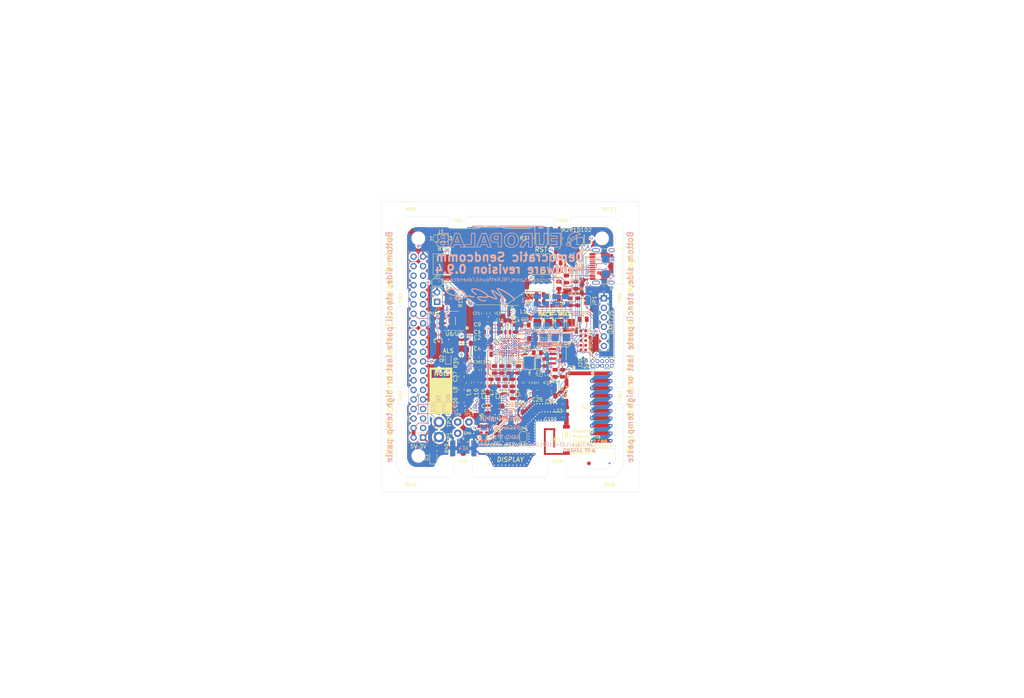
<source format=kicad_pcb>
(kicad_pcb (version 20171130) (host pcbnew 5.1.5+dfsg1-2build2)

  (general
    (thickness 1.6)
    (drawings 193)
    (tracks 1497)
    (zones 0)
    (modules 157)
    (nets 130)
  )

  (page A4)
  (title_block
    (title "Democratic Sendcomm")
    (date 2021-01-16)
    (rev 0.9.4)
    (company "Europalab Devices")
    (comment 1 "Copyright © 2021, Europalab Devices")
    (comment 2 "Fulfilling requirements of 20200210")
    (comment 3 "Pending quality assurance testing")
    (comment 4 "Release revision for manufacturing")
  )

  (layers
    (0 F.Cu signal)
    (1 In1.Cu power)
    (2 In2.Cu power)
    (31 B.Cu signal)
    (34 B.Paste user)
    (35 F.Paste user)
    (36 B.SilkS user)
    (37 F.SilkS user)
    (38 B.Mask user)
    (39 F.Mask user)
    (40 Dwgs.User user)
    (41 Cmts.User user)
    (44 Edge.Cuts user)
    (45 Margin user)
    (46 B.CrtYd user)
    (47 F.CrtYd user)
    (48 B.Fab user)
    (49 F.Fab user)
  )

  (setup
    (last_trace_width 0.127)
    (user_trace_width 0.1016)
    (user_trace_width 0.127)
    (user_trace_width 0.2)
    (user_trace_width 0.4)
    (user_trace_width 1.016)
    (trace_clearance 0.127)
    (zone_clearance 0.508)
    (zone_45_only no)
    (trace_min 0.09)
    (via_size 0.6)
    (via_drill 0.3)
    (via_min_size 0.356)
    (via_min_drill 0.2)
    (user_via 0.356 0.2)
    (user_via 0.45 0.2)
    (uvia_size 0.45)
    (uvia_drill 0.1)
    (uvias_allowed no)
    (uvia_min_size 0.45)
    (uvia_min_drill 0.1)
    (edge_width 0.05)
    (segment_width 0.1)
    (pcb_text_width 0.25)
    (pcb_text_size 1 1)
    (mod_edge_width 0.15)
    (mod_text_size 1 1)
    (mod_text_width 0.15)
    (pad_size 2 2)
    (pad_drill 0)
    (pad_to_mask_clearance 0)
    (aux_axis_origin 0 0)
    (visible_elements 7FFFFFFF)
    (pcbplotparams
      (layerselection 0x313fc_ffffffff)
      (usegerberextensions true)
      (usegerberattributes false)
      (usegerberadvancedattributes false)
      (creategerberjobfile false)
      (excludeedgelayer true)
      (linewidth 0.150000)
      (plotframeref false)
      (viasonmask false)
      (mode 1)
      (useauxorigin false)
      (hpglpennumber 1)
      (hpglpenspeed 20)
      (hpglpendiameter 15.000000)
      (psnegative false)
      (psa4output false)
      (plotreference true)
      (plotvalue true)
      (plotinvisibletext false)
      (padsonsilk false)
      (subtractmaskfromsilk false)
      (outputformat 1)
      (mirror false)
      (drillshape 0)
      (scaleselection 1)
      (outputdirectory "fabsingle"))
  )

  (net 0 "")
  (net 1 GND)
  (net 2 "Net-(AE1-Pad1)")
  (net 3 /Sheet5F53D5B4/RFSWPWR)
  (net 4 "Net-(C8-Pad1)")
  (net 5 /Sheet5F53D5B4/POWAMP)
  (net 6 "Net-(C13-Pad1)")
  (net 7 /Sheet5F53D5B4/HFOUT)
  (net 8 +3V3)
  (net 9 "Net-(C29-Pad1)")
  (net 10 /Sheet5F53D5B4/HPOUT)
  (net 11 /Sheet5F53D5B4/HFIN)
  (net 12 /Sheet5F53D5B4/BANDSEL)
  (net 13 "Net-(BT1-Pad1)")
  (net 14 /Sheet5F53D5B4/USB_BUS)
  (net 15 "Net-(C33-Pad1)")
  (net 16 "Net-(C34-Pad1)")
  (net 17 /Sheet5F53D5B4/CMDRST)
  (net 18 "Net-(D1-Pad2)")
  (net 19 "Net-(D1-Pad1)")
  (net 20 "Net-(D2-Pad1)")
  (net 21 "Net-(D2-Pad2)")
  (net 22 /Sheet5F53D5B4/USB_P)
  (net 23 /Sheet5F53D5B4/USB_N)
  (net 24 /Sheet60040980/ID_SD)
  (net 25 /Sheet60040980/ID_SC)
  (net 26 /Sheet5F53D5B4/SWDCLK)
  (net 27 "Net-(J3-Pad7)")
  (net 28 "Net-(J3-Pad8)")
  (net 29 "Net-(J4-Pad6)")
  (net 30 /Sheet5F53D5B4/CN_VBAT)
  (net 31 /Sheet5F53D5B4/XCEIV)
  (net 32 "Net-(AE5-Pad2)")
  (net 33 "Net-(C1-Pad1)")
  (net 34 "Net-(C7-Pad1)")
  (net 35 "Net-(C14-Pad1)")
  (net 36 "Net-(C17-Pad1)")
  (net 37 "Net-(C18-Pad2)")
  (net 38 "Net-(C19-Pad2)")
  (net 39 "Net-(C23-Pad2)")
  (net 40 "Net-(C23-Pad1)")
  (net 41 "Net-(C24-Pad1)")
  (net 42 "Net-(C24-Pad2)")
  (net 43 "Net-(C29-Pad2)")
  (net 44 "Net-(C33-Pad2)")
  (net 45 "Net-(C35-Pad2)")
  (net 46 "Net-(C40-Pad1)")
  (net 47 "Net-(J2-PadB5)")
  (net 48 "Net-(J2-PadA8)")
  (net 49 "Net-(J2-PadA5)")
  (net 50 "Net-(J2-PadB8)")
  (net 51 "Net-(J3-Pad2)")
  (net 52 "Net-(J3-Pad3)")
  (net 53 "Net-(J3-Pad5)")
  (net 54 "Net-(J3-Pad10)")
  (net 55 "Net-(J3-Pad11)")
  (net 56 "Net-(J3-Pad12)")
  (net 57 "Net-(J3-Pad13)")
  (net 58 "Net-(J3-Pad15)")
  (net 59 "Net-(J3-Pad16)")
  (net 60 "Net-(J3-Pad18)")
  (net 61 "Net-(J3-Pad19)")
  (net 62 "Net-(J3-Pad21)")
  (net 63 "Net-(J3-Pad22)")
  (net 64 "Net-(J3-Pad23)")
  (net 65 "Net-(J3-Pad24)")
  (net 66 "Net-(J3-Pad26)")
  (net 67 "Net-(J3-Pad29)")
  (net 68 "Net-(J3-Pad31)")
  (net 69 "Net-(J3-Pad32)")
  (net 70 "Net-(J3-Pad33)")
  (net 71 "Net-(J3-Pad35)")
  (net 72 "Net-(J3-Pad36)")
  (net 73 "Net-(J3-Pad38)")
  (net 74 "Net-(J3-Pad40)")
  (net 75 "Net-(J4-Pad7)")
  (net 76 "Net-(J4-Pad8)")
  (net 77 "Net-(J5-Pad2)")
  (net 78 "Net-(J5-Pad3)")
  (net 79 "Net-(J5-Pad6)")
  (net 80 "Net-(J6-Pad1)")
  (net 81 "Net-(L1-Pad2)")
  (net 82 "Net-(R3-Pad1)")
  (net 83 "Net-(R4-Pad1)")
  (net 84 "Net-(R4-Pad2)")
  (net 85 "Net-(U2-Pad5)")
  (net 86 "Net-(U3-PadG1)")
  (net 87 "Net-(U3-PadH1)")
  (net 88 "Net-(U3-PadE3)")
  (net 89 "Net-(U3-PadE4)")
  (net 90 "Net-(U3-PadF4)")
  (net 91 "Net-(U3-PadC7)")
  (net 92 "Net-(U3-PadD7)")
  (net 93 "Net-(U5-Pad3)")
  (net 94 "Net-(U5-Pad4)")
  (net 95 "Net-(U8-Pad7)")
  (net 96 "Net-(U8-Pad3)")
  (net 97 "Net-(U8-Pad2)")
  (net 98 "Net-(U8-Pad1)")
  (net 99 "Net-(U9-Pad1)")
  (net 100 "Net-(U9-Pad2)")
  (net 101 "Net-(U9-Pad3)")
  (net 102 "Net-(U9-Pad7)")
  (net 103 /Sheet5F53D5B4/SWDIO)
  (net 104 "Net-(AE2-Pad1)")
  (net 105 "Net-(AE4-Pad1)")
  (net 106 "Net-(AE5-Pad1)")
  (net 107 "Net-(J6-Pad2)")
  (net 108 "Net-(J6-Pad3)")
  (net 109 "Net-(J6-Pad4)")
  (net 110 "Net-(J7-Pad1)")
  (net 111 "Net-(C95-Pad1)")
  (net 112 /TP_SCL)
  (net 113 /TP_SDA)
  (net 114 "Net-(J20-Pad6)")
  (net 115 "Net-(J20-Pad7)")
  (net 116 "Net-(J20-Pad8)")
  (net 117 "Net-(Q2-Pad2)")
  (net 118 EXT_UART_TX)
  (net 119 EXT_UART_RX)
  (net 120 USB_TST)
  (net 121 "Net-(TP13-Pad1)")
  (net 122 "Net-(C94-Pad2)")
  (net 123 /Sheet5F53D5B4/CRY_XIN-RSVD)
  (net 124 /Sheet5F53D5B4/CRY_XOUT-RSVD)
  (net 125 "Net-(C97-Pad1)")
  (net 126 "Net-(C101-Pad1)")
  (net 127 "Net-(D3-Pad2)")
  (net 128 "Net-(JP4-Pad1)")
  (net 129 "Net-(U3-PadE5)")

  (net_class Default "This is the default net class."
    (clearance 0.127)
    (trace_width 0.127)
    (via_dia 0.6)
    (via_drill 0.3)
    (uvia_dia 0.45)
    (uvia_drill 0.1)
    (add_net +3V3)
    (add_net /Sheet5F53D5B4/BANDSEL)
    (add_net /Sheet5F53D5B4/CMDRST)
    (add_net /Sheet5F53D5B4/CN_VBAT)
    (add_net /Sheet5F53D5B4/CRY_XIN-RSVD)
    (add_net /Sheet5F53D5B4/CRY_XOUT-RSVD)
    (add_net /Sheet5F53D5B4/HFIN)
    (add_net /Sheet5F53D5B4/HFOUT)
    (add_net /Sheet5F53D5B4/HPOUT)
    (add_net /Sheet5F53D5B4/POWAMP)
    (add_net /Sheet5F53D5B4/RFSWPWR)
    (add_net /Sheet5F53D5B4/SWDCLK)
    (add_net /Sheet5F53D5B4/SWDIO)
    (add_net /Sheet5F53D5B4/USB_BUS)
    (add_net /Sheet5F53D5B4/USB_N)
    (add_net /Sheet5F53D5B4/USB_P)
    (add_net /Sheet5F53D5B4/XCEIV)
    (add_net /Sheet60040980/ID_SC)
    (add_net /Sheet60040980/ID_SD)
    (add_net /TP_SCL)
    (add_net /TP_SDA)
    (add_net EXT_UART_RX)
    (add_net EXT_UART_TX)
    (add_net GND)
    (add_net "Net-(AE1-Pad1)")
    (add_net "Net-(AE2-Pad1)")
    (add_net "Net-(AE4-Pad1)")
    (add_net "Net-(AE5-Pad1)")
    (add_net "Net-(AE5-Pad2)")
    (add_net "Net-(BT1-Pad1)")
    (add_net "Net-(C1-Pad1)")
    (add_net "Net-(C101-Pad1)")
    (add_net "Net-(C13-Pad1)")
    (add_net "Net-(C14-Pad1)")
    (add_net "Net-(C17-Pad1)")
    (add_net "Net-(C18-Pad2)")
    (add_net "Net-(C19-Pad2)")
    (add_net "Net-(C23-Pad1)")
    (add_net "Net-(C23-Pad2)")
    (add_net "Net-(C24-Pad1)")
    (add_net "Net-(C24-Pad2)")
    (add_net "Net-(C29-Pad1)")
    (add_net "Net-(C29-Pad2)")
    (add_net "Net-(C33-Pad1)")
    (add_net "Net-(C33-Pad2)")
    (add_net "Net-(C34-Pad1)")
    (add_net "Net-(C35-Pad2)")
    (add_net "Net-(C40-Pad1)")
    (add_net "Net-(C7-Pad1)")
    (add_net "Net-(C8-Pad1)")
    (add_net "Net-(C94-Pad2)")
    (add_net "Net-(C95-Pad1)")
    (add_net "Net-(C97-Pad1)")
    (add_net "Net-(D1-Pad1)")
    (add_net "Net-(D1-Pad2)")
    (add_net "Net-(D2-Pad1)")
    (add_net "Net-(D2-Pad2)")
    (add_net "Net-(D3-Pad2)")
    (add_net "Net-(J2-PadA5)")
    (add_net "Net-(J2-PadA8)")
    (add_net "Net-(J2-PadB5)")
    (add_net "Net-(J2-PadB8)")
    (add_net "Net-(J20-Pad6)")
    (add_net "Net-(J20-Pad7)")
    (add_net "Net-(J20-Pad8)")
    (add_net "Net-(J3-Pad10)")
    (add_net "Net-(J3-Pad11)")
    (add_net "Net-(J3-Pad12)")
    (add_net "Net-(J3-Pad13)")
    (add_net "Net-(J3-Pad15)")
    (add_net "Net-(J3-Pad16)")
    (add_net "Net-(J3-Pad18)")
    (add_net "Net-(J3-Pad19)")
    (add_net "Net-(J3-Pad2)")
    (add_net "Net-(J3-Pad21)")
    (add_net "Net-(J3-Pad22)")
    (add_net "Net-(J3-Pad23)")
    (add_net "Net-(J3-Pad24)")
    (add_net "Net-(J3-Pad26)")
    (add_net "Net-(J3-Pad29)")
    (add_net "Net-(J3-Pad3)")
    (add_net "Net-(J3-Pad31)")
    (add_net "Net-(J3-Pad32)")
    (add_net "Net-(J3-Pad33)")
    (add_net "Net-(J3-Pad35)")
    (add_net "Net-(J3-Pad36)")
    (add_net "Net-(J3-Pad38)")
    (add_net "Net-(J3-Pad40)")
    (add_net "Net-(J3-Pad5)")
    (add_net "Net-(J3-Pad7)")
    (add_net "Net-(J3-Pad8)")
    (add_net "Net-(J4-Pad6)")
    (add_net "Net-(J4-Pad7)")
    (add_net "Net-(J4-Pad8)")
    (add_net "Net-(J5-Pad2)")
    (add_net "Net-(J5-Pad3)")
    (add_net "Net-(J5-Pad6)")
    (add_net "Net-(J6-Pad1)")
    (add_net "Net-(J6-Pad2)")
    (add_net "Net-(J6-Pad3)")
    (add_net "Net-(J6-Pad4)")
    (add_net "Net-(J7-Pad1)")
    (add_net "Net-(JP4-Pad1)")
    (add_net "Net-(L1-Pad2)")
    (add_net "Net-(Q2-Pad2)")
    (add_net "Net-(R3-Pad1)")
    (add_net "Net-(R4-Pad1)")
    (add_net "Net-(R4-Pad2)")
    (add_net "Net-(TP13-Pad1)")
    (add_net "Net-(U2-Pad5)")
    (add_net "Net-(U3-PadC7)")
    (add_net "Net-(U3-PadD7)")
    (add_net "Net-(U3-PadE3)")
    (add_net "Net-(U3-PadE4)")
    (add_net "Net-(U3-PadE5)")
    (add_net "Net-(U3-PadF4)")
    (add_net "Net-(U3-PadG1)")
    (add_net "Net-(U3-PadH1)")
    (add_net "Net-(U5-Pad3)")
    (add_net "Net-(U5-Pad4)")
    (add_net "Net-(U8-Pad1)")
    (add_net "Net-(U8-Pad2)")
    (add_net "Net-(U8-Pad3)")
    (add_net "Net-(U8-Pad7)")
    (add_net "Net-(U9-Pad1)")
    (add_net "Net-(U9-Pad2)")
    (add_net "Net-(U9-Pad3)")
    (add_net "Net-(U9-Pad7)")
    (add_net USB_TST)
  )

  (net_class Power ""
    (clearance 0.2)
    (trace_width 0.5)
    (via_dia 1)
    (via_drill 0.7)
    (uvia_dia 0.5)
    (uvia_drill 0.1)
  )

  (module Capacitor_SMD:C_0805_2012Metric (layer F.Cu) (tedit 5B36C52B) (tstamp 5F6870D5)
    (at 140 126.5625 270)
    (descr "Capacitor SMD 0805 (2012 Metric), square (rectangular) end terminal, IPC_7351 nominal, (Body size source: https://docs.google.com/spreadsheets/d/1BsfQQcO9C6DZCsRaXUlFlo91Tg2WpOkGARC1WS5S8t0/edit?usp=sharing), generated with kicad-footprint-generator")
    (tags capacitor)
    (path /5F5C0728/5F5D6DA0)
    (attr smd)
    (fp_text reference C30 (at 2.9375 0 90) (layer F.SilkS)
      (effects (font (size 0.875 0.875) (thickness 0.125)))
    )
    (fp_text value 2,7pF (at 0 1.65 90) (layer F.Fab)
      (effects (font (size 1 1) (thickness 0.15)))
    )
    (fp_text user %R (at 0 0 90) (layer F.Fab)
      (effects (font (size 0.5 0.5) (thickness 0.08)))
    )
    (fp_line (start 1.68 0.95) (end -1.68 0.95) (layer F.CrtYd) (width 0.05))
    (fp_line (start 1.68 -0.95) (end 1.68 0.95) (layer F.CrtYd) (width 0.05))
    (fp_line (start -1.68 -0.95) (end 1.68 -0.95) (layer F.CrtYd) (width 0.05))
    (fp_line (start -1.68 0.95) (end -1.68 -0.95) (layer F.CrtYd) (width 0.05))
    (fp_line (start -0.258578 0.71) (end 0.258578 0.71) (layer F.SilkS) (width 0.12))
    (fp_line (start -0.258578 -0.71) (end 0.258578 -0.71) (layer F.SilkS) (width 0.12))
    (fp_line (start 1 0.6) (end -1 0.6) (layer F.Fab) (width 0.1))
    (fp_line (start 1 -0.6) (end 1 0.6) (layer F.Fab) (width 0.1))
    (fp_line (start -1 -0.6) (end 1 -0.6) (layer F.Fab) (width 0.1))
    (fp_line (start -1 0.6) (end -1 -0.6) (layer F.Fab) (width 0.1))
    (pad 2 smd roundrect (at 0.9375 0 270) (size 0.975 1.4) (layers F.Cu F.Paste F.Mask) (roundrect_rratio 0.25)
      (net 1 GND))
    (pad 1 smd roundrect (at -0.9375 0 270) (size 0.975 1.4) (layers F.Cu F.Paste F.Mask) (roundrect_rratio 0.25)
      (net 9 "Net-(C29-Pad1)"))
    (model ${KISYS3DMOD}/Capacitor_SMD.3dshapes/C_0805_2012Metric.wrl
      (at (xyz 0 0 0))
      (scale (xyz 1 1 1))
      (rotate (xyz 0 0 0))
    )
  )

  (module Connector_Coaxial:SMA_Samtec_SMA-J-P-X-ST-EM1_EdgeMount (layer F.Cu) (tedit 5FE90BFC) (tstamp 5F686FA8)
    (at 135.5 131.5)
    (descr "Connector SMA, 0Hz to 20GHz, 50Ohm, Edge Mount (http://suddendocs.samtec.com/prints/sma-j-p-x-st-em1-mkt.pdf)")
    (tags "SMA Straight Samtec Edge Mount")
    (path /5F5C0728/6000659E)
    (attr smd)
    (fp_text reference AE4 (at 0 0 unlocked) (layer B.SilkS)
      (effects (font (size 1 1) (thickness 0.15)) (justify mirror))
    )
    (fp_text value Antenna_Shield (at 0 13) (layer F.Fab)
      (effects (font (size 1 1) (thickness 0.15)))
    )
    (fp_text user "Board Thickness: 1.57mm" (at 0 -5.45) (layer Cmts.User)
      (effects (font (size 1 1) (thickness 0.15)))
    )
    (fp_line (start 0.84 -1.71) (end 1.95 -1.71) (layer F.SilkS) (width 0.12))
    (fp_line (start -1.95 -1.71) (end -0.84 -1.71) (layer F.SilkS) (width 0.12))
    (fp_line (start 0.84 2) (end 1.95 2) (layer F.SilkS) (width 0.12))
    (fp_line (start -1.95 2) (end -0.84 2) (layer F.SilkS) (width 0.12))
    (fp_line (start 3.68 2.6) (end 3.68 12.12) (layer B.CrtYd) (width 0.05))
    (fp_line (start 4 2.6) (end 3.68 2.6) (layer B.CrtYd) (width 0.05))
    (fp_line (start -3.68 12.12) (end -3.68 2.6) (layer B.CrtYd) (width 0.05))
    (fp_line (start -3.68 2.6) (end -4 2.6) (layer B.CrtYd) (width 0.05))
    (fp_line (start 3.68 2.6) (end 3.68 12.12) (layer F.CrtYd) (width 0.05))
    (fp_line (start 3.68 2.6) (end 4 2.6) (layer F.CrtYd) (width 0.05))
    (fp_line (start -3.68 12.12) (end -3.68 2.6) (layer F.CrtYd) (width 0.05))
    (fp_line (start -3.68 2.6) (end -4 2.6) (layer F.CrtYd) (width 0.05))
    (fp_text user "PCB Edge" (at 0 2.6) (layer Dwgs.User)
      (effects (font (size 0.5 0.5) (thickness 0.1)))
    )
    (fp_line (start 4.1 2.1) (end -4.1 2.1) (layer Dwgs.User) (width 0.1))
    (fp_line (start -3.175 -1.71) (end -3.175 11.62) (layer F.Fab) (width 0.1))
    (fp_line (start -2.365 -1.71) (end -3.175 -1.71) (layer F.Fab) (width 0.1))
    (fp_line (start -2.365 2.1) (end -2.365 -1.71) (layer F.Fab) (width 0.1))
    (fp_line (start 2.365 2.1) (end -2.365 2.1) (layer F.Fab) (width 0.1))
    (fp_line (start 2.365 -1.71) (end 2.365 2.1) (layer F.Fab) (width 0.1))
    (fp_line (start 3.175 -1.71) (end 2.365 -1.71) (layer F.Fab) (width 0.1))
    (fp_line (start 3.175 -1.71) (end 3.175 11.62) (layer F.Fab) (width 0.1))
    (fp_line (start 3.165 11.62) (end -3.165 11.62) (layer F.Fab) (width 0.1))
    (fp_line (start -4 -2.6) (end 4 -2.6) (layer B.CrtYd) (width 0.05))
    (fp_line (start -4 2.6) (end -4 -2.6) (layer B.CrtYd) (width 0.05))
    (fp_line (start 3.68 12.12) (end -3.68 12.12) (layer B.CrtYd) (width 0.05))
    (fp_line (start 4 2.6) (end 4 -2.6) (layer B.CrtYd) (width 0.05))
    (fp_line (start -4 -2.6) (end 4 -2.6) (layer F.CrtYd) (width 0.05))
    (fp_line (start -4 2.6) (end -4 -2.6) (layer F.CrtYd) (width 0.05))
    (fp_line (start 3.68 12.12) (end -3.68 12.12) (layer F.CrtYd) (width 0.05))
    (fp_line (start 4 2.6) (end 4 -2.6) (layer F.CrtYd) (width 0.05))
    (fp_text user %R (at 0 4.29 180) (layer F.Fab)
      (effects (font (size 1 1) (thickness 0.15)))
    )
    (fp_line (start 0.64 2.1) (end 0 3.1) (layer F.Fab) (width 0.1))
    (fp_line (start 0 3.1) (end -0.64 2.1) (layer F.Fab) (width 0.1))
    (fp_line (start 0 -2.26) (end 0.25 -2.76) (layer F.SilkS) (width 0.12))
    (fp_line (start 0.25 -2.76) (end -0.25 -2.76) (layer F.SilkS) (width 0.12))
    (fp_line (start -0.25 -2.76) (end 0 -2.26) (layer F.SilkS) (width 0.12))
    (pad 1 smd rect (at 0 0.2) (size 1.27 3.6) (layers F.Cu F.Mask)
      (net 105 "Net-(AE4-Pad1)"))
    (pad 2 smd rect (at 2.825 0) (size 1.35 4.2) (layers F.Cu F.Mask)
      (net 1 GND))
    (pad 2 smd rect (at -2.825 0) (size 1.35 4.2) (layers F.Cu F.Mask)
      (net 1 GND))
    (pad 2 smd rect (at 2.825 0) (size 1.35 4.2) (layers B.Cu B.Mask)
      (net 1 GND))
    (pad 2 smd rect (at -2.825 0) (size 1.35 4.2) (layers B.Cu B.Mask)
      (net 1 GND))
    (model ${KISYS3DMOD}/Connector_Coaxial.3dshapes/SMA_Samtec_SMA-J-P-X-ST-EM1_EdgeMount.wrl
      (at (xyz 0 0 0))
      (scale (xyz 1 1 1))
      (rotate (xyz 0 0 0))
    )
    (model ${KIPRJMOD}/modules/packages3d/RF_Antenna.3dshapes/SMA-J-P-H-ST-EM1.wrl
      (offset (xyz 0 -4 0.5))
      (scale (xyz 0.4 0.4 0.4))
      (rotate (xyz 180 -90 0))
    )
  )

  (module Connector_PinHeader_2.54mm:PinHeader_1x06_P2.54mm_Vertical (layer F.Cu) (tedit 59FED5CC) (tstamp 5FF83409)
    (at 173 91.5)
    (descr "Through hole straight pin header, 1x06, 2.54mm pitch, single row")
    (tags "Through hole pin header THT 1x06 2.54mm single row")
    (path /60040981/6006812D)
    (fp_text reference J5 (at 2 5 90) (layer F.SilkS)
      (effects (font (size 1 1) (thickness 0.15)) (justify left))
    )
    (fp_text value Conn_01x06_Male (at 4.385 14.97) (layer F.Fab)
      (effects (font (size 1 1) (thickness 0.15)))
    )
    (fp_text user %R (at 2.77 6.35 90) (layer F.Fab)
      (effects (font (size 1 1) (thickness 0.15)))
    )
    (fp_line (start 1.8 -1.8) (end -1.8 -1.8) (layer F.CrtYd) (width 0.05))
    (fp_line (start 1.8 14.5) (end 1.8 -1.8) (layer F.CrtYd) (width 0.05))
    (fp_line (start -1.8 14.5) (end 1.8 14.5) (layer F.CrtYd) (width 0.05))
    (fp_line (start -1.8 -1.8) (end -1.8 14.5) (layer F.CrtYd) (width 0.05))
    (fp_line (start -1.33 -1.33) (end 0 -1.33) (layer F.SilkS) (width 0.12))
    (fp_line (start -1.33 0) (end -1.33 -1.33) (layer F.SilkS) (width 0.12))
    (fp_line (start -1.33 1.27) (end 1.33 1.27) (layer F.SilkS) (width 0.12))
    (fp_line (start 1.33 1.27) (end 1.33 14.03) (layer F.SilkS) (width 0.12))
    (fp_line (start -1.33 1.27) (end -1.33 14.03) (layer F.SilkS) (width 0.12))
    (fp_line (start -1.33 14.03) (end 1.33 14.03) (layer F.SilkS) (width 0.12))
    (fp_line (start -1.27 -0.635) (end -0.635 -1.27) (layer F.Fab) (width 0.1))
    (fp_line (start -1.27 13.97) (end -1.27 -0.635) (layer F.Fab) (width 0.1))
    (fp_line (start 1.27 13.97) (end -1.27 13.97) (layer F.Fab) (width 0.1))
    (fp_line (start 1.27 -1.27) (end 1.27 13.97) (layer F.Fab) (width 0.1))
    (fp_line (start -0.635 -1.27) (end 1.27 -1.27) (layer F.Fab) (width 0.1))
    (pad 6 thru_hole oval (at 0 12.7) (size 1.7 1.7) (drill 1) (layers *.Cu *.Mask)
      (net 79 "Net-(J5-Pad6)"))
    (pad 5 thru_hole oval (at 0 10.16) (size 1.7 1.7) (drill 1) (layers *.Cu *.Mask)
      (net 118 EXT_UART_TX))
    (pad 4 thru_hole oval (at 0 7.62) (size 1.7 1.7) (drill 1) (layers *.Cu *.Mask)
      (net 119 EXT_UART_RX))
    (pad 3 thru_hole oval (at 0 5.08) (size 1.7 1.7) (drill 1) (layers *.Cu *.Mask)
      (net 78 "Net-(J5-Pad3)"))
    (pad 2 thru_hole oval (at 0 2.54) (size 1.7 1.7) (drill 1) (layers *.Cu *.Mask)
      (net 77 "Net-(J5-Pad2)"))
    (pad 1 thru_hole rect (at 0 0) (size 1.7 1.7) (drill 1) (layers *.Cu *.Mask)
      (net 1 GND))
    (model ${KISYS3DMOD}/Connector_PinHeader_2.54mm.3dshapes/PinHeader_1x06_P2.54mm_Vertical.wrl
      (at (xyz 0 0 0))
      (scale (xyz 1 1 1))
      (rotate (xyz 0 0 0))
    )
  )

  (module RF_Antenna:Texas_SWRA416_868MHz_915MHz (layer F.Cu) (tedit 5CF40AFD) (tstamp 5F686F31)
    (at 169 120.5 270)
    (descr http://www.ti.com/lit/an/swra416/swra416.pdf)
    (tags "PCB antenna")
    (path /5F5C0728/60008187)
    (attr smd)
    (fp_text reference AE1 (at 0 0.5 180) (layer F.SilkS)
      (effects (font (size 1 1) (thickness 0.15)))
    )
    (fp_text value Antenna (at 0.1 -7.6 90) (layer F.Fab)
      (effects (font (size 1 1) (thickness 0.15)))
    )
    (fp_line (start 9.7 2.1) (end 6.2 5.7) (layer Dwgs.User) (width 0.12))
    (fp_line (start 9.7 0.1) (end 4.3 5.7) (layer Dwgs.User) (width 0.12))
    (fp_line (start 9.7 -1.9) (end 2.3 5.7) (layer Dwgs.User) (width 0.12))
    (fp_line (start 9.7 -3.9) (end 0.2 5.7) (layer Dwgs.User) (width 0.12))
    (fp_line (start 9.7 -5.9) (end -1.8 5.7) (layer Dwgs.User) (width 0.12))
    (fp_line (start 8.3 -6.5) (end -3.8 5.7) (layer Dwgs.User) (width 0.12))
    (fp_line (start 6.3 -6.5) (end -5.8 5.7) (layer Dwgs.User) (width 0.12))
    (fp_line (start 4.3 -6.5) (end -7.8 5.7) (layer Dwgs.User) (width 0.12))
    (fp_line (start -9.7 5.5) (end 2.3 -6.5) (layer Dwgs.User) (width 0.12))
    (fp_line (start -9.7 3.5) (end 0.3 -6.5) (layer Dwgs.User) (width 0.12))
    (fp_line (start -9.7 1.5) (end -1.7 -6.5) (layer Dwgs.User) (width 0.12))
    (fp_line (start -9.7 -0.5) (end -3.7 -6.5) (layer Dwgs.User) (width 0.12))
    (fp_line (start -9.7 -2.5) (end -5.7 -6.5) (layer Dwgs.User) (width 0.12))
    (fp_line (start -9.7 -4.5) (end -7.7 -6.5) (layer Dwgs.User) (width 0.12))
    (fp_line (start 9.7 -6.5) (end -9.7 -6.5) (layer Dwgs.User) (width 0.15))
    (fp_line (start 9.7 5.7) (end 9.7 -6.5) (layer Dwgs.User) (width 0.15))
    (fp_line (start -9.7 5.7) (end 9.7 5.7) (layer Dwgs.User) (width 0.15))
    (fp_line (start -9.7 -6.5) (end -9.7 5.7) (layer Dwgs.User) (width 0.15))
    (fp_line (start 7 -5.8) (end 8 -4.8) (layer B.Cu) (width 1))
    (fp_line (start 8 -1.8) (end 9 -0.8) (layer B.Cu) (width 1))
    (fp_line (start 8 -4.8) (end 8 -1.8) (layer B.Cu) (width 1))
    (fp_line (start 9 -5.8) (end 9 -0.8) (layer F.Cu) (width 1))
    (fp_line (start 5 -5.8) (end 6 -4.8) (layer B.Cu) (width 1))
    (fp_line (start 6 -1.8) (end 7 -0.8) (layer B.Cu) (width 1))
    (fp_line (start 6 -4.8) (end 6 -1.8) (layer B.Cu) (width 1))
    (fp_line (start 7 -5.8) (end 7 -0.8) (layer F.Cu) (width 1))
    (fp_line (start 3 -5.8) (end 4 -4.8) (layer B.Cu) (width 1))
    (fp_line (start 4 -1.8) (end 5 -0.8) (layer B.Cu) (width 1))
    (fp_line (start 4 -4.8) (end 4 -1.8) (layer B.Cu) (width 1))
    (fp_line (start 5 -5.8) (end 5 -0.8) (layer F.Cu) (width 1))
    (fp_line (start 1 -5.8) (end 2 -4.8) (layer B.Cu) (width 1))
    (fp_line (start 2 -1.8) (end 3 -0.8) (layer B.Cu) (width 1))
    (fp_line (start 2 -4.8) (end 2 -1.8) (layer B.Cu) (width 1))
    (fp_line (start 3 -5.8) (end 3 -0.8) (layer F.Cu) (width 1))
    (fp_line (start -1 -5.8) (end 0 -4.8) (layer B.Cu) (width 1))
    (fp_line (start 0 -1.8) (end 1 -0.8) (layer B.Cu) (width 1))
    (fp_line (start 0 -4.8) (end 0 -1.8) (layer B.Cu) (width 1))
    (fp_line (start 1 -5.8) (end 1 -0.8) (layer F.Cu) (width 1))
    (fp_line (start -3 -5.8) (end -2 -4.8) (layer B.Cu) (width 1))
    (fp_line (start -2 -1.8) (end -1 -0.8) (layer B.Cu) (width 1))
    (fp_line (start -2 -4.8) (end -2 -1.8) (layer B.Cu) (width 1))
    (fp_line (start -1 -5.8) (end -1 -0.8) (layer F.Cu) (width 1))
    (fp_line (start -4 -4.8) (end -4 -1.8) (layer B.Cu) (width 1))
    (fp_line (start -5 -5.8) (end -4 -4.8) (layer B.Cu) (width 1))
    (fp_line (start -4 -1.8) (end -3 -0.8) (layer B.Cu) (width 1))
    (fp_line (start -3 -5.8) (end -3 -0.8) (layer F.Cu) (width 1))
    (fp_line (start -6 -4.8) (end -6 -1.8) (layer B.Cu) (width 1))
    (fp_line (start -7 -5.8) (end -6 -4.8) (layer B.Cu) (width 1))
    (fp_line (start -6 -1.8) (end -5 -0.8) (layer B.Cu) (width 1))
    (fp_line (start -5 -5.8) (end -5 -0.8) (layer F.Cu) (width 1))
    (fp_line (start -7 -5.8) (end -7 -0.8) (layer F.Cu) (width 1))
    (fp_line (start -9 5.2) (end -9 -5.8) (layer F.Cu) (width 1))
    (fp_line (start -9 -5.8) (end -8 -4.8) (layer B.Cu) (width 1))
    (fp_line (start -8 -4.8) (end -8 -1.8) (layer B.Cu) (width 1))
    (fp_line (start -8 -1.8) (end -7 -0.8) (layer B.Cu) (width 1))
    (fp_line (start 9.7 4.1) (end 8.2 5.7) (layer Dwgs.User) (width 0.12))
    (fp_line (start -9.9 -6.7) (end -9.9 5.9) (layer F.CrtYd) (width 0.05))
    (fp_line (start -9.9 5.9) (end 9.9 5.9) (layer F.CrtYd) (width 0.05))
    (fp_line (start 9.9 5.9) (end 9.9 -6.7) (layer F.CrtYd) (width 0.05))
    (fp_line (start 9.9 -6.7) (end -9.9 -6.7) (layer F.CrtYd) (width 0.05))
    (fp_line (start 9.9 -6.7) (end -9.9 -6.7) (layer B.CrtYd) (width 0.05))
    (fp_line (start 9.9 5.9) (end 9.9 -6.7) (layer B.CrtYd) (width 0.05))
    (fp_line (start -9.9 -6.7) (end -9.9 5.9) (layer B.CrtYd) (width 0.05))
    (fp_line (start -9.9 5.9) (end 9.9 5.9) (layer B.CrtYd) (width 0.05))
    (fp_text user "KEEP-OUT ZONE" (at 1 -2.8 90) (layer Cmts.User)
      (effects (font (size 1 1) (thickness 0.15)))
    )
    (fp_text user "No metal, traces or " (at 1 0.2 90) (layer Cmts.User)
      (effects (font (size 1 1) (thickness 0.15)))
    )
    (fp_text user "any components on" (at 1 2.2 90) (layer Cmts.User)
      (effects (font (size 1 1) (thickness 0.15)))
    )
    (fp_text user " any PCB layer." (at 1 4.2 90) (layer Cmts.User)
      (effects (font (size 1 1) (thickness 0.15)))
    )
    (fp_text user %R (at -0.4 6.6 90) (layer F.Fab)
      (effects (font (size 1 1) (thickness 0.15)))
    )
    (pad "" thru_hole circle (at 9 -0.8 90) (size 1 1) (drill 0.4) (layers *.Cu))
    (pad "" thru_hole circle (at 9 -5.8 90) (size 1 1) (drill 0.4) (layers *.Cu))
    (pad "" thru_hole circle (at 7 -5.8 90) (size 1 1) (drill 0.4) (layers *.Cu))
    (pad "" thru_hole circle (at 7 -0.8 90) (size 1 1) (drill 0.4) (layers *.Cu))
    (pad "" thru_hole circle (at 5 -0.8 90) (size 1 1) (drill 0.4) (layers *.Cu))
    (pad "" thru_hole circle (at 5 -5.8 90) (size 1 1) (drill 0.4) (layers *.Cu))
    (pad "" thru_hole circle (at 3 -0.8 90) (size 1 1) (drill 0.4) (layers *.Cu))
    (pad "" thru_hole circle (at 3 -5.8 90) (size 1 1) (drill 0.4) (layers *.Cu))
    (pad "" thru_hole circle (at 1 -5.8 90) (size 1 1) (drill 0.4) (layers *.Cu))
    (pad "" thru_hole circle (at 1 -0.8 90) (size 1 1) (drill 0.4) (layers *.Cu))
    (pad "" thru_hole circle (at -1 -0.8 90) (size 1 1) (drill 0.4) (layers *.Cu))
    (pad "" thru_hole circle (at -1 -5.8 90) (size 1 1) (drill 0.4) (layers *.Cu))
    (pad "" thru_hole circle (at -3 -5.8 90) (size 1 1) (drill 0.4) (layers *.Cu))
    (pad "" thru_hole circle (at -3 -0.8 90) (size 1 1) (drill 0.4) (layers *.Cu))
    (pad "" thru_hole circle (at -5 -0.8 90) (size 1 1) (drill 0.4) (layers *.Cu))
    (pad "" thru_hole circle (at -5 -5.8 90) (size 1 1) (drill 0.4) (layers *.Cu))
    (pad "" thru_hole circle (at -7 -5.8 90) (size 1 1) (drill 0.4) (layers *.Cu))
    (pad "" thru_hole circle (at -7 -0.8 90) (size 1 1) (drill 0.4) (layers *.Cu))
    (pad "" thru_hole circle (at -9 -5.8 90) (size 1 1) (drill 0.4) (layers *.Cu))
    (pad 1 smd trapezoid (at -9 5.9 90) (size 0.4 0.8) (rect_delta 0 0.3 ) (layers F.Cu)
      (net 2 "Net-(AE1-Pad1)"))
  )

  (module Elabdev:Panel_Mousetab_25mm_Single (layer F.Cu) (tedit 5CD9E502) (tstamp 60039779)
    (at 160.5 135 90)
    (path /5CD9EB0D)
    (fp_text reference TAB8 (at 0 0) (layer F.SilkS)
      (effects (font (size 0.8 0.8) (thickness 0.13)))
    )
    (fp_text value Pantab (at -3.25 0 180) (layer F.Fab)
      (effects (font (size 1 1) (thickness 0.15)))
    )
    (fp_line (start 1.25 -2.2) (end 1.25 2.2) (layer F.Fab) (width 0.15))
    (fp_line (start -1.25 -2.2) (end -1.25 2.2) (layer F.Fab) (width 0.15))
    (fp_line (start 2.1 -2.6) (end 2.1 2.6) (layer F.CrtYd) (width 0.15))
    (fp_line (start 2.1 2.6) (end -2.1 2.6) (layer F.CrtYd) (width 0.15))
    (fp_line (start -2.1 2.6) (end -2.1 -2.6) (layer F.CrtYd) (width 0.15))
    (fp_line (start -2.1 -2.6) (end 2.1 -2.6) (layer F.CrtYd) (width 0.15))
    (pad "" np_thru_hole circle (at 1.35 2 90) (size 0.5 0.5) (drill 0.5) (layers *.Cu))
    (pad "" np_thru_hole circle (at 1.35 1.2 90) (size 0.5 0.5) (drill 0.5) (layers *.Cu))
    (pad "" np_thru_hole circle (at 1.35 0.4 90) (size 0.5 0.5) (drill 0.5) (layers *.Cu))
    (pad "" np_thru_hole circle (at 1.35 -0.4 90) (size 0.5 0.5) (drill 0.5) (layers *.Cu))
    (pad "" np_thru_hole circle (at 1.35 -1.2 90) (size 0.5 0.5) (drill 0.5) (layers *.Cu))
    (pad "" np_thru_hole circle (at 1.35 -2 90) (size 0.5 0.5) (drill 0.5) (layers *.Cu))
  )

  (module Capacitor_SMD:C_0805_2012Metric (layer F.Cu) (tedit 5B36C52B) (tstamp 5FEB8111)
    (at 149.5 99.5625 270)
    (descr "Capacitor SMD 0805 (2012 Metric), square (rectangular) end terminal, IPC_7351 nominal, (Body size source: https://docs.google.com/spreadsheets/d/1BsfQQcO9C6DZCsRaXUlFlo91Tg2WpOkGARC1WS5S8t0/edit?usp=sharing), generated with kicad-footprint-generator")
    (tags capacitor)
    (path /5F53D5B5/5F609CF5)
    (attr smd)
    (fp_text reference C19 (at -2.0625 0 180) (layer F.SilkS)
      (effects (font (size 0.7 0.7) (thickness 0.1)))
    )
    (fp_text value 18pF (at 0 1.65 90) (layer F.Fab)
      (effects (font (size 1 1) (thickness 0.15)))
    )
    (fp_line (start -1 0.6) (end -1 -0.6) (layer F.Fab) (width 0.1))
    (fp_line (start -1 -0.6) (end 1 -0.6) (layer F.Fab) (width 0.1))
    (fp_line (start 1 -0.6) (end 1 0.6) (layer F.Fab) (width 0.1))
    (fp_line (start 1 0.6) (end -1 0.6) (layer F.Fab) (width 0.1))
    (fp_line (start -0.258578 -0.71) (end 0.258578 -0.71) (layer F.SilkS) (width 0.12))
    (fp_line (start -0.258578 0.71) (end 0.258578 0.71) (layer F.SilkS) (width 0.12))
    (fp_line (start -1.68 0.95) (end -1.68 -0.95) (layer F.CrtYd) (width 0.05))
    (fp_line (start -1.68 -0.95) (end 1.68 -0.95) (layer F.CrtYd) (width 0.05))
    (fp_line (start 1.68 -0.95) (end 1.68 0.95) (layer F.CrtYd) (width 0.05))
    (fp_line (start 1.68 0.95) (end -1.68 0.95) (layer F.CrtYd) (width 0.05))
    (fp_text user %R (at 0 0 90) (layer F.Fab)
      (effects (font (size 0.5 0.5) (thickness 0.08)))
    )
    (pad 1 smd roundrect (at -0.9375 0 270) (size 0.975 1.4) (layers F.Cu F.Paste F.Mask) (roundrect_rratio 0.25)
      (net 1 GND))
    (pad 2 smd roundrect (at 0.9375 0 270) (size 0.975 1.4) (layers F.Cu F.Paste F.Mask) (roundrect_rratio 0.25)
      (net 38 "Net-(C19-Pad2)"))
    (model ${KISYS3DMOD}/Capacitor_SMD.3dshapes/C_0805_2012Metric.wrl
      (at (xyz 0 0 0))
      (scale (xyz 1 1 1))
      (rotate (xyz 0 0 0))
    )
  )

  (module Elabdev:Meinkuerz_sign_480dpi (layer B.Cu) (tedit 0) (tstamp 5FBE809B)
    (at 140 90.5 180)
    (fp_text reference G1 (at 0 0) (layer B.SilkS) hide
      (effects (font (size 1.524 1.524) (thickness 0.3)) (justify mirror))
    )
    (fp_text value Meinkuerzel_signature (at 0.75 0) (layer B.SilkS) hide
      (effects (font (size 1.524 1.524) (thickness 0.3)) (justify mirror))
    )
    (fp_poly (pts (xy 7.849084 1.675651) (xy 8.303148 1.632827) (xy 8.685942 1.550363) (xy 8.876057 1.481326)
      (xy 9.07938 1.34976) (xy 9.204465 1.178624) (xy 9.241225 0.986809) (xy 9.210768 0.854557)
      (xy 9.078684 0.643748) (xy 8.864557 0.429964) (xy 8.589687 0.233059) (xy 8.471807 0.165759)
      (xy 8.232808 0.053863) (xy 7.923436 -0.068816) (xy 7.576824 -0.190996) (xy 7.226108 -0.301392)
      (xy 6.904421 -0.388723) (xy 6.731621 -0.426811) (xy 6.398868 -0.490816) (xy 6.556265 -0.586535)
      (xy 6.736632 -0.743549) (xy 6.819572 -0.938245) (xy 6.82625 -1.022915) (xy 6.780462 -1.15416)
      (xy 6.660466 -1.295963) (xy 6.49231 -1.424979) (xy 6.30204 -1.517866) (xy 6.258842 -1.531402)
      (xy 6.0446 -1.569955) (xy 5.805186 -1.581627) (xy 5.582286 -1.566858) (xy 5.417587 -1.526091)
      (xy 5.409578 -1.522402) (xy 5.285381 -1.409276) (xy 5.232727 -1.237525) (xy 5.243042 -1.133742)
      (xy 5.545646 -1.133742) (xy 5.569322 -1.243922) (xy 5.599007 -1.270742) (xy 5.725804 -1.30367)
      (xy 5.911501 -1.301091) (xy 6.117136 -1.267785) (xy 6.303743 -1.20853) (xy 6.368163 -1.176419)
      (xy 6.483421 -1.090411) (xy 6.547775 -1.006994) (xy 6.550669 -0.996984) (xy 6.519163 -0.903747)
      (xy 6.404517 -0.814537) (xy 6.229026 -0.742568) (xy 6.060328 -0.706358) (xy 5.903418 -0.693399)
      (xy 5.806355 -0.717484) (xy 5.726223 -0.79035) (xy 5.718194 -0.79992) (xy 5.596762 -0.979847)
      (xy 5.545646 -1.133742) (xy 5.243042 -1.133742) (xy 5.253531 -1.028227) (xy 5.344918 -0.810631)
      (xy 5.442538 -0.642303) (xy 5.295353 -0.646487) (xy 5.12125 -0.625399) (xy 5.035885 -0.550663)
      (xy 5.027083 -0.501447) (xy 5.075804 -0.410776) (xy 5.222941 -0.351671) (xy 5.469958 -0.32355)
      (xy 5.476875 -0.323261) (xy 5.599677 -0.314345) (xy 5.697993 -0.289875) (xy 5.794712 -0.235966)
      (xy 5.912725 -0.138734) (xy 6.074923 0.015705) (xy 6.138333 0.077935) (xy 6.357426 0.284825)
      (xy 6.520758 0.415811) (xy 6.63982 0.476704) (xy 6.726105 0.473318) (xy 6.791106 0.411464)
      (xy 6.792772 0.408883) (xy 6.813029 0.349999) (xy 6.787897 0.281807) (xy 6.704882 0.184844)
      (xy 6.561666 0.048946) (xy 6.270625 -0.217166) (xy 6.532899 -0.183078) (xy 6.900304 -0.115245)
      (xy 7.289474 -0.008645) (xy 7.678243 0.127507) (xy 8.044445 0.283994) (xy 8.365914 0.451601)
      (xy 8.620483 0.621112) (xy 8.749193 0.738377) (xy 8.856936 0.865956) (xy 8.92727 0.965202)
      (xy 8.942916 1.001728) (xy 8.895983 1.084773) (xy 8.773369 1.176095) (xy 8.602358 1.259484)
      (xy 8.410231 1.318727) (xy 8.408998 1.318992) (xy 8.149682 1.354937) (xy 7.8128 1.371973)
      (xy 7.424917 1.370093) (xy 7.012599 1.349291) (xy 6.686734 1.319437) (xy 6.066773 1.222977)
      (xy 5.517194 1.081213) (xy 5.043989 0.897075) (xy 4.653152 0.673494) (xy 4.350673 0.413401)
      (xy 4.142546 0.119727) (xy 4.114637 0.061443) (xy 4.047094 -0.15251) (xy 4.06025 -0.336634)
      (xy 4.160207 -0.518581) (xy 4.270456 -0.644496) (xy 4.390411 -0.79173) (xy 4.431252 -0.900383)
      (xy 4.427296 -0.922309) (xy 4.357272 -0.99719) (xy 4.242023 -0.977517) (xy 4.082983 -0.863726)
      (xy 4.010682 -0.795217) (xy 3.879838 -0.680755) (xy 3.765594 -0.608691) (xy 3.712637 -0.594925)
      (xy 3.6215 -0.594723) (xy 3.455888 -0.585507) (xy 3.246599 -0.569127) (xy 3.175 -0.562633)
      (xy 2.951086 -0.544014) (xy 2.793821 -0.54282) (xy 2.664643 -0.565021) (xy 2.524987 -0.61659)
      (xy 2.371034 -0.687127) (xy 2.100169 -0.795663) (xy 1.89262 -0.837972) (xy 1.841867 -0.837015)
      (xy 1.72083 -0.812158) (xy 1.663036 -0.745697) (xy 1.637803 -0.635) (xy 1.623821 -0.491701)
      (xy 1.628566 -0.389706) (xy 1.630235 -0.383646) (xy 1.692219 -0.322789) (xy 1.789679 -0.330876)
      (xy 1.885465 -0.399867) (xy 1.916539 -0.445597) (xy 1.984375 -0.573694) (xy 2.371569 -0.384068)
      (xy 2.758764 -0.194442) (xy 3.165319 -0.256321) (xy 3.413597 -0.293214) (xy 3.576071 -0.310583)
      (xy 3.67165 -0.304292) (xy 3.719238 -0.270208) (xy 3.737742 -0.204195) (xy 3.744012 -0.129767)
      (xy 3.817818 0.177969) (xy 3.989413 0.470621) (xy 4.251219 0.74303) (xy 4.595656 0.99004)
      (xy 5.015149 1.206492) (xy 5.502117 1.387229) (xy 6.048984 1.527094) (xy 6.228561 1.561184)
      (xy 6.794861 1.64034) (xy 7.340678 1.678326) (xy 7.849084 1.675651)) (layer B.SilkS) (width 0.01))
    (fp_poly (pts (xy -4.580024 1.756567) (xy -4.544854 1.74305) (xy -4.466016 1.67622) (xy -4.437143 1.580417)
      (xy -4.461964 1.447967) (xy -4.544204 1.271201) (xy -4.68759 1.042447) (xy -4.895848 0.754033)
      (xy -5.172705 0.39829) (xy -5.237349 0.3175) (xy -5.411926 0.098408) (xy -5.577817 -0.112809)
      (xy -5.714811 -0.290245) (xy -5.794689 -0.396875) (xy -5.948296 -0.608542) (xy -5.791961 -0.468507)
      (xy -5.700695 -0.392772) (xy -5.541009 -0.266466) (xy -5.329307 -0.10231) (xy -5.081994 0.086977)
      (xy -4.815472 0.288675) (xy -4.815417 0.288716) (xy -4.345432 0.631252) (xy -3.946225 0.897872)
      (xy -3.615767 1.089474) (xy -3.352032 1.206955) (xy -3.152989 1.251211) (xy -3.016612 1.223138)
      (xy -2.940872 1.123633) (xy -2.939055 1.118116) (xy -2.92791 1.023519) (xy -2.955738 0.908417)
      (xy -3.029742 0.759005) (xy -3.157121 0.561475) (xy -3.345079 0.302021) (xy -3.409058 0.217037)
      (xy -3.654587 -0.113597) (xy -3.860834 -0.404313) (xy -4.022275 -0.646491) (xy -4.133388 -0.831509)
      (xy -4.188652 -0.950744) (xy -4.185335 -0.994958) (xy -4.120655 -0.981486) (xy -3.976478 -0.932768)
      (xy -3.770527 -0.855371) (xy -3.520529 -0.755864) (xy -3.349225 -0.685128) (xy -3.06462 -0.570045)
      (xy -2.797019 -0.469163) (xy -2.569108 -0.390505) (xy -2.403576 -0.342097) (xy -2.349431 -0.331513)
      (xy -2.183877 -0.291941) (xy -2.07811 -0.206425) (xy -2.041672 -0.151915) (xy -1.850086 0.096101)
      (xy -1.567603 0.354844) (xy -1.207453 0.616123) (xy -0.78287 0.87175) (xy -0.307084 1.113536)
      (xy 0.206672 1.333293) (xy 0.574448 1.467145) (xy 0.853452 1.556991) (xy 1.074831 1.61415)
      (xy 1.278935 1.645957) (xy 1.506112 1.659747) (xy 1.647661 1.662241) (xy 1.89537 1.661355)
      (xy 2.061526 1.650821) (xy 2.170245 1.626908) (xy 2.245641 1.585888) (xy 2.269431 1.566069)
      (xy 2.364656 1.413892) (xy 2.378536 1.21834) (xy 2.31231 1.002224) (xy 2.231511 0.867835)
      (xy 2.055394 0.653788) (xy 1.846452 0.444397) (xy 1.622129 0.252501) (xy 1.399873 0.090942)
      (xy 1.19713 -0.02744) (xy 1.031346 -0.089804) (xy 0.931657 -0.088852) (xy 0.853749 -0.025156)
      (xy 0.874571 0.06423) (xy 0.991583 0.174246) (xy 1.09802 0.242886) (xy 1.314624 0.387246)
      (xy 1.527802 0.560014) (xy 1.72429 0.746283) (xy 1.890825 0.931146) (xy 2.014146 1.099697)
      (xy 2.080988 1.237027) (xy 2.078088 1.32823) (xy 2.071165 1.336667) (xy 1.954541 1.387475)
      (xy 1.756832 1.400928) (xy 1.494763 1.380087) (xy 1.185063 1.328013) (xy 0.844457 1.247766)
      (xy 0.489674 1.142406) (xy 0.137439 1.014995) (xy -0.00172 0.957368) (xy -0.385109 0.777304)
      (xy -0.74297 0.581237) (xy -1.065571 0.377182) (xy -1.343179 0.173152) (xy -1.566062 -0.022838)
      (xy -1.724487 -0.202776) (xy -1.808722 -0.358647) (xy -1.809035 -0.482438) (xy -1.789329 -0.514562)
      (xy -1.69188 -0.558953) (xy -1.49842 -0.578536) (xy -1.2158 -0.573404) (xy -0.850872 -0.543648)
      (xy -0.464887 -0.496867) (xy -0.056607 -0.452123) (xy 0.260382 -0.442712) (xy 0.494773 -0.469264)
      (xy 0.655256 -0.532408) (xy 0.714552 -0.58228) (xy 0.776217 -0.725165) (xy 0.746162 -0.908878)
      (xy 0.632079 -1.115352) (xy 0.45893 -1.290216) (xy 0.2117 -1.450188) (xy -0.085638 -1.588107)
      (xy -0.409112 -1.696809) (xy -0.734748 -1.769134) (xy -1.038572 -1.797919) (xy -1.296612 -1.776003)
      (xy -1.42875 -1.731015) (xy -1.546706 -1.617759) (xy -1.577815 -1.519827) (xy -1.560687 -1.389395)
      (xy -1.486335 -1.336349) (xy -1.378138 -1.369493) (xy -1.317893 -1.421952) (xy -1.19986 -1.505637)
      (xy -1.092449 -1.534584) (xy -0.859949 -1.513387) (xy -0.579373 -1.457345) (xy -0.297878 -1.377776)
      (xy -0.068589 -1.288836) (xy 0.116249 -1.181832) (xy 0.284174 -1.050661) (xy 0.411262 -0.917533)
      (xy 0.473586 -0.804658) (xy 0.47625 -0.783054) (xy 0.425256 -0.757675) (xy 0.277287 -0.748743)
      (xy 0.039858 -0.755912) (xy -0.279513 -0.778835) (xy -0.673311 -0.817167) (xy -0.956033 -0.849048)
      (xy -1.308534 -0.882196) (xy -1.57585 -0.8857) (xy -1.774982 -0.85746) (xy -1.922933 -0.795374)
      (xy -2.017888 -0.717835) (xy -2.096716 -0.653738) (xy -2.190635 -0.62131) (xy -2.313833 -0.623423)
      (xy -2.480498 -0.662945) (xy -2.704818 -0.742748) (xy -3.00098 -0.865702) (xy -3.216817 -0.960383)
      (xy -3.585839 -1.11854) (xy -3.874386 -1.227749) (xy -4.094462 -1.290524) (xy -4.258069 -1.309381)
      (xy -4.377212 -1.286836) (xy -4.463891 -1.225404) (xy -4.466704 -1.222337) (xy -4.518051 -1.14061)
      (xy -4.530831 -1.040781) (xy -4.500098 -0.912213) (xy -4.420902 -0.744269) (xy -4.288295 -0.526313)
      (xy -4.097327 -0.247708) (xy -3.863138 0.07498) (xy -3.679345 0.325213) (xy -3.519393 0.545064)
      (xy -3.393108 0.720859) (xy -3.310313 0.838921) (xy -3.280834 0.885525) (xy -3.323557 0.888476)
      (xy -3.399896 0.869711) (xy -3.542096 0.805036) (xy -3.750284 0.678102) (xy -4.027571 0.486762)
      (xy -4.377062 0.228867) (xy -4.801868 -0.097732) (xy -4.81991 -0.111817) (xy -5.187034 -0.396401)
      (xy -5.482932 -0.620081) (xy -5.717862 -0.789492) (xy -5.902078 -0.911266) (xy -6.045837 -0.99204)
      (xy -6.159396 -1.038447) (xy -6.25301 -1.057121) (xy -6.283148 -1.058333) (xy -6.40378 -1.045849)
      (xy -6.450441 -0.994435) (xy -6.455563 -0.939271) (xy -6.445942 -0.865735) (xy -6.412644 -0.776476)
      (xy -6.348546 -0.66103) (xy -6.24652 -0.508935) (xy -6.099443 -0.309727) (xy -5.90019 -0.052942)
      (xy -5.641635 0.271882) (xy -5.570553 0.360397) (xy -5.363566 0.620769) (xy -5.174974 0.863504)
      (xy -5.016826 1.072659) (xy -4.901172 1.23229) (xy -4.84006 1.326453) (xy -4.839117 1.328251)
      (xy -4.786636 1.436383) (xy -4.790145 1.473528) (xy -4.856494 1.462433) (xy -4.877731 1.456477)
      (xy -4.973599 1.420322) (xy -5.140081 1.348706) (xy -5.352621 1.252468) (xy -5.55625 1.156974)
      (xy -6.094525 0.881508) (xy -6.644499 0.565345) (xy -7.182748 0.223911) (xy -7.685848 -0.12737)
      (xy -8.130378 -0.473072) (xy -8.424687 -0.732038) (xy -8.650145 -0.95487) (xy -8.800069 -1.131002)
      (xy -8.884377 -1.276175) (xy -8.912984 -1.406131) (xy -8.905425 -1.495188) (xy -8.906488 -1.61853)
      (xy -8.964006 -1.672137) (xy -9.075823 -1.672519) (xy -9.156792 -1.593028) (xy -9.200558 -1.456755)
      (xy -9.200763 -1.286789) (xy -9.151052 -1.106218) (xy -9.131299 -1.06447) (xy -9.024915 -0.913844)
      (xy -8.843627 -0.718433) (xy -8.601654 -0.490528) (xy -8.313213 -0.242422) (xy -7.992524 0.013592)
      (xy -7.653804 0.265222) (xy -7.3545 0.471681) (xy -6.896098 0.764541) (xy -6.449337 1.028776)
      (xy -6.024338 1.259805) (xy -5.631223 1.453048) (xy -5.280112 1.603926) (xy -4.981128 1.707858)
      (xy -4.744392 1.760265) (xy -4.580024 1.756567)) (layer B.SilkS) (width 0.01))
  )

  (module Elabdev:Panel_Mousetab_25mm_Single (layer F.Cu) (tedit 5CD9E59A) (tstamp 5FBE7343)
    (at 162 70.75 270)
    (path /5CD5C3A7)
    (fp_text reference TAB5 (at 0 0 180) (layer F.SilkS)
      (effects (font (size 0.8 0.8) (thickness 0.13)))
    )
    (fp_text value Pantab (at 0 -3.5 270) (layer F.Fab)
      (effects (font (size 1 1) (thickness 0.15)))
    )
    (fp_line (start -2.1 -2.6) (end 2.1 -2.6) (layer F.CrtYd) (width 0.15))
    (fp_line (start -2.1 2.6) (end -2.1 -2.6) (layer F.CrtYd) (width 0.15))
    (fp_line (start 2.1 2.6) (end -2.1 2.6) (layer F.CrtYd) (width 0.15))
    (fp_line (start 2.1 -2.6) (end 2.1 2.6) (layer F.CrtYd) (width 0.15))
    (fp_line (start -1.25 -2.2) (end -1.25 2.2) (layer F.Fab) (width 0.15))
    (fp_line (start 1.25 -2.2) (end 1.25 2.2) (layer F.Fab) (width 0.15))
    (pad "" np_thru_hole circle (at 1.35 -2 270) (size 0.5 0.5) (drill 0.5) (layers *.Cu))
    (pad "" np_thru_hole circle (at 1.35 -1.2 270) (size 0.5 0.5) (drill 0.5) (layers *.Cu))
    (pad "" np_thru_hole circle (at 1.35 -0.4 270) (size 0.5 0.5) (drill 0.5) (layers *.Cu))
    (pad "" np_thru_hole circle (at 1.35 0.4 270) (size 0.5 0.5) (drill 0.5) (layers *.Cu))
    (pad "" np_thru_hole circle (at 1.35 1.2 270) (size 0.5 0.5) (drill 0.5) (layers *.Cu))
    (pad "" np_thru_hole circle (at 1.35 2 270) (size 0.5 0.5) (drill 0.5) (layers *.Cu))
  )

  (module Elabdev:Elablogoslk-Gfx (layer B.Cu) (tedit 0) (tstamp 5FBDF7AF)
    (at 148 76 180)
    (fp_text reference G** (at 0 0) (layer B.SilkS) hide
      (effects (font (size 1.524 1.524) (thickness 0.3)) (justify mirror))
    )
    (fp_text value Elablogoslk (at 0.75 0) (layer B.SilkS) hide
      (effects (font (size 1.524 1.524) (thickness 0.3)) (justify mirror))
    )
    (fp_poly (pts (xy -15.405836 -0.675184) (xy -15.287483 -0.702055) (xy -15.188143 -0.754619) (xy -15.108772 -0.827765)
      (xy -15.050327 -0.916382) (xy -15.013763 -1.015359) (xy -15.000037 -1.119584) (xy -15.010104 -1.223945)
      (xy -15.04492 -1.323332) (xy -15.105441 -1.412633) (xy -15.192623 -1.486737) (xy -15.24833 -1.517344)
      (xy -15.356716 -1.550357) (xy -15.476625 -1.557984) (xy -15.592872 -1.539403) (xy -15.602283 -1.53653)
      (xy -15.678123 -1.497127) (xy -15.752493 -1.432517) (xy -15.815972 -1.352895) (xy -15.859141 -1.268459)
      (xy -15.864155 -1.2531) (xy -15.88425 -1.176683) (xy -15.891257 -1.117668) (xy -15.885212 -1.059627)
      (xy -15.866149 -0.986134) (xy -15.864727 -0.981328) (xy -15.815988 -0.8777) (xy -15.739972 -0.790432)
      (xy -15.643773 -0.72426) (xy -15.534487 -0.683915) (xy -15.419207 -0.674131) (xy -15.405836 -0.675184)) (layer B.Mask) (width 0.01))
    (fp_poly (pts (xy 17.476107 1.827609) (xy 17.687258 1.825899) (xy 17.865618 1.824237) (xy 18.014678 1.822477)
      (xy 18.137934 1.82047) (xy 18.238879 1.818068) (xy 18.321005 1.815122) (xy 18.387806 1.811484)
      (xy 18.442776 1.807007) (xy 18.489407 1.801541) (xy 18.531194 1.794939) (xy 18.57163 1.787052)
      (xy 18.6055 1.779685) (xy 18.771822 1.733432) (xy 18.923911 1.673315) (xy 19.054677 1.602656)
      (xy 19.157033 1.524776) (xy 19.164226 1.5179) (xy 19.246251 1.417951) (xy 19.315464 1.294688)
      (xy 19.365371 1.16053) (xy 19.377923 1.109275) (xy 19.39052 1.010407) (xy 19.393203 0.893754)
      (xy 19.386762 0.771789) (xy 19.371983 0.656983) (xy 19.349655 0.561808) (xy 19.341939 0.539811)
      (xy 19.283862 0.430962) (xy 19.19941 0.326298) (xy 19.097976 0.236127) (xy 19.019624 0.185927)
      (xy 18.914298 0.12941) (xy 18.968542 0.109123) (xy 19.093064 0.054672) (xy 19.194891 -0.009335)
      (xy 19.285933 -0.089714) (xy 19.390804 -0.214403) (xy 19.467199 -0.350129) (xy 19.516977 -0.501894)
      (xy 19.541997 -0.674698) (xy 19.545898 -0.789214) (xy 19.53245 -0.987132) (xy 19.491752 -1.163006)
      (xy 19.423278 -1.317328) (xy 19.326496 -1.450588) (xy 19.200879 -1.563277) (xy 19.045898 -1.655885)
      (xy 18.861023 -1.728905) (xy 18.645726 -1.782826) (xy 18.442214 -1.81358) (xy 18.390712 -1.817354)
      (xy 18.307346 -1.820878) (xy 18.196536 -1.82407) (xy 18.062704 -1.826851) (xy 17.910272 -1.829142)
      (xy 17.743659 -1.830864) (xy 17.567287 -1.831936) (xy 17.403536 -1.83228) (xy 16.528143 -1.832429)
      (xy 16.528143 -1.197429) (xy 17.471571 -1.197429) (xy 17.812474 -1.197429) (xy 17.960507 -1.19621)
      (xy 18.077011 -1.192363) (xy 18.166668 -1.185602) (xy 18.234157 -1.175639) (xy 18.257984 -1.170182)
      (xy 18.384709 -1.1231) (xy 18.482481 -1.054854) (xy 18.552639 -0.964254) (xy 18.589417 -0.8761)
      (xy 18.611394 -0.756961) (xy 18.608994 -0.636283) (xy 18.583832 -0.523232) (xy 18.537525 -0.426977)
      (xy 18.502598 -0.383459) (xy 18.44707 -0.333771) (xy 18.385424 -0.294593) (xy 18.312843 -0.264829)
      (xy 18.22451 -0.243381) (xy 18.115607 -0.229153) (xy 17.981316 -0.221046) (xy 17.816821 -0.217964)
      (xy 17.775464 -0.217851) (xy 17.471571 -0.217714) (xy 17.471571 -1.197429) (xy 16.528143 -1.197429)
      (xy 16.528143 1.197428) (xy 17.471571 1.197428) (xy 17.471571 0.417286) (xy 17.804933 0.417286)
      (xy 17.937918 0.418126) (xy 18.040036 0.420891) (xy 18.116671 0.425945) (xy 18.173209 0.433651)
      (xy 18.215035 0.444376) (xy 18.217426 0.445205) (xy 18.319056 0.498467) (xy 18.395331 0.575146)
      (xy 18.444205 0.67085) (xy 18.463631 0.781188) (xy 18.451564 0.901769) (xy 18.443884 0.931299)
      (xy 18.396902 1.030842) (xy 18.322562 1.110813) (xy 18.227195 1.165118) (xy 18.18819 1.177399)
      (xy 18.143627 1.184049) (xy 18.070672 1.189765) (xy 17.977218 1.19415) (xy 17.871155 1.196808)
      (xy 17.790109 1.197428) (xy 17.471571 1.197428) (xy 16.528143 1.197428) (xy 16.528143 1.835008)
      (xy 17.476107 1.827609)) (layer B.Mask) (width 0.01))
    (fp_poly (pts (xy 14.119941 1.828149) (xy 14.684369 1.823357) (xy 15.359475 0) (xy 16.034582 -1.823357)
      (xy 15.571079 -1.828205) (xy 15.445094 -1.82918) (xy 15.331429 -1.829406) (xy 15.235013 -1.828925)
      (xy 15.160777 -1.827781) (xy 15.11365 -1.826018) (xy 15.098562 -1.824039) (xy 15.090052 -1.80483)
      (xy 15.071782 -1.756797) (xy 15.045759 -1.68544) (xy 15.013987 -1.59626) (xy 14.978473 -1.494759)
      (xy 14.977731 -1.49262) (xy 14.865914 -1.170214) (xy 14.120645 -1.165479) (xy 13.375375 -1.160744)
      (xy 13.306737 -1.355979) (xy 13.272699 -1.452448) (xy 13.236904 -1.553325) (xy 13.204622 -1.643779)
      (xy 13.188986 -1.687286) (xy 13.139873 -1.823357) (xy 12.664678 -1.828197) (xy 12.53823 -1.828961)
      (xy 12.425118 -1.828639) (xy 12.329969 -1.827326) (xy 12.257408 -1.825117) (xy 12.212064 -1.822108)
      (xy 12.19843 -1.818559) (xy 12.205849 -1.799875) (xy 12.225002 -1.749455) (xy 12.255032 -1.669593)
      (xy 12.295087 -1.562586) (xy 12.34431 -1.430729) (xy 12.401847 -1.276318) (xy 12.466842 -1.101648)
      (xy 12.538441 -0.909015) (xy 12.615789 -0.700714) (xy 12.69803 -0.479041) (xy 12.702348 -0.467391)
      (xy 13.614056 -0.467391) (xy 13.61958 -0.47467) (xy 13.636172 -0.480187) (xy 13.66764 -0.484184)
      (xy 13.717795 -0.486904) (xy 13.790447 -0.488587) (xy 13.889405 -0.489478) (xy 14.01848 -0.489817)
      (xy 14.115143 -0.489857) (xy 14.270607 -0.489531) (xy 14.392961 -0.488457) (xy 14.485375 -0.486493)
      (xy 14.551022 -0.483496) (xy 14.59307 -0.479323) (xy 14.614692 -0.473831) (xy 14.619171 -0.467179)
      (xy 14.611769 -0.445613) (xy 14.593892 -0.393441) (xy 14.566814 -0.314385) (xy 14.53181 -0.212168)
      (xy 14.490155 -0.090515) (xy 14.443125 0.046852) (xy 14.391994 0.196209) (xy 14.367839 0.266773)
      (xy 14.315439 0.418794) (xy 14.266379 0.559098) (xy 14.221933 0.684192) (xy 14.183374 0.790582)
      (xy 14.151976 0.874778) (xy 14.129011 0.933285) (xy 14.115754 0.96261) (xy 14.11319 0.965273)
      (xy 14.105039 0.945854) (xy 14.08648 0.895813) (xy 14.058824 0.818867) (xy 14.023386 0.718735)
      (xy 13.981478 0.599134) (xy 13.934414 0.463783) (xy 13.883507 0.316398) (xy 13.865167 0.263071)
      (xy 13.813057 0.111504) (xy 13.764295 -0.030104) (xy 13.720215 -0.157901) (xy 13.682146 -0.268036)
      (xy 13.651421 -0.356659) (xy 13.629372 -0.419918) (xy 13.617329 -0.453964) (xy 13.615787 -0.458107)
      (xy 13.614056 -0.467391) (xy 12.702348 -0.467391) (xy 12.784311 -0.246291) (xy 12.842155 -0.090148)
      (xy 12.931409 0.150825) (xy 13.017702 0.38378) (xy 13.100126 0.606258) (xy 13.177768 0.815802)
      (xy 13.249717 1.009954) (xy 13.315063 1.186256) (xy 13.372895 1.34225) (xy 13.422301 1.47548)
      (xy 13.462371 1.583486) (xy 13.492193 1.663811) (xy 13.510857 1.713998) (xy 13.516223 1.728364)
      (xy 13.555513 1.832942) (xy 14.119941 1.828149)) (layer B.Mask) (width 0.01))
    (fp_poly (pts (xy 10.359571 -1.124857) (xy 12.028714 -1.124857) (xy 12.028714 -1.832429) (xy 9.416143 -1.832429)
      (xy 9.416143 1.832429) (xy 10.359571 1.832429) (xy 10.359571 -1.124857)) (layer B.Mask) (width 0.01))
    (fp_poly (pts (xy 8.199353 0.127) (xy 8.288425 -0.113439) (xy 8.374711 -0.34635) (xy 8.457277 -0.569212)
      (xy 8.535188 -0.7795) (xy 8.607508 -0.974691) (xy 8.673302 -1.152261) (xy 8.731636 -1.309687)
      (xy 8.781574 -1.444447) (xy 8.822182 -1.554015) (xy 8.852524 -1.63587) (xy 8.871666 -1.687486)
      (xy 8.876754 -1.701194) (xy 8.925739 -1.83303) (xy 8.45225 -1.828194) (xy 7.97876 -1.823357)
      (xy 7.866169 -1.496786) (xy 7.753577 -1.170214) (xy 6.263113 -1.160744) (xy 6.215979 -1.292479)
      (xy 6.18957 -1.366538) (xy 6.156119 -1.460694) (xy 6.120643 -1.560816) (xy 6.098384 -1.623786)
      (xy 6.027922 -1.823357) (xy 5.555303 -1.828192) (xy 5.082684 -1.833026) (xy 5.109 -1.764692)
      (xy 5.118841 -1.738485) (xy 5.140399 -1.680606) (xy 5.172801 -1.59341) (xy 5.215173 -1.479255)
      (xy 5.26664 -1.3405) (xy 5.32633 -1.1795) (xy 5.393368 -0.998613) (xy 5.46688 -0.800198)
      (xy 5.545992 -0.586611) (xy 5.590624 -0.466084) (xy 6.500383 -0.466084) (xy 6.503747 -0.473226)
      (xy 6.522197 -0.478851) (xy 6.559117 -0.48312) (xy 6.617891 -0.486194) (xy 6.701902 -0.488231)
      (xy 6.814535 -0.489393) (xy 6.959172 -0.489839) (xy 7.003143 -0.489857) (xy 7.158575 -0.489532)
      (xy 7.280898 -0.488459) (xy 7.373282 -0.486498) (xy 7.438898 -0.483504) (xy 7.480918 -0.479336)
      (xy 7.502511 -0.47385) (xy 7.506956 -0.467179) (xy 7.499509 -0.445611) (xy 7.481591 -0.393437)
      (xy 7.454479 -0.31438) (xy 7.419449 -0.212163) (xy 7.377777 -0.090513) (xy 7.33074 0.046847)
      (xy 7.279613 0.196192) (xy 7.255551 0.266494) (xy 7.203171 0.418497) (xy 7.154136 0.558793)
      (xy 7.109719 0.683886) (xy 7.071192 0.790281) (xy 7.039829 0.874483) (xy 7.016902 0.932996)
      (xy 7.003686 0.962326) (xy 7.001147 0.964994) (xy 6.993017 0.945656) (xy 6.974441 0.89568)
      (xy 6.946726 0.818758) (xy 6.911178 0.718582) (xy 6.869105 0.598844) (xy 6.821814 0.463236)
      (xy 6.770613 0.31545) (xy 6.749793 0.255094) (xy 6.697385 0.103053) (xy 6.648476 -0.038716)
      (xy 6.604368 -0.166446) (xy 6.566363 -0.276369) (xy 6.535764 -0.364717) (xy 6.513876 -0.427723)
      (xy 6.502 -0.461619) (xy 6.500383 -0.466084) (xy 5.590624 -0.466084) (xy 5.629831 -0.36021)
      (xy 5.717523 -0.123352) (xy 5.786688 0.0635) (xy 6.438059 1.823357) (xy 7.570937 1.823357)
      (xy 8.199353 0.127)) (layer B.Mask) (width 0.01))
    (fp_poly (pts (xy 3.261178 1.827277) (xy 3.480979 1.825468) (xy 3.667644 1.823588) (xy 3.824324 1.821528)
      (xy 3.954168 1.819181) (xy 4.060326 1.81644) (xy 4.145949 1.813196) (xy 4.214186 1.809344)
      (xy 4.268189 1.804775) (xy 4.311106 1.799382) (xy 4.346087 1.793058) (xy 4.360384 1.789806)
      (xy 4.57993 1.722356) (xy 4.770202 1.633466) (xy 4.931207 1.523128) (xy 5.062949 1.391336)
      (xy 5.165434 1.238084) (xy 5.238668 1.063365) (xy 5.282655 0.867172) (xy 5.297401 0.6495)
      (xy 5.297399 0.645705) (xy 5.288217 0.449129) (xy 5.259944 0.278882) (xy 5.210498 0.129241)
      (xy 5.137794 -0.005519) (xy 5.039749 -0.131121) (xy 4.999026 -0.174012) (xy 4.895224 -0.267312)
      (xy 4.781879 -0.345945) (xy 4.655594 -0.410816) (xy 4.512975 -0.462831) (xy 4.350626 -0.502892)
      (xy 4.165152 -0.531906) (xy 3.953157 -0.550777) (xy 3.711246 -0.56041) (xy 3.542393 -0.562141)
      (xy 3.229428 -0.562429) (xy 3.229428 -1.832429) (xy 2.286 -1.832429) (xy 2.286 1.161143)
      (xy 3.229428 1.161143) (xy 3.229428 0.124325) (xy 3.596821 0.130257) (xy 3.723136 0.132565)
      (xy 3.819164 0.135281) (xy 3.890902 0.139038) (xy 3.944349 0.144469) (xy 3.985502 0.152208)
      (xy 4.020359 0.16289) (xy 4.054919 0.177147) (xy 4.059313 0.17912) (xy 4.169998 0.247064)
      (xy 4.252769 0.337754) (xy 4.306977 0.449997) (xy 4.331976 0.582598) (xy 4.332071 0.68209)
      (xy 4.311044 0.815987) (xy 4.265746 0.924961) (xy 4.194448 1.012525) (xy 4.152688 1.046406)
      (xy 4.091383 1.0851) (xy 4.025279 1.114474) (xy 3.948479 1.135638) (xy 3.855086 1.149702)
      (xy 3.739205 1.157776) (xy 3.594939 1.16097) (xy 3.543117 1.161143) (xy 3.229428 1.161143)
      (xy 2.286 1.161143) (xy 2.286 1.834702) (xy 3.261178 1.827277)) (layer B.Mask) (width 0.01))
    (fp_poly (pts (xy -5.021036 1.832322) (xy -4.790545 1.831953) (xy -4.592718 1.830742) (xy -4.423936 1.828439)
      (xy -4.280582 1.824796) (xy -4.15904 1.819563) (xy -4.05569 1.812491) (xy -3.966916 1.80333)
      (xy -3.8891 1.791831) (xy -3.818625 1.777744) (xy -3.751873 1.760821) (xy -3.685226 1.740812)
      (xy -3.683 1.7401) (xy -3.505143 1.668202) (xy -3.35675 1.57546) (xy -3.237033 1.461065)
      (xy -3.145204 1.32421) (xy -3.080473 1.164086) (xy -3.065095 1.106714) (xy -3.052126 1.024859)
      (xy -3.044784 0.920167) (xy -3.043076 0.805447) (xy -3.04701 0.693506) (xy -3.056593 0.597152)
      (xy -3.064765 0.553367) (xy -3.122067 0.387982) (xy -3.210124 0.241735) (xy -3.328674 0.114934)
      (xy -3.477456 0.007885) (xy -3.57383 -0.043297) (xy -3.737708 -0.121173) (xy -3.668326 -0.14196)
      (xy -3.581385 -0.180968) (xy -3.486689 -0.24535) (xy -3.393008 -0.328178) (xy -3.309114 -0.42252)
      (xy -3.302741 -0.430815) (xy -3.267184 -0.483895) (xy -3.217707 -0.567269) (xy -3.155723 -0.678343)
      (xy -3.082645 -0.814521) (xy -2.999885 -0.973211) (xy -2.908856 -1.151818) (xy -2.893023 -1.183254)
      (xy -2.82288 -1.322987) (xy -2.758127 -1.452445) (xy -2.700522 -1.56808) (xy -2.651821 -1.666341)
      (xy -2.613784 -1.743682) (xy -2.588166 -1.796552) (xy -2.576727 -1.821403) (xy -2.576286 -1.822789)
      (xy -2.593653 -1.825316) (xy -2.642652 -1.827593) (xy -2.718631 -1.829528) (xy -2.816936 -1.831032)
      (xy -2.932915 -1.832014) (xy -3.061914 -1.832384) (xy -3.070679 -1.832385) (xy -3.565072 -1.832341)
      (xy -3.841286 -1.280998) (xy -3.935266 -1.094993) (xy -4.016708 -0.93913) (xy -4.088439 -0.810677)
      (xy -4.153287 -0.706904) (xy -4.214078 -0.625078) (xy -4.27364 -0.562471) (xy -4.334799 -0.51635)
      (xy -4.400382 -0.483984) (xy -4.473218 -0.462643) (xy -4.556132 -0.449597) (xy -4.651953 -0.442113)
      (xy -4.712607 -0.439322) (xy -4.934857 -0.43053) (xy -4.934857 -1.832429) (xy -5.878286 -1.832429)
      (xy -5.878286 0.194859) (xy -4.934857 0.194859) (xy -4.640036 0.20436) (xy -4.485926 0.211499)
      (xy -4.366408 0.22194) (xy -4.279926 0.23584) (xy -4.249825 0.243746) (xy -4.144318 0.293932)
      (xy -4.063726 0.369853) (xy -4.008771 0.470198) (xy -3.980174 0.593659) (xy -3.978435 0.736049)
      (xy -3.99804 0.857385) (xy -4.035625 0.958384) (xy -4.088688 1.032538) (xy -4.094482 1.037986)
      (xy -4.130735 1.063292) (xy -4.185257 1.093514) (xy -4.218877 1.109665) (xy -4.256325 1.124906)
      (xy -4.295556 1.136159) (xy -4.3433 1.144228) (xy -4.406282 1.149916) (xy -4.491232 1.154025)
      (xy -4.604875 1.15736) (xy -4.621893 1.157773) (xy -4.934857 1.165259) (xy -4.934857 0.194859)
      (xy -5.878286 0.194859) (xy -5.878286 1.832429) (xy -5.021036 1.832322)) (layer B.Mask) (width 0.01))
    (fp_poly (pts (xy -10.867571 1.124857) (xy -12.482286 1.124857) (xy -12.482286 0.435429) (xy -10.976429 0.435429)
      (xy -10.976429 -0.272143) (xy -12.482286 -0.272143) (xy -12.482286 -1.124857) (xy -10.813143 -1.124857)
      (xy -10.813143 -1.832429) (xy -13.425714 -1.832429) (xy -13.425714 1.832429) (xy -10.867571 1.832429)
      (xy -10.867571 1.124857)) (layer B.Mask) (width 0.01))
    (fp_poly (pts (xy -0.228978 1.89448) (xy -0.078724 1.888371) (xy 0.055719 1.876762) (xy 0.151065 1.86234)
      (xy 0.390616 1.801445) (xy 0.605048 1.717288) (xy 0.798897 1.607509) (xy 0.976703 1.469751)
      (xy 1.061357 1.38929) (xy 1.213795 1.212223) (xy 1.337717 1.01768) (xy 1.433707 0.804035)
      (xy 1.502349 0.569664) (xy 1.544225 0.31294) (xy 1.559919 0.032239) (xy 1.560072 0)
      (xy 1.5472 -0.283492) (xy 1.5082 -0.542822) (xy 1.442499 -0.779588) (xy 1.349522 -0.99539)
      (xy 1.228695 -1.191828) (xy 1.079444 -1.370501) (xy 1.061357 -1.389048) (xy 0.896512 -1.53709)
      (xy 0.720815 -1.65755) (xy 0.53061 -1.751843) (xy 0.322238 -1.821386) (xy 0.092042 -1.867598)
      (xy -0.163636 -1.891894) (xy -0.244929 -1.895095) (xy -0.344247 -1.897272) (xy -0.433738 -1.898118)
      (xy -0.505666 -1.897644) (xy -0.552295 -1.895858) (xy -0.562429 -1.894726) (xy -0.602523 -1.888187)
      (xy -0.665462 -1.878473) (xy -0.738175 -1.867598) (xy -0.743857 -1.866762) (xy -0.987164 -1.813977)
      (xy -1.214974 -1.730312) (xy -1.424808 -1.617574) (xy -1.614186 -1.477568) (xy -1.78063 -1.3121)
      (xy -1.92166 -1.122975) (xy -2.025001 -0.933616) (xy -2.105385 -0.721719) (xy -2.162321 -0.489395)
      (xy -2.195876 -0.243481) (xy -2.205744 0) (xy -1.222288 0) (xy -1.221796 -0.128993)
      (xy -1.219948 -0.228802) (xy -1.216185 -0.306517) (xy -1.20995 -0.369231) (xy -1.200684 -0.424036)
      (xy -1.187828 -0.478023) (xy -1.183354 -0.494518) (xy -1.114887 -0.688703) (xy -1.025572 -0.853973)
      (xy -0.916566 -0.989615) (xy -0.789032 -1.09492) (xy -0.644127 -1.169176) (xy -0.483013 -1.211671)
      (xy -0.306849 -1.221694) (xy -0.116795 -1.198534) (xy -0.057367 -1.18504) (xy 0.084118 -1.131346)
      (xy 0.213032 -1.045953) (xy 0.326853 -0.932026) (xy 0.423063 -0.79273) (xy 0.499138 -0.631233)
      (xy 0.55256 -0.450698) (xy 0.56112 -0.408214) (xy 0.584828 -0.229692) (xy 0.593933 -0.038244)
      (xy 0.588859 0.15539) (xy 0.57003 0.340473) (xy 0.537873 0.506266) (xy 0.522796 0.560199)
      (xy 0.450801 0.743853) (xy 0.357363 0.898533) (xy 0.243303 1.023688) (xy 0.109438 1.118771)
      (xy -0.043412 1.183232) (xy -0.214428 1.216521) (xy -0.402793 1.218089) (xy -0.451366 1.213587)
      (xy -0.615554 1.178187) (xy -0.763149 1.110952) (xy -0.893253 1.012766) (xy -1.004968 0.884509)
      (xy -1.097397 0.727063) (xy -1.169644 0.541309) (xy -1.183354 0.494518) (xy -1.197354 0.439443)
      (xy -1.207603 0.385605) (xy -1.214658 0.325911) (xy -1.21908 0.25327) (xy -1.221425 0.160591)
      (xy -1.222252 0.04078) (xy -1.222288 0) (xy -2.205744 0) (xy -2.206117 0.009184)
      (xy -2.193113 0.261761) (xy -2.156929 0.507413) (xy -2.097634 0.739303) (xy -2.015294 0.95059)
      (xy -2.006273 0.969348) (xy -1.884663 1.178429) (xy -1.737221 1.362156) (xy -1.564379 1.520214)
      (xy -1.366569 1.652289) (xy -1.144222 1.758066) (xy -0.897769 1.837229) (xy -0.781432 1.863623)
      (xy -0.671269 1.87966) (xy -0.535583 1.890138) (xy -0.384709 1.895074) (xy -0.228978 1.89448)) (layer B.Mask) (width 0.01))
    (fp_poly (pts (xy -6.826317 0.53975) (xy -6.827566 0.291846) (xy -6.828746 0.077441) (xy -6.829948 -0.106249)
      (xy -6.831263 -0.262012) (xy -6.83278 -0.392631) (xy -6.834591 -0.500893) (xy -6.836785 -0.589584)
      (xy -6.839454 -0.661489) (xy -6.842688 -0.719394) (xy -6.846576 -0.766085) (xy -6.85121 -0.804347)
      (xy -6.856681 -0.836965) (xy -6.863077 -0.866726) (xy -6.870491 -0.896416) (xy -6.8733 -0.907143)
      (xy -6.945951 -1.121606) (xy -7.044066 -1.310445) (xy -7.167245 -1.473259) (xy -7.315092 -1.609643)
      (xy -7.487208 -1.719196) (xy -7.683195 -1.801513) (xy -7.78606 -1.831342) (xy -7.99491 -1.872121)
      (xy -8.223254 -1.895786) (xy -8.458202 -1.901599) (xy -8.686866 -1.888819) (xy -8.721534 -1.885054)
      (xy -8.963638 -1.84308) (xy -9.179163 -1.776508) (xy -9.368393 -1.685132) (xy -9.531612 -1.568747)
      (xy -9.669105 -1.427148) (xy -9.781154 -1.260129) (xy -9.868045 -1.067486) (xy -9.873312 -1.052694)
      (xy -9.89064 -1.002703) (xy -9.90567 -0.956653) (xy -9.918583 -0.911642) (xy -9.929558 -0.86477)
      (xy -9.938774 -0.813136) (xy -9.94641 -0.75384) (xy -9.952646 -0.68398) (xy -9.957661 -0.600657)
      (xy -9.961634 -0.500969) (xy -9.964745 -0.382017) (xy -9.967173 -0.240898) (xy -9.969097 -0.074714)
      (xy -9.970696 0.119438) (xy -9.972151 0.344458) (xy -9.973434 0.566964) (xy -9.980598 1.832428)
      (xy -9.50787 1.832428) (xy -9.035143 1.832429) (xy -9.035006 0.639536) (xy -9.034686 0.395346)
      (xy -9.033808 0.170485) (xy -9.032401 -0.032809) (xy -9.030499 -0.2123) (xy -9.028133 -0.365749)
      (xy -9.025336 -0.490919) (xy -9.022138 -0.585571) (xy -9.018573 -0.647469) (xy -9.01636 -0.667414)
      (xy -8.977519 -0.830688) (xy -8.918726 -0.963883) (xy -8.839697 -1.067414) (xy -8.740148 -1.141696)
      (xy -8.670648 -1.172329) (xy -8.573978 -1.195565) (xy -8.459225 -1.207176) (xy -8.338386 -1.207365)
      (xy -8.223459 -1.196337) (xy -8.126439 -1.174296) (xy -8.095567 -1.162546) (xy -7.993559 -1.101899)
      (xy -7.911492 -1.018493) (xy -7.848023 -0.909845) (xy -7.801809 -0.773475) (xy -7.771504 -0.606899)
      (xy -7.765546 -0.553072) (xy -7.762345 -0.501945) (xy -7.759316 -0.41837) (xy -7.756513 -0.306182)
      (xy -7.75399 -0.169219) (xy -7.7518 -0.011318) (xy -7.749999 0.163684) (xy -7.748639 0.351952)
      (xy -7.747776 0.549647) (xy -7.747468 0.73025) (xy -7.747 1.832429) (xy -6.819926 1.832429)
      (xy -6.826317 0.53975)) (layer B.Mask) (width 0.01))
    (fp_poly (pts (xy -17.270857 2.058311) (xy -17.102743 2.039596) (xy -16.954974 2.011439) (xy -16.938388 2.007237)
      (xy -16.682976 1.922338) (xy -16.444847 1.807365) (xy -16.225908 1.664916) (xy -16.028068 1.497588)
      (xy -15.853234 1.30798) (xy -15.703315 1.098689) (xy -15.580218 0.872311) (xy -15.48585 0.631446)
      (xy -15.422121 0.37869) (xy -15.390938 0.116641) (xy -15.390801 -0.099786) (xy -15.397211 -0.193957)
      (xy -15.406041 -0.286438) (xy -15.415923 -0.364098) (xy -15.4221 -0.39964) (xy -15.442959 -0.499923)
      (xy -15.566749 -0.492929) (xy -15.69629 -0.496243) (xy -15.806108 -0.524692) (xy -15.905682 -0.581873)
      (xy -15.985309 -0.651692) (xy -16.069093 -0.751088) (xy -16.120703 -0.853346) (xy -16.143679 -0.967732)
      (xy -16.144231 -1.067409) (xy -16.120321 -1.203444) (xy -16.066076 -1.323863) (xy -16.008031 -1.399469)
      (xy -15.962886 -1.447295) (xy -16.094134 -1.560257) (xy -16.310437 -1.72361) (xy -16.545788 -1.859063)
      (xy -16.794158 -1.963425) (xy -16.940397 -2.008082) (xy -17.019918 -2.027472) (xy -17.094181 -2.041279)
      (xy -17.17315 -2.05063) (xy -17.266789 -2.056652) (xy -17.385063 -2.060472) (xy -17.408072 -2.060978)
      (xy -17.582144 -2.061629) (xy -17.721649 -2.055588) (xy -17.826043 -2.042881) (xy -17.828434 -2.042434)
      (xy -18.09035 -1.975071) (xy -18.339379 -1.875706) (xy -18.57251 -1.74658) (xy -18.786736 -1.589936)
      (xy -18.979046 -1.408016) (xy -19.14643 -1.203063) (xy -19.285879 -0.977319) (xy -19.303382 -0.943429)
      (xy -19.40388 -0.716746) (xy -19.473153 -0.493719) (xy -19.513584 -0.264321) (xy -19.527555 -0.018526)
      (xy -19.527603 0) (xy -19.523937 0.15642) (xy -19.511711 0.292381) (xy -19.488713 0.423151)
      (xy -19.452732 0.563998) (xy -19.439294 0.609771) (xy -19.395104 0.7569) (xy -19.299659 0.768363)
      (xy -19.217327 0.774864) (xy -19.109125 0.778584) (xy -18.985357 0.77962) (xy -18.856324 0.778069)
      (xy -18.73233 0.774028) (xy -18.623675 0.767594) (xy -18.559667 0.761405) (xy -18.346158 0.726115)
      (xy -18.114459 0.671283) (xy -17.874767 0.599973) (xy -17.637277 0.515246) (xy -17.412186 0.420167)
      (xy -17.391389 0.410506) (xy -17.192189 0.309102) (xy -16.979233 0.186332) (xy -16.762202 0.04853)
      (xy -16.550777 -0.09797) (xy -16.354639 -0.246832) (xy -16.234754 -0.346335) (xy -16.182789 -0.389353)
      (xy -16.140243 -0.420967) (xy -16.115285 -0.435171) (xy -16.113595 -0.435429) (xy -16.098753 -0.418839)
      (xy -16.08788 -0.374973) (xy -16.081591 -0.312682) (xy -16.080498 -0.240821) (xy -16.085215 -0.168243)
      (xy -16.09198 -0.123374) (xy -16.144244 0.049757) (xy -16.231957 0.220297) (xy -16.354341 0.387676)
      (xy -16.510616 0.551322) (xy -16.700002 0.710665) (xy -16.92172 0.865135) (xy -17.17499 1.014159)
      (xy -17.459033 1.157168) (xy -17.773069 1.293591) (xy -18.116318 1.422856) (xy -18.278929 1.47815)
      (xy -18.388878 1.514177) (xy -18.490967 1.547257) (xy -18.578701 1.575313) (xy -18.645583 1.596269)
      (xy -18.68512 1.608052) (xy -18.687143 1.608599) (xy -18.750643 1.625466) (xy -18.659929 1.691696)
      (xy -18.496644 1.795397) (xy -18.30896 1.88838) (xy -18.108236 1.966085) (xy -17.905832 2.023954)
      (xy -17.765054 2.050834) (xy -17.615233 2.064627) (xy -17.446094 2.066887) (xy -17.270857 2.058311)) (layer B.Mask) (width 0.01))
    (fp_poly (pts (xy 17.917836 1.28629) (xy 18.054785 1.279804) (xy 18.165087 1.267294) (xy 18.253486 1.247368)
      (xy 18.324731 1.218633) (xy 18.383566 1.179699) (xy 18.434739 1.129175) (xy 18.476528 1.07498)
      (xy 18.504025 1.031532) (xy 18.521261 0.989192) (xy 18.531376 0.93622) (xy 18.537511 0.86088)
      (xy 18.538464 0.84349) (xy 18.537958 0.720191) (xy 18.520204 0.622334) (xy 18.482677 0.542196)
      (xy 18.422848 0.472055) (xy 18.414344 0.464209) (xy 18.370632 0.426221) (xy 18.330198 0.396654)
      (xy 18.287703 0.374358) (xy 18.237806 0.358182) (xy 18.175166 0.346978) (xy 18.094443 0.339595)
      (xy 17.990296 0.334883) (xy 17.857385 0.331693) (xy 17.793607 0.330563) (xy 17.380857 0.323601)
      (xy 17.380857 0.729383) (xy 17.56512 0.729383) (xy 17.565212 0.64451) (xy 17.566495 0.578701)
      (xy 17.568875 0.538977) (xy 17.570281 0.531476) (xy 17.592055 0.520343) (xy 17.642672 0.512548)
      (xy 17.714852 0.507986) (xy 17.801316 0.506549) (xy 17.894785 0.50813) (xy 17.98798 0.512623)
      (xy 18.073622 0.519919) (xy 18.14443 0.529914) (xy 18.187794 0.540544) (xy 18.272117 0.582877)
      (xy 18.327185 0.643869) (xy 18.355424 0.727116) (xy 18.360543 0.796433) (xy 18.348404 0.904009)
      (xy 18.311217 0.986622) (xy 18.247726 1.046703) (xy 18.2245 1.060112) (xy 18.193142 1.074475)
      (xy 18.159093 1.084668) (xy 18.115636 1.091387) (xy 18.056053 1.095326) (xy 17.973626 1.097179)
      (xy 17.861643 1.097643) (xy 17.571357 1.097643) (xy 17.566315 0.826297) (xy 17.56512 0.729383)
      (xy 17.380857 0.729383) (xy 17.380857 1.288143) (xy 17.749493 1.288143) (xy 17.917836 1.28629)) (layer B.SilkS) (width 0.01))
    (fp_poly (pts (xy 17.68475 -0.127322) (xy 17.877097 -0.129458) (xy 18.03749 -0.136052) (xy 18.170089 -0.14805)
      (xy 18.279056 -0.166399) (xy 18.36855 -0.192045) (xy 18.442734 -0.225937) (xy 18.505768 -0.269019)
      (xy 18.561812 -0.322239) (xy 18.567122 -0.328076) (xy 18.630512 -0.413985) (xy 18.670957 -0.50888)
      (xy 18.691232 -0.621399) (xy 18.694842 -0.725714) (xy 18.677935 -0.871409) (xy 18.630791 -0.9974)
      (xy 18.554075 -1.102703) (xy 18.448456 -1.186334) (xy 18.350027 -1.234497) (xy 18.313242 -1.247952)
      (xy 18.276743 -1.258357) (xy 18.235037 -1.266222) (xy 18.182629 -1.272051) (xy 18.114025 -1.276354)
      (xy 18.023731 -1.279637) (xy 17.906251 -1.282407) (xy 17.81175 -1.284191) (xy 17.380857 -1.291917)
      (xy 17.380857 -0.704548) (xy 17.562286 -0.704548) (xy 17.562912 -0.818333) (xy 17.564662 -0.919775)
      (xy 17.56734 -1.003282) (xy 17.570755 -1.063261) (xy 17.57471 -1.09412) (xy 17.575893 -1.096785)
      (xy 17.599123 -1.10204) (xy 17.651483 -1.104745) (xy 17.725926 -1.10518) (xy 17.815407 -1.103622)
      (xy 17.912878 -1.100348) (xy 18.011294 -1.095636) (xy 18.103609 -1.089763) (xy 18.182776 -1.083008)
      (xy 18.24175 -1.075649) (xy 18.269857 -1.069441) (xy 18.372131 -1.019227) (xy 18.445362 -0.949066)
      (xy 18.490921 -0.856888) (xy 18.510181 -0.740622) (xy 18.51105 -0.705457) (xy 18.497542 -0.583062)
      (xy 18.456802 -0.484556) (xy 18.388504 -0.409483) (xy 18.292323 -0.357388) (xy 18.253848 -0.345005)
      (xy 18.213991 -0.338923) (xy 18.14545 -0.333689) (xy 18.055824 -0.329671) (xy 17.952712 -0.327237)
      (xy 17.87525 -0.326673) (xy 17.562286 -0.326572) (xy 17.562286 -0.704548) (xy 17.380857 -0.704548)
      (xy 17.380857 -0.127) (xy 17.68475 -0.127322)) (layer B.SilkS) (width 0.01))
    (fp_poly (pts (xy 14.121277 1.222939) (xy 14.139569 1.177499) (xy 14.167285 1.103946) (xy 14.203299 1.005403)
      (xy 14.246485 0.884992) (xy 14.29572 0.745835) (xy 14.349877 0.591055) (xy 14.407831 0.423773)
      (xy 14.432643 0.351674) (xy 14.491932 0.179065) (xy 14.547704 0.016714) (xy 14.598838 -0.132122)
      (xy 14.644217 -0.264186) (xy 14.68272 -0.376222) (xy 14.713228 -0.464971) (xy 14.734623 -0.527178)
      (xy 14.745784 -0.559586) (xy 14.747119 -0.563436) (xy 14.731103 -0.568092) (xy 14.681055 -0.572105)
      (xy 14.599223 -0.575414) (xy 14.487856 -0.577957) (xy 14.349204 -0.579674) (xy 14.185514 -0.580502)
      (xy 14.117417 -0.580571) (xy 13.481668 -0.580571) (xy 13.550179 -0.382995) (xy 13.752286 -0.382995)
      (xy 13.769527 -0.387914) (xy 13.817649 -0.392225) (xy 13.891247 -0.39569) (xy 13.984918 -0.398066)
      (xy 14.093258 -0.399114) (xy 14.115143 -0.399143) (xy 14.245154 -0.398608) (xy 14.342499 -0.396854)
      (xy 14.410781 -0.393655) (xy 14.453605 -0.388786) (xy 14.474576 -0.382022) (xy 14.478196 -0.376464)
      (xy 14.472592 -0.350253) (xy 14.456769 -0.296749) (xy 14.432498 -0.220971) (xy 14.401551 -0.127939)
      (xy 14.365696 -0.022673) (xy 14.326704 0.089808) (xy 14.286347 0.204483) (xy 14.246393 0.316334)
      (xy 14.208614 0.42034) (xy 14.174779 0.511481) (xy 14.14666 0.584739) (xy 14.126026 0.635093)
      (xy 14.114648 0.657524) (xy 14.11333 0.658087) (xy 14.104503 0.638312) (xy 14.085886 0.589371)
      (xy 14.059288 0.516479) (xy 14.02652 0.424854) (xy 13.989388 0.31971) (xy 13.949703 0.206264)
      (xy 13.909273 0.089732) (xy 13.869907 -0.02467) (xy 13.833414 -0.131725) (xy 13.801604 -0.226219)
      (xy 13.776283 -0.302935) (xy 13.759263 -0.356657) (xy 13.752351 -0.382169) (xy 13.752286 -0.382995)
      (xy 13.550179 -0.382995) (xy 13.596483 -0.249464) (xy 13.632184 -0.146279) (xy 13.676964 -0.016496)
      (xy 13.72816 0.132149) (xy 13.78311 0.29192) (xy 13.839153 0.455081) (xy 13.893627 0.613895)
      (xy 13.907075 0.653143) (xy 13.954158 0.790045) (xy 13.997809 0.915927) (xy 14.036575 1.026684)
      (xy 14.069005 1.118214) (xy 14.09365 1.186412) (xy 14.109057 1.227174) (xy 14.113533 1.237145)
      (xy 14.121277 1.222939)) (layer B.SilkS) (width 0.01))
    (fp_poly (pts (xy 7.009104 1.222935) (xy 7.027411 1.177482) (xy 7.055126 1.103908) (xy 7.091127 1.005334)
      (xy 7.134289 0.884879) (xy 7.183489 0.745666) (xy 7.237604 0.590814) (xy 7.29551 0.423444)
      (xy 7.320643 0.350304) (xy 7.379884 0.177599) (xy 7.435614 0.015195) (xy 7.486717 -0.133657)
      (xy 7.532076 -0.265709) (xy 7.570575 -0.377713) (xy 7.601097 -0.46642) (xy 7.622526 -0.528581)
      (xy 7.633746 -0.560946) (xy 7.635119 -0.564806) (xy 7.619103 -0.568506) (xy 7.570757 -0.571889)
      (xy 7.494034 -0.574854) (xy 7.392888 -0.577303) (xy 7.271274 -0.579136) (xy 7.133146 -0.580256)
      (xy 7.005309 -0.580571) (xy 6.369451 -0.580571) (xy 6.437761 -0.382739) (xy 6.640286 -0.382739)
      (xy 6.657585 -0.387871) (xy 6.706114 -0.392305) (xy 6.780819 -0.395812) (xy 6.876647 -0.398163)
      (xy 6.988546 -0.399131) (xy 7.003143 -0.399143) (xy 7.133127 -0.398609) (xy 7.230445 -0.396857)
      (xy 7.298702 -0.393662) (xy 7.341504 -0.388798) (xy 7.362457 -0.38204) (xy 7.366067 -0.376464)
      (xy 7.360381 -0.350266) (xy 7.344441 -0.296776) (xy 7.320027 -0.221016) (xy 7.288918 -0.128009)
      (xy 7.252894 -0.022775) (xy 7.213731 0.089663) (xy 7.173211 0.204285) (xy 7.133111 0.316067)
      (xy 7.09521 0.419989) (xy 7.061287 0.511028) (xy 7.033121 0.584164) (xy 7.012492 0.634373)
      (xy 7.001177 0.656636) (xy 6.999915 0.657173) (xy 6.991125 0.637536) (xy 6.972575 0.588723)
      (xy 6.94607 0.515949) (xy 6.913413 0.424431) (xy 6.876408 0.319386) (xy 6.83686 0.206031)
      (xy 6.796572 0.089582) (xy 6.757349 -0.024744) (xy 6.720994 -0.13173) (xy 6.689313 -0.22616)
      (xy 6.664108 -0.302817) (xy 6.647184 -0.356485) (xy 6.640345 -0.381947) (xy 6.640286 -0.382739)
      (xy 6.437761 -0.382739) (xy 6.515103 -0.15875) (xy 6.56389 -0.017316) (xy 6.620546 0.147163)
      (xy 6.681187 0.3234) (xy 6.741931 0.500109) (xy 6.798896 0.666004) (xy 6.825601 0.743857)
      (xy 6.868787 0.869149) (xy 6.908519 0.98316) (xy 6.943194 1.081393) (xy 6.971211 1.159348)
      (xy 6.990966 1.212526) (xy 7.000856 1.236427) (xy 7.001331 1.237146) (xy 7.009104 1.222935)) (layer B.SilkS) (width 0.01))
    (fp_poly (pts (xy 3.469821 1.25172) (xy 3.639453 1.249943) (xy 3.777717 1.244388) (xy 3.889387 1.234487)
      (xy 3.97924 1.219671) (xy 4.05205 1.199373) (xy 4.107012 1.175919) (xy 4.20351 1.119377)
      (xy 4.274558 1.057688) (xy 4.330625 0.980547) (xy 4.358698 0.928143) (xy 4.386927 0.867671)
      (xy 4.404373 0.817864) (xy 4.413558 0.766132) (xy 4.417003 0.699888) (xy 4.417343 0.635381)
      (xy 4.415033 0.54058) (xy 4.40758 0.470903) (xy 4.393344 0.415356) (xy 4.379391 0.381)
      (xy 4.30689 0.260497) (xy 4.21178 0.167276) (xy 4.160013 0.132901) (xy 4.101562 0.102304)
      (xy 4.03976 0.07869) (xy 3.969016 0.061238) (xy 3.883741 0.049123) (xy 3.778344 0.041522)
      (xy 3.647235 0.037612) (xy 3.506107 0.036569) (xy 3.138714 0.036286) (xy 3.138714 0.217714)
      (xy 3.319474 0.217714) (xy 3.588658 0.217714) (xy 3.724055 0.219535) (xy 3.828565 0.225268)
      (xy 3.907418 0.235318) (xy 3.952931 0.245952) (xy 4.064296 0.295777) (xy 4.149888 0.369752)
      (xy 4.207908 0.464789) (xy 4.236555 0.577799) (xy 4.23403 0.705695) (xy 4.231259 0.7236)
      (xy 4.196708 0.839804) (xy 4.13642 0.930844) (xy 4.049545 0.997964) (xy 4.040041 1.003057)
      (xy 3.966856 1.029431) (xy 3.864473 1.049521) (xy 3.739561 1.062525) (xy 3.598793 1.067643)
      (xy 3.510643 1.066628) (xy 3.329214 1.061357) (xy 3.324344 0.639536) (xy 3.319474 0.217714)
      (xy 3.138714 0.217714) (xy 3.138714 1.251857) (xy 3.469821 1.25172)) (layer B.SilkS) (width 0.01))
    (fp_poly (pts (xy -4.748893 1.25172) (xy -4.559352 1.248116) (xy -4.401825 1.236609) (xy -4.272639 1.215848)
      (xy -4.168118 1.184484) (xy -4.08459 1.141166) (xy -4.018379 1.084545) (xy -3.965811 1.013271)
      (xy -3.934517 0.9525) (xy -3.912616 0.894379) (xy -3.899826 0.832542) (xy -3.894092 0.754357)
      (xy -3.893196 0.6985) (xy -3.901781 0.551017) (xy -3.929914 0.430791) (xy -3.97935 0.33346)
      (xy -4.051842 0.254657) (xy -4.080489 0.23243) (xy -4.134998 0.197795) (xy -4.193639 0.171348)
      (xy -4.262099 0.152095) (xy -4.346064 0.139043) (xy -4.451222 0.131199) (xy -4.583258 0.12757)
      (xy -4.68415 0.127) (xy -5.025572 0.127) (xy -5.025572 0.308429) (xy -4.844879 0.308429)
      (xy -4.611947 0.308429) (xy -4.463964 0.311908) (xy -4.351524 0.32235) (xy -4.286369 0.335941)
      (xy -4.200675 0.373113) (xy -4.138882 0.428683) (xy -4.098966 0.506327) (xy -4.078909 0.609718)
      (xy -4.075915 0.718603) (xy -4.09141 0.834003) (xy -4.132387 0.923963) (xy -4.199746 0.989733)
      (xy -4.294387 1.03256) (xy -4.303907 1.035233) (xy -4.350131 1.04304) (xy -4.422652 1.049937)
      (xy -4.511483 1.055172) (xy -4.605431 1.057973) (xy -4.835072 1.061357) (xy -4.839975 0.684893)
      (xy -4.844879 0.308429) (xy -5.025572 0.308429) (xy -5.025572 1.251857) (xy -4.748893 1.25172)) (layer B.SilkS) (width 0.01))
    (fp_poly (pts (xy -0.142398 1.293463) (xy 0.024867 1.254036) (xy 0.172149 1.186568) (xy 0.302524 1.089623)
      (xy 0.41907 0.961765) (xy 0.426631 0.951832) (xy 0.519148 0.804754) (xy 0.58968 0.63735)
      (xy 0.63892 0.446978) (xy 0.667562 0.230994) (xy 0.676323 0) (xy 0.673196 -0.168269)
      (xy 0.662767 -0.310503) (xy 0.643462 -0.436496) (xy 0.613709 -0.556043) (xy 0.571936 -0.67894)
      (xy 0.563982 -0.699699) (xy 0.481161 -0.86925) (xy 0.375 -1.014254) (xy 0.247987 -1.13247)
      (xy 0.102613 -1.221656) (xy -0.058636 -1.279569) (xy -0.087072 -1.286064) (xy -0.181882 -1.299098)
      (xy -0.295056 -1.304288) (xy -0.412669 -1.301865) (xy -0.520799 -1.29206) (xy -0.596816 -1.277574)
      (xy -0.758614 -1.215966) (xy -0.902124 -1.123795) (xy -1.026333 -1.002409) (xy -1.13023 -0.853154)
      (xy -1.212801 -0.677376) (xy -1.273035 -0.476423) (xy -1.297973 -0.344714) (xy -1.317523 -0.157129)
      (xy -1.321776 0.03894) (xy -1.319088 0.089237) (xy -1.138305 0.089237) (xy -1.137369 -0.126739)
      (xy -1.114624 -0.332425) (xy -1.070915 -0.522167) (xy -1.007084 -0.690309) (xy -0.952748 -0.789214)
      (xy -0.856844 -0.910573) (xy -0.740847 -1.00905) (xy -0.611589 -1.079515) (xy -0.53096 -1.106099)
      (xy -0.446071 -1.118252) (xy -0.339824 -1.120426) (xy -0.225476 -1.113529) (xy -0.116285 -1.098471)
      (xy -0.025507 -1.07616) (xy -0.009205 -1.070323) (xy 0.108861 -1.006051) (xy 0.216671 -0.910803)
      (xy 0.310638 -0.789269) (xy 0.387179 -0.646139) (xy 0.442709 -0.486103) (xy 0.445453 -0.475435)
      (xy 0.469064 -0.352468) (xy 0.485322 -0.206355) (xy 0.493409 -0.049644) (xy 0.492509 0.105118)
      (xy 0.48822 0.180613) (xy 0.461955 0.388456) (xy 0.416876 0.567864) (xy 0.351698 0.72217)
      (xy 0.265138 0.85471) (xy 0.200713 0.926871) (xy 0.117737 1.001173) (xy 0.034832 1.054148)
      (xy -0.056426 1.088811) (xy -0.16446 1.108173) (xy -0.297696 1.115247) (xy -0.326571 1.115451)
      (xy -0.420698 1.114782) (xy -0.488437 1.111445) (xy -0.539668 1.103929) (xy -0.584269 1.090725)
      (xy -0.63212 1.070321) (xy -0.637177 1.067961) (xy -0.775729 0.984032) (xy -0.891719 0.872529)
      (xy -0.985388 0.733071) (xy -1.05698 0.565273) (xy -1.106737 0.368752) (xy -1.11659 0.309848)
      (xy -1.138305 0.089237) (xy -1.319088 0.089237) (xy -1.311373 0.233595) (xy -1.286953 0.416943)
      (xy -1.249159 0.579086) (xy -1.2354 0.621852) (xy -1.154666 0.810239) (xy -1.053645 0.96897)
      (xy -0.932844 1.097662) (xy -0.792773 1.195926) (xy -0.633939 1.263379) (xy -0.456853 1.299633)
      (xy -0.332724 1.306286) (xy -0.142398 1.293463)) (layer B.SilkS) (width 0.01))
    (fp_poly (pts (xy 17.376321 1.936112) (xy 17.575843 1.93377) (xy 17.763562 1.930852) (xy 17.935943 1.927453)
      (xy 18.089453 1.923672) (xy 18.220558 1.919605) (xy 18.325725 1.915347) (xy 18.401419 1.910997)
      (xy 18.442214 1.906961) (xy 18.670522 1.862132) (xy 18.866845 1.803284) (xy 19.033238 1.728967)
      (xy 19.171756 1.637729) (xy 19.284455 1.52812) (xy 19.37339 1.398687) (xy 19.440615 1.24798)
      (xy 19.459863 1.188357) (xy 19.480984 1.083762) (xy 19.491611 0.958021) (xy 19.491764 0.824715)
      (xy 19.481464 0.697427) (xy 19.460729 0.58974) (xy 19.458962 0.583541) (xy 19.418042 0.476828)
      (xy 19.360429 0.370567) (xy 19.293466 0.276554) (xy 19.224493 0.206584) (xy 19.224207 0.206356)
      (xy 19.185345 0.173472) (xy 19.161942 0.150046) (xy 19.158858 0.144704) (xy 19.172423 0.130162)
      (xy 19.208156 0.10075) (xy 19.25861 0.062563) (xy 19.263795 0.058775) (xy 19.39463 -0.05863)
      (xy 19.499534 -0.201191) (xy 19.578146 -0.368319) (xy 19.624026 -0.529259) (xy 19.639187 -0.638775)
      (xy 19.644323 -0.767829) (xy 19.639906 -0.902915) (xy 19.626408 -1.030522) (xy 19.6043 -1.137144)
      (xy 19.602584 -1.143) (xy 19.532238 -1.318415) (xy 19.433044 -1.471932) (xy 19.305321 -1.603238)
      (xy 19.149388 -1.71202) (xy 18.965565 -1.797967) (xy 18.915968 -1.81562) (xy 18.848076 -1.837521)
      (xy 18.782367 -1.856262) (xy 18.715456 -1.872085) (xy 18.643952 -1.885232) (xy 18.564469 -1.895946)
      (xy 18.473618 -1.904467) (xy 18.368011 -1.911039) (xy 18.244261 -1.915902) (xy 18.09898 -1.9193)
      (xy 17.92878 -1.921473) (xy 17.730272 -1.922664) (xy 17.500068 -1.923115) (xy 17.410279 -1.923143)
      (xy 16.437429 -1.923143) (xy 16.437429 -1.744294) (xy 16.618857 -1.744294) (xy 17.566821 -1.736325)
      (xy 17.824538 -1.73372) (xy 18.046591 -1.730539) (xy 18.232874 -1.726785) (xy 18.383283 -1.722461)
      (xy 18.497712 -1.71757) (xy 18.576056 -1.712115) (xy 18.614571 -1.706958) (xy 18.808199 -1.65522)
      (xy 18.978908 -1.588644) (xy 19.122995 -1.509047) (xy 19.236758 -1.418246) (xy 19.265852 -1.387464)
      (xy 19.350709 -1.264489) (xy 19.412342 -1.119965) (xy 19.450079 -0.960769) (xy 19.463245 -0.79378)
      (xy 19.451169 -0.625877) (xy 19.413176 -0.463938) (xy 19.367336 -0.350672) (xy 19.299338 -0.235825)
      (xy 19.215789 -0.140697) (xy 19.111879 -0.061808) (xy 18.982799 0.004323) (xy 18.823736 0.061175)
      (xy 18.780629 0.073808) (xy 18.718223 0.091052) (xy 18.676877 0.103954) (xy 18.658558 0.115602)
      (xy 18.665235 0.129083) (xy 18.698876 0.147485) (xy 18.761447 0.173895) (xy 18.854919 0.211401)
      (xy 18.87296 0.218673) (xy 19.012121 0.289833) (xy 19.126957 0.379746) (xy 19.213055 0.484642)
      (xy 19.239234 0.531538) (xy 19.287613 0.669318) (xy 19.309412 0.822107) (xy 19.30552 0.9812)
      (xy 19.276823 1.137895) (xy 19.224209 1.283489) (xy 19.149919 1.40751) (xy 19.084229 1.473537)
      (xy 18.991644 1.538818) (xy 18.881229 1.597746) (xy 18.771379 1.641635) (xy 18.702495 1.663597)
      (xy 18.634955 1.682139) (xy 18.565031 1.697543) (xy 18.489 1.710091) (xy 18.403135 1.720064)
      (xy 18.30371 1.727744) (xy 18.187 1.733412) (xy 18.049278 1.73735) (xy 17.886821 1.73984)
      (xy 17.695901 1.741163) (xy 17.472793 1.741601) (xy 17.448893 1.741607) (xy 16.618857 1.741714)
      (xy 16.618857 -1.744294) (xy 16.437429 -1.744294) (xy 16.437429 1.945407) (xy 17.376321 1.936112)) (layer B.SilkS) (width 0.01))
    (fp_poly (pts (xy 10.454715 0.458107) (xy 10.459357 -1.025071) (xy 11.289393 -1.02979) (xy 12.119428 -1.034509)
      (xy 12.12071 -1.383576) (xy 12.121228 -1.503872) (xy 12.12207 -1.591663) (xy 12.123689 -1.650731)
      (xy 12.126534 -1.684855) (xy 12.131057 -1.697816) (xy 12.13771 -1.693396) (xy 12.146943 -1.675374)
      (xy 12.153705 -1.660071) (xy 12.164282 -1.633274) (xy 12.186537 -1.574796) (xy 12.219591 -1.487001)
      (xy 12.262565 -1.37225) (xy 12.314579 -1.232908) (xy 12.374755 -1.071336) (xy 12.442212 -0.889897)
      (xy 12.516072 -0.690955) (xy 12.595455 -0.476873) (xy 12.679481 -0.250012) (xy 12.767271 -0.012736)
      (xy 12.837317 0.176754) (xy 13.489214 1.941008) (xy 14.116691 1.941147) (xy 14.744167 1.941286)
      (xy 15.454739 0.022679) (xy 15.548293 -0.230044) (xy 15.638246 -0.473272) (xy 15.723803 -0.70484)
      (xy 15.804167 -0.922583) (xy 15.878542 -1.124338) (xy 15.946132 -1.307939) (xy 16.006142 -1.471221)
      (xy 16.057775 -1.612021) (xy 16.100234 -1.728172) (xy 16.132725 -1.817512) (xy 16.154451 -1.877875)
      (xy 16.164616 -1.907096) (xy 16.165298 -1.909536) (xy 16.147875 -1.912871) (xy 16.098501 -1.915909)
      (xy 16.021512 -1.918549) (xy 15.921242 -1.920684) (xy 15.802026 -1.922213) (xy 15.6682 -1.923032)
      (xy 15.595626 -1.923143) (xy 15.025967 -1.923143) (xy 14.978944 -1.791607) (xy 14.952683 -1.717525)
      (xy 14.9196 -1.623298) (xy 14.884658 -1.523097) (xy 14.862962 -1.4605) (xy 14.794004 -1.260929)
      (xy 13.447698 -1.251419) (xy 13.400558 -1.383174) (xy 13.374144 -1.457242) (xy 13.340689 -1.551404)
      (xy 13.305208 -1.651531) (xy 13.282947 -1.7145) (xy 13.212477 -1.914072) (xy 11.268953 -1.918689)
      (xy 9.325428 -1.923306) (xy 9.325428 1.741714) (xy 9.506857 1.741714) (xy 9.506857 -1.741714)
      (xy 11.938 -1.741714) (xy 12.332911 -1.741714) (xy 13.077053 -1.741714) (xy 13.14562 -1.546679)
      (xy 13.17965 -1.450233) (xy 13.215443 -1.349365) (xy 13.247723 -1.258924) (xy 13.263305 -1.215571)
      (xy 13.312424 -1.0795) (xy 14.11893 -1.07478) (xy 14.925436 -1.070059) (xy 15.040853 -1.405887)
      (xy 15.156269 -1.741714) (xy 15.909676 -1.741714) (xy 15.885285 -1.673679) (xy 15.87531 -1.646414)
      (xy 15.853944 -1.588431) (xy 15.822241 -1.502571) (xy 15.78125 -1.391673) (xy 15.732026 -1.258578)
      (xy 15.67562 -1.106126) (xy 15.613084 -0.937156) (xy 15.54547 -0.75451) (xy 15.473831 -0.561026)
      (xy 15.399218 -0.359546) (xy 15.322684 -0.15291) (xy 15.245281 0.056043) (xy 15.168061 0.264473)
      (xy 15.092076 0.469538) (xy 15.018378 0.668399) (xy 14.94802 0.858216) (xy 14.882053 1.036149)
      (xy 14.82153 1.199357) (xy 14.767504 1.345001) (xy 14.721025 1.47024) (xy 14.683146 1.572234)
      (xy 14.654919 1.648143) (xy 14.637397 1.695127) (xy 14.6318 1.709964) (xy 14.625672 1.719356)
      (xy 14.612887 1.726701) (xy 14.589407 1.732247) (xy 14.551193 1.736242) (xy 14.494207 1.738937)
      (xy 14.414409 1.740578) (xy 14.30776 1.741417) (xy 14.170223 1.7417) (xy 14.116367 1.741714)
      (xy 13.613473 1.741714) (xy 12.98366 0.040031) (xy 12.895445 -0.198432) (xy 12.810696 -0.42775)
      (xy 12.730277 -0.645574) (xy 12.655051 -0.849555) (xy 12.585882 -1.037343) (xy 12.523634 -1.206589)
      (xy 12.469169 -1.354944) (xy 12.423353 -1.480059) (xy 12.387048 -1.579585) (xy 12.361118 -1.651173)
      (xy 12.346426 -1.692473) (xy 12.343379 -1.701683) (xy 12.332911 -1.741714) (xy 11.938 -1.741714)
      (xy 11.938 -1.215571) (xy 10.268857 -1.215571) (xy 10.268857 1.741714) (xy 9.506857 1.741714)
      (xy 9.325428 1.741714) (xy 9.325428 1.941286) (xy 10.450074 1.941286) (xy 10.454715 0.458107)) (layer B.SilkS) (width 0.01))
    (fp_poly (pts (xy 8.342452 0.021647) (xy 8.436013 -0.231131) (xy 8.525975 -0.474401) (xy 8.611541 -0.706002)
      (xy 8.691918 -0.92377) (xy 8.766308 -1.125542) (xy 8.833916 -1.309155) (xy 8.893946 -1.472446)
      (xy 8.945603 -1.613253) (xy 8.988092 -1.729411) (xy 9.020616 -1.818759) (xy 9.04238 -1.879132)
      (xy 9.052588 -1.908369) (xy 9.053286 -1.910822) (xy 9.035864 -1.913811) (xy 8.986479 -1.916255)
      (xy 8.90945 -1.918095) (xy 8.809096 -1.919271) (xy 8.689735 -1.91972) (xy 8.555688 -1.919384)
      (xy 8.479625 -1.918862) (xy 7.905965 -1.914072) (xy 7.794095 -1.5875) (xy 7.682226 -1.260929)
      (xy 6.335026 -1.251419) (xy 6.306359 -1.328745) (xy 6.289966 -1.373987) (xy 6.264728 -1.44487)
      (xy 6.233702 -1.532758) (xy 6.199945 -1.629015) (xy 6.189101 -1.660071) (xy 6.100509 -1.914072)
      (xy 5.524715 -1.918865) (xy 5.359581 -1.91997) (xy 5.22763 -1.920176) (xy 5.125771 -1.919385)
      (xy 5.050909 -1.917498) (xy 4.999952 -1.914416) (xy 4.969807 -1.910039) (xy 4.957381 -1.90427)
      (xy 4.956883 -1.900722) (xy 4.964112 -1.880991) (xy 4.983121 -1.829413) (xy 5.013103 -1.748173)
      (xy 5.015488 -1.741714) (xy 5.210541 -1.741714) (xy 5.964912 -1.741714) (xy 6.051638 -1.49225)
      (xy 6.085521 -1.395336) (xy 6.117973 -1.303485) (xy 6.145812 -1.225647) (xy 6.165851 -1.170771)
      (xy 6.169476 -1.161143) (xy 6.200588 -1.0795) (xy 7.813222 -1.07006) (xy 8.041564 -1.741714)
      (xy 8.798373 -1.741714) (xy 8.746266 -1.601107) (xy 8.732295 -1.56342) (xy 8.706701 -1.494393)
      (xy 8.670479 -1.396707) (xy 8.624623 -1.273045) (xy 8.570128 -1.126089) (xy 8.507988 -0.958519)
      (xy 8.439198 -0.773018) (xy 8.364751 -0.572267) (xy 8.285643 -0.358948) (xy 8.202868 -0.135743)
      (xy 8.118886 0.090714) (xy 8.034396 0.318552) (xy 7.953255 0.537389) (xy 7.876384 0.744738)
      (xy 7.804705 0.938109) (xy 7.73914 1.115016) (xy 7.680611 1.272969) (xy 7.630039 1.409481)
      (xy 7.588348 1.522064) (xy 7.556458 1.608229) (xy 7.535292 1.665488) (xy 7.525772 1.691353)
      (xy 7.525603 1.691821) (xy 7.507593 1.741714) (xy 6.501027 1.741714) (xy 5.941841 0.231321)
      (xy 5.856713 0.001399) (xy 5.773565 -0.223154) (xy 5.693483 -0.4394) (xy 5.617556 -0.644403)
      (xy 5.546871 -0.835226) (xy 5.482518 -1.008933) (xy 5.425583 -1.162587) (xy 5.377155 -1.293252)
      (xy 5.338321 -1.39799) (xy 5.31017 -1.473865) (xy 5.296598 -1.510393) (xy 5.210541 -1.741714)
      (xy 5.015488 -1.741714) (xy 5.05325 -1.639457) (xy 5.102755 -1.505448) (xy 5.160811 -1.348333)
      (xy 5.226609 -1.170296) (xy 5.299343 -0.973523) (xy 5.378205 -0.760198) (xy 5.462387 -0.532508)
      (xy 5.551082 -0.292636) (xy 5.643482 -0.042768) (xy 5.67103 0.031723) (xy 6.377214 1.941231)
      (xy 7.004416 1.941258) (xy 7.631618 1.941286) (xy 8.342452 0.021647)) (layer B.SilkS) (width 0.01))
    (fp_poly (pts (xy 3.01625 1.940874) (xy 3.273532 1.940293) (xy 3.497801 1.93864) (xy 3.69232 1.935636)
      (xy 3.860351 1.931003) (xy 4.005159 1.924463) (xy 4.130006 1.915738) (xy 4.238156 1.904548)
      (xy 4.332872 1.890616) (xy 4.417418 1.873663) (xy 4.495056 1.853411) (xy 4.569051 1.829582)
      (xy 4.641912 1.802196) (xy 4.83296 1.707983) (xy 4.99948 1.588044) (xy 5.139894 1.444131)
      (xy 5.252628 1.277999) (xy 5.336106 1.091401) (xy 5.364595 0.997857) (xy 5.381743 0.903857)
      (xy 5.392195 0.785541) (xy 5.395952 0.654256) (xy 5.393017 0.521348) (xy 5.383393 0.398164)
      (xy 5.367082 0.29605) (xy 5.364449 0.284827) (xy 5.299106 0.089679) (xy 5.204644 -0.084037)
      (xy 5.081605 -0.235786) (xy 4.930534 -0.365033) (xy 4.751975 -0.471244) (xy 4.546471 -0.553883)
      (xy 4.495588 -0.56946) (xy 4.379476 -0.599033) (xy 4.257194 -0.621449) (xy 4.122218 -0.637368)
      (xy 3.968024 -0.647451) (xy 3.788088 -0.652357) (xy 3.669393 -0.653092) (xy 3.320143 -0.653143)
      (xy 3.320143 -1.923143) (xy 2.195286 -1.923143) (xy 2.195286 1.741714) (xy 2.376714 1.741714)
      (xy 2.376714 -1.741714) (xy 3.138714 -1.741714) (xy 3.138714 -0.471714) (xy 3.551464 -0.471565)
      (xy 3.750681 -0.470056) (xy 3.919196 -0.465375) (xy 4.062495 -0.457059) (xy 4.18606 -0.444643)
      (xy 4.295375 -0.427666) (xy 4.395924 -0.405662) (xy 4.426857 -0.397561) (xy 4.588037 -0.344679)
      (xy 4.723943 -0.278599) (xy 4.844805 -0.193617) (xy 4.927176 -0.118598) (xy 5.035118 0.0047)
      (xy 5.115454 0.13495) (xy 5.170407 0.278089) (xy 5.202203 0.440055) (xy 5.213069 0.626783)
      (xy 5.213099 0.644071) (xy 5.201054 0.842512) (xy 5.1649 1.017155) (xy 5.103218 1.17252)
      (xy 5.014587 1.313128) (xy 4.995097 1.337915) (xy 4.915652 1.418759) (xy 4.811885 1.499503)
      (xy 4.694959 1.57246) (xy 4.576038 1.629948) (xy 4.563923 1.634761) (xy 4.502246 1.657776)
      (xy 4.442968 1.677258) (xy 4.382504 1.693498) (xy 4.31727 1.706785) (xy 4.243679 1.717411)
      (xy 4.158148 1.725667) (xy 4.057091 1.731843) (xy 3.936922 1.736231) (xy 3.794058 1.73912)
      (xy 3.624913 1.740802) (xy 3.425901 1.741567) (xy 3.245195 1.741714) (xy 2.376714 1.741714)
      (xy 2.195286 1.741714) (xy 2.195286 1.941286) (xy 3.01625 1.940874)) (layer B.SilkS) (width 0.01))
    (fp_poly (pts (xy -5.021036 1.935852) (xy -4.793119 1.933396) (xy -4.597931 1.93078) (xy -4.431914 1.92773)
      (xy -4.291511 1.923976) (xy -4.173166 1.919243) (xy -4.073321 1.913259) (xy -3.988418 1.905752)
      (xy -3.914902 1.896449) (xy -3.849214 1.885076) (xy -3.787798 1.871363) (xy -3.727097 1.855035)
      (xy -3.663553 1.83582) (xy -3.646714 1.830504) (xy -3.460903 1.755335) (xy -3.302861 1.656943)
      (xy -3.172953 1.535885) (xy -3.071538 1.392716) (xy -2.998981 1.227994) (xy -2.955642 1.042274)
      (xy -2.941883 0.836113) (xy -2.944535 0.751664) (xy -2.970788 0.549618) (xy -3.02521 0.369394)
      (xy -3.10744 0.211664) (xy -3.217114 0.077101) (xy -3.35387 -0.033624) (xy -3.375691 -0.047515)
      (xy -3.483201 -0.113874) (xy -3.366217 -0.221069) (xy -3.298153 -0.289678) (xy -3.228775 -0.369677)
      (xy -3.172279 -0.444616) (xy -3.168753 -0.449882) (xy -3.143002 -0.492801) (xy -3.103432 -0.564026)
      (xy -3.052268 -0.659315) (xy -2.991732 -0.774428) (xy -2.924049 -0.905124) (xy -2.851443 -1.047161)
      (xy -2.776138 -1.196299) (xy -2.750589 -1.247321) (xy -2.412905 -1.923143) (xy -3.025274 -1.92205)
      (xy -3.637643 -1.920956) (xy -3.900714 -1.383645) (xy -3.967594 -1.248649) (xy -4.033121 -1.119355)
      (xy -4.094697 -1.000671) (xy -4.149724 -0.897503) (xy -4.195605 -0.814757) (xy -4.229743 -0.75734)
      (xy -4.241768 -0.739427) (xy -4.311228 -0.65759) (xy -4.385523 -0.600761) (xy -4.472559 -0.565391)
      (xy -4.580244 -0.547934) (xy -4.676322 -0.544463) (xy -4.844143 -0.544286) (xy -4.844143 -1.923143)
      (xy -5.969 -1.923143) (xy -5.969 1.741714) (xy -5.787572 1.741714) (xy -5.787572 -1.741714)
      (xy -5.025572 -1.741714) (xy -5.025572 -0.339443) (xy -4.757964 -0.349293) (xy -4.615205 -0.356806)
      (xy -4.501654 -0.369184) (xy -4.41032 -0.388818) (xy -4.33421 -0.418097) (xy -4.266333 -0.459414)
      (xy -4.199696 -0.515158) (xy -4.160212 -0.553672) (xy -4.128038 -0.587342) (xy -4.098819 -0.621326)
      (xy -4.070192 -0.659671) (xy -4.039793 -0.706426) (xy -4.005259 -0.765639) (xy -3.964226 -0.84136)
      (xy -3.914332 -0.937635) (xy -3.853212 -1.058514) (xy -3.78022 -1.204601) (xy -3.512659 -1.741714)
      (xy -3.117044 -1.741714) (xy -3.001632 -1.741413) (xy -2.899484 -1.74057) (xy -2.815804 -1.739275)
      (xy -2.755791 -1.737619) (xy -2.724649 -1.735693) (xy -2.721429 -1.734814) (xy -2.729312 -1.714735)
      (xy -2.751416 -1.666979) (xy -2.785428 -1.596169) (xy -2.829029 -1.506927) (xy -2.879906 -1.403874)
      (xy -2.935743 -1.291632) (xy -2.994223 -1.174823) (xy -3.053031 -1.058069) (xy -3.109852 -0.945991)
      (xy -3.16237 -0.843212) (xy -3.20827 -0.754353) (xy -3.245234 -0.684036) (xy -3.270949 -0.636883)
      (xy -3.275267 -0.629395) (xy -3.328852 -0.547567) (xy -3.393496 -0.462195) (xy -3.456371 -0.390068)
      (xy -3.464272 -0.382014) (xy -3.52968 -0.322374) (xy -3.59628 -0.276035) (xy -3.672386 -0.239122)
      (xy -3.766312 -0.207756) (xy -3.88637 -0.178064) (xy -3.915147 -0.171793) (xy -3.981172 -0.15591)
      (xy -4.028904 -0.141053) (xy -4.05115 -0.129617) (xy -4.051219 -0.126459) (xy -4.029411 -0.116167)
      (xy -3.979986 -0.097286) (xy -3.909871 -0.07234) (xy -3.82599 -0.043852) (xy -3.809547 -0.038405)
      (xy -3.624817 0.032779) (xy -3.473046 0.114728) (xy -3.351849 0.209977) (xy -3.258843 0.321064)
      (xy -3.191644 0.450527) (xy -3.147871 0.600903) (xy -3.134627 0.680158) (xy -3.123922 0.86667)
      (xy -3.142164 1.040976) (xy -3.187999 1.19989) (xy -3.260074 1.340225) (xy -3.357033 1.458799)
      (xy -3.477523 1.552423) (xy -3.514224 1.573174) (xy -3.584489 1.608523) (xy -3.652391 1.638616)
      (xy -3.721475 1.663869) (xy -3.795287 1.684694) (xy -3.877373 1.701508) (xy -3.971278 1.714725)
      (xy -4.080549 1.724759) (xy -4.208732 1.732026) (xy -4.359372 1.73694) (xy -4.536016 1.739916)
      (xy -4.74221 1.741367) (xy -4.955377 1.741714) (xy -5.787572 1.741714) (xy -5.969 1.741714)
      (xy -5.969 1.94538) (xy -5.021036 1.935852)) (layer B.SilkS) (width 0.01))
    (fp_poly (pts (xy -10.776857 1.034143) (xy -12.391572 1.034143) (xy -12.391572 0.526143) (xy -10.867571 0.526143)
      (xy -10.867571 -0.362459) (xy -11.625036 -0.367194) (xy -12.3825 -0.371929) (xy -12.3825 -1.025071)
      (xy -11.552464 -1.02979) (xy -10.722429 -1.034509) (xy -10.722429 -1.923143) (xy -13.516429 -1.923143)
      (xy -13.516429 1.741714) (xy -13.335 1.741714) (xy -13.335 -1.741714) (xy -10.903857 -1.741714)
      (xy -10.903857 -1.215571) (xy -12.573 -1.215571) (xy -12.573 -0.181429) (xy -11.067143 -0.181429)
      (xy -11.067143 0.344714) (xy -12.573 0.344714) (xy -12.573 1.215571) (xy -10.958286 1.215571)
      (xy -10.958286 1.741714) (xy -13.335 1.741714) (xy -13.516429 1.741714) (xy -13.516429 1.941286)
      (xy -10.776857 1.941286) (xy -10.776857 1.034143)) (layer B.SilkS) (width 0.01))
    (fp_poly (pts (xy -0.046283 1.984082) (xy 0.206367 1.948594) (xy 0.438248 1.888182) (xy 0.653008 1.801885)
      (xy 0.854296 1.688741) (xy 0.863269 1.68289) (xy 1.060133 1.532969) (xy 1.229056 1.359949)
      (xy 1.369982 1.163952) (xy 1.482853 0.945099) (xy 1.567611 0.703512) (xy 1.624201 0.439313)
      (xy 1.652563 0.152623) (xy 1.656141 0) (xy 1.650921 -0.206425) (xy 1.634193 -0.389393)
      (xy 1.60436 -0.560355) (xy 1.559824 -0.730762) (xy 1.549429 -0.764462) (xy 1.457142 -0.999911)
      (xy 1.336272 -1.213596) (xy 1.188095 -1.40437) (xy 1.013888 -1.571083) (xy 0.81493 -1.712588)
      (xy 0.592497 -1.827734) (xy 0.347866 -1.915375) (xy 0.237793 -1.943941) (xy 0.138714 -1.961261)
      (xy 0.012862 -1.974747) (xy -0.130428 -1.984159) (xy -0.281823 -1.989257) (xy -0.431987 -1.989801)
      (xy -0.571587 -1.985551) (xy -0.691288 -1.976269) (xy -0.743857 -1.969163) (xy -1.007432 -1.90967)
      (xy -1.249849 -1.821488) (xy -1.470339 -1.705094) (xy -1.668133 -1.560968) (xy -1.842461 -1.389587)
      (xy -1.991658 -1.192804) (xy -2.102886 -0.99137) (xy -2.190391 -0.766757) (xy -2.253579 -0.523747)
      (xy -2.291856 -0.267119) (xy -2.304115 -0.012316) (xy -2.120384 -0.012316) (xy -2.10703 -0.264384)
      (xy -2.068583 -0.509321) (xy -2.005038 -0.74061) (xy -1.923837 -0.936898) (xy -1.804176 -1.139844)
      (xy -1.658886 -1.317388) (xy -1.488809 -1.468943) (xy -1.294788 -1.593923) (xy -1.077667 -1.691741)
      (xy -0.838287 -1.761812) (xy -0.700337 -1.787863) (xy -0.580115 -1.801343) (xy -0.43776 -1.809191)
      (xy -0.287005 -1.811256) (xy -0.141586 -1.807386) (xy -0.015238 -1.797433) (xy 0 -1.795564)
      (xy 0.255898 -1.746905) (xy 0.489644 -1.670102) (xy 0.70078 -1.565372) (xy 0.888852 -1.432931)
      (xy 1.016957 -1.312949) (xy 1.150303 -1.153665) (xy 1.258198 -0.982405) (xy 1.344639 -0.791805)
      (xy 1.409617 -0.589489) (xy 1.425642 -0.528394) (xy 1.437741 -0.475056) (xy 1.446463 -0.422873)
      (xy 1.452357 -0.365243) (xy 1.455973 -0.295562) (xy 1.45786 -0.20723) (xy 1.458566 -0.093645)
      (xy 1.458653 0) (xy 1.45843 0.134227) (xy 1.457396 0.238771) (xy 1.455001 0.320235)
      (xy 1.450695 0.38522) (xy 1.443931 0.440328) (xy 1.434158 0.492163) (xy 1.420828 0.547325)
      (xy 1.409617 0.589488) (xy 1.330888 0.824444) (xy 1.228367 1.033318) (xy 1.10063 1.218603)
      (xy 0.96659 1.363777) (xy 0.796652 1.50436) (xy 0.610401 1.617267) (xy 0.405269 1.703477)
      (xy 0.178686 1.763968) (xy -0.071918 1.799717) (xy -0.201375 1.808371) (xy -0.485139 1.807121)
      (xy -0.749468 1.777341) (xy -0.993452 1.719492) (xy -1.216179 1.634035) (xy -1.416738 1.521431)
      (xy -1.594219 1.382141) (xy -1.747709 1.216626) (xy -1.876299 1.025348) (xy -1.922927 0.936897)
      (xy -2.009916 0.721489) (xy -2.071824 0.487139) (xy -2.108647 0.240364) (xy -2.120384 -0.012316)
      (xy -2.304115 -0.012316) (xy -2.304629 -0.001654) (xy -2.291303 0.267869) (xy -2.251285 0.536669)
      (xy -2.222335 0.664371) (xy -2.143763 0.906369) (xy -2.03683 1.126522) (xy -1.902794 1.32395)
      (xy -1.742912 1.49777) (xy -1.558442 1.647103) (xy -1.35064 1.771065) (xy -1.120765 1.868776)
      (xy -0.870073 1.939355) (xy -0.599822 1.981919) (xy -0.323349 1.995607) (xy -0.046283 1.984082)) (layer B.SilkS) (width 0.01))
    (fp_poly (pts (xy -8.944429 0.736098) (xy -8.944112 0.469691) (xy -8.943175 0.22854) (xy -8.941642 0.014178)
      (xy -8.939534 -0.171866) (xy -8.936874 -0.32806) (xy -8.933683 -0.452872) (xy -8.929984 -0.544772)
      (xy -8.925799 -0.602229) (xy -8.9249 -0.609497) (xy -8.894127 -0.764874) (xy -8.848 -0.888581)
      (xy -8.784047 -0.982869) (xy -8.699797 -1.049988) (xy -8.592782 -1.09219) (xy -8.460531 -1.111725)
      (xy -8.3717 -1.113562) (xy -8.230369 -1.099565) (xy -8.114949 -1.061226) (xy -8.023084 -0.996955)
      (xy -7.95242 -0.905164) (xy -7.905397 -0.798877) (xy -7.897745 -0.775735) (xy -7.891118 -0.752839)
      (xy -7.885433 -0.727499) (xy -7.880603 -0.697025) (xy -7.876541 -0.658725) (xy -7.873164 -0.609909)
      (xy -7.870384 -0.547887) (xy -7.868116 -0.469968) (xy -7.866275 -0.373462) (xy -7.864774 -0.255677)
      (xy -7.863528 -0.113923) (xy -7.862452 0.05449) (xy -7.861459 0.252253) (xy -7.860463 0.482057)
      (xy -7.859853 0.630464) (xy -7.854505 1.941286) (xy -6.71032 1.941286) (xy -6.717671 0.630464)
      (xy -6.719101 0.380417) (xy -6.720449 0.163838) (xy -6.721804 -0.022093) (xy -6.723258 -0.180193)
      (xy -6.7249 -0.313281) (xy -6.726822 -0.424175) (xy -6.729113 -0.515692) (xy -6.731864 -0.590652)
      (xy -6.735166 -0.651872) (xy -6.739108 -0.702172) (xy -6.743782 -0.744368) (xy -6.749277 -0.781279)
      (xy -6.755685 -0.815723) (xy -6.763094 -0.850519) (xy -6.765534 -0.861484) (xy -6.831907 -1.092178)
      (xy -6.922 -1.295665) (xy -7.036305 -1.472392) (xy -7.175311 -1.622807) (xy -7.33951 -1.747357)
      (xy -7.529392 -1.846491) (xy -7.745446 -1.920656) (xy -7.978294 -1.968833) (xy -8.080355 -1.980171)
      (xy -8.205972 -1.987973) (xy -8.344559 -1.992153) (xy -8.485529 -1.992624) (xy -8.6183 -1.989298)
      (xy -8.732284 -1.982089) (xy -8.789849 -1.975491) (xy -8.998041 -1.933704) (xy -9.197776 -1.871663)
      (xy -9.343571 -1.809514) (xy -9.426175 -1.765523) (xy -9.497696 -1.718116) (xy -9.569306 -1.658969)
      (xy -9.652177 -1.579757) (xy -9.652888 -1.579047) (xy -9.763125 -1.459018) (xy -9.847845 -1.341565)
      (xy -9.914735 -1.214624) (xy -9.962166 -1.093566) (xy -9.979549 -1.04346) (xy -9.994677 -0.998219)
      (xy -10.007717 -0.955029) (xy -10.018841 -0.911078) (xy -10.028218 -0.863551) (xy -10.036019 -0.809638)
      (xy -10.042413 -0.746523) (xy -10.04757 -0.671395) (xy -10.051661 -0.58144) (xy -10.054855 -0.473846)
      (xy -10.057322 -0.345799) (xy -10.059233 -0.194487) (xy -10.060758 -0.017096) (xy -10.062066 0.189187)
      (xy -10.063328 0.427174) (xy -10.064173 0.594179) (xy -10.069997 1.741714) (xy -9.887857 1.741714)
      (xy -9.887498 0.594179) (xy -9.887252 0.330067) (xy -9.886506 0.099291) (xy -9.884988 -0.101098)
      (xy -9.882422 -0.274051) (xy -9.878534 -0.422515) (xy -9.87305 -0.549441) (xy -9.865696 -0.657778)
      (xy -9.856197 -0.750475) (xy -9.84428 -0.830481) (xy -9.829669 -0.900746) (xy -9.812091 -0.96422)
      (xy -9.791271 -1.02385) (xy -9.766935 -1.082587) (xy -9.738809 -1.14338) (xy -9.722857 -1.17625)
      (xy -9.622798 -1.340714) (xy -9.496 -1.480897) (xy -9.343029 -1.596417) (xy -9.16445 -1.68689)
      (xy -8.960829 -1.751935) (xy -8.834548 -1.77736) (xy -8.76535 -1.788773) (xy -8.708167 -1.798409)
      (xy -8.674236 -1.804371) (xy -8.672286 -1.804745) (xy -8.621839 -1.809934) (xy -8.543992 -1.812402)
      (xy -8.447511 -1.812375) (xy -8.341161 -1.810082) (xy -8.233709 -1.805752) (xy -8.133921 -1.799613)
      (xy -8.050561 -1.791894) (xy -8.019143 -1.787723) (xy -7.825211 -1.750306) (xy -7.659695 -1.700352)
      (xy -7.515997 -1.634843) (xy -7.387517 -1.550762) (xy -7.267657 -1.44509) (xy -7.265663 -1.443097)
      (xy -7.172119 -1.339238) (xy -7.097465 -1.231086) (xy -7.035893 -1.108541) (xy -6.981594 -0.961502)
      (xy -6.972832 -0.933869) (xy -6.922192 -0.771071) (xy -6.916499 0.485321) (xy -6.910807 1.741714)
      (xy -7.674429 1.741714) (xy -7.674429 0.570735) (xy -7.674536 0.328702) (xy -7.674898 0.120105)
      (xy -7.675579 -0.057905) (xy -7.67664 -0.208177) (xy -7.678144 -0.33356) (xy -7.680153 -0.436904)
      (xy -7.68273 -0.521057) (xy -7.685936 -0.588868) (xy -7.689834 -0.643187) (xy -7.694487 -0.686863)
      (xy -7.699957 -0.722745) (xy -7.703092 -0.739014) (xy -7.74847 -0.900361) (xy -7.812822 -1.031644)
      (xy -7.898198 -1.134895) (xy -8.006645 -1.212145) (xy -8.14021 -1.265426) (xy -8.259536 -1.291101)
      (xy -8.425952 -1.302754) (xy -8.581471 -1.286201) (xy -8.722266 -1.243122) (xy -8.844506 -1.175194)
      (xy -8.944364 -1.084096) (xy -9.01801 -0.971509) (xy -9.025519 -0.955246) (xy -9.042376 -0.916514)
      (xy -9.056941 -0.880311) (xy -9.069398 -0.843761) (xy -9.079932 -0.803987) (xy -9.088726 -0.758115)
      (xy -9.095964 -0.703267) (xy -9.101833 -0.636568) (xy -9.106515 -0.555142) (xy -9.110194 -0.456113)
      (xy -9.113057 -0.336606) (xy -9.115285 -0.193743) (xy -9.117065 -0.02465) (xy -9.11858 0.173549)
      (xy -9.120014 0.403732) (xy -9.120753 0.530679) (xy -9.127749 1.741714) (xy -9.887857 1.741714)
      (xy -10.069997 1.741714) (xy -10.07101 1.941286) (xy -8.944429 1.941286) (xy -8.944429 0.736098)) (layer B.SilkS) (width 0.01))
    (fp_poly (pts (xy -17.296013 2.160559) (xy -17.146955 2.147625) (xy -17.01788 2.127067) (xy -17.011837 2.125773)
      (xy -16.745147 2.049925) (xy -16.492279 1.942406) (xy -16.256146 1.805414) (xy -16.039659 1.641144)
      (xy -15.84573 1.451794) (xy -15.677272 1.23956) (xy -15.542936 1.0177) (xy -15.432149 0.7745)
      (xy -15.354991 0.53052) (xy -15.309681 0.278492) (xy -15.29444 0.01115) (xy -15.294429 0.003282)
      (xy -15.298471 -0.139348) (xy -15.3098 -0.280217) (xy -15.32722 -0.409001) (xy -15.349537 -0.515371)
      (xy -15.357739 -0.543688) (xy -15.355416 -0.564047) (xy -15.329992 -0.582366) (xy -15.275454 -0.602783)
      (xy -15.268804 -0.604899) (xy -15.162741 -0.655064) (xy -15.06468 -0.732155) (xy -14.984955 -0.826886)
      (xy -14.948096 -0.893002) (xy -14.915202 -1.001259) (xy -14.903988 -1.121411) (xy -14.914464 -1.239923)
      (xy -14.946639 -1.343257) (xy -14.947804 -1.345701) (xy -15.022979 -1.461189) (xy -15.124166 -1.554603)
      (xy -15.246006 -1.622102) (xy -15.38314 -1.659847) (xy -15.387074 -1.660428) (xy -15.491406 -1.659995)
      (xy -15.604795 -1.633404) (xy -15.715456 -1.5842) (xy -15.779665 -1.542285) (xy -15.870979 -1.473172)
      (xy -15.950097 -1.555302) (xy -16.081266 -1.674272) (xy -16.23939 -1.789717) (xy -16.415182 -1.896314)
      (xy -16.599354 -1.98874) (xy -16.78262 -2.061672) (xy -16.891 -2.094578) (xy -17.047658 -2.129727)
      (xy -17.209836 -2.155371) (xy -17.367777 -2.17058) (xy -17.511725 -2.174422) (xy -17.631925 -2.165967)
      (xy -17.634857 -2.165544) (xy -17.674946 -2.159671) (xy -17.737875 -2.150465) (xy -17.81058 -2.139838)
      (xy -17.816286 -2.139004) (xy -18.064866 -2.084852) (xy -18.308663 -1.997087) (xy -18.54328 -1.878379)
      (xy -18.764318 -1.7314) (xy -18.967378 -1.558819) (xy -19.148062 -1.363308) (xy -19.197318 -1.300487)
      (xy -19.279292 -1.179057) (xy -19.361727 -1.034591) (xy -19.438347 -0.879707) (xy -19.502877 -0.727026)
      (xy -19.546388 -0.598593) (xy -19.596363 -0.372839) (xy -19.622134 -0.135568) (xy -19.623294 0.015294)
      (xy -19.438684 0.015294) (xy -19.435462 -0.11985) (xy -19.426996 -0.248532) (xy -19.413417 -0.360178)
      (xy -19.406283 -0.399143) (xy -19.335194 -0.653214) (xy -19.23167 -0.893807) (xy -19.098013 -1.11793)
      (xy -18.936525 -1.322597) (xy -18.749507 -1.504818) (xy -18.53926 -1.661604) (xy -18.3515 -1.768912)
      (xy -18.102407 -1.87556) (xy -17.852172 -1.946261) (xy -17.598514 -1.981337) (xy -17.339147 -1.981111)
      (xy -17.0815 -1.94776) (xy -16.85852 -1.892837) (xy -16.65007 -1.81372) (xy -16.448808 -1.706971)
      (xy -16.24739 -1.569152) (xy -16.207859 -1.53867) (xy -16.096218 -1.451093) (xy -16.160605 -1.325598)
      (xy -16.213366 -1.187745) (xy -16.234458 -1.048571) (xy -16.052281 -1.048571) (xy -16.031838 -1.168768)
      (xy -16.00986 -1.224633) (xy -15.989545 -1.265059) (xy -15.97637 -1.286894) (xy -15.974808 -1.288143)
      (xy -15.9736 -1.271673) (xy -15.975278 -1.228665) (xy -15.9791 -1.17344) (xy -15.976769 -1.114912)
      (xy -15.798888 -1.114912) (xy -15.782507 -1.219803) (xy -15.733025 -1.319033) (xy -15.69601 -1.364734)
      (xy -15.609118 -1.433166) (xy -15.508967 -1.469377) (xy -15.40059 -1.472484) (xy -15.289022 -1.441604)
      (xy -15.280192 -1.437677) (xy -15.201936 -1.383432) (xy -15.139246 -1.304623) (xy -15.097557 -1.211528)
      (xy -15.082299 -1.114425) (xy -15.085859 -1.069994) (xy -15.119357 -0.965711) (xy -15.177402 -0.881608)
      (xy -15.254047 -0.819151) (xy -15.343345 -0.779808) (xy -15.439348 -0.765044) (xy -15.536107 -0.776325)
      (xy -15.627675 -0.815118) (xy -15.708105 -0.882888) (xy -15.7306 -0.911048) (xy -15.781731 -1.010086)
      (xy -15.798888 -1.114912) (xy -15.976769 -1.114912) (xy -15.973468 -1.032067) (xy -15.935024 -0.901205)
      (xy -15.866385 -0.785474) (xy -15.770167 -0.689499) (xy -15.670136 -0.62762) (xy -15.620299 -0.602204)
      (xy -15.600929 -0.587963) (xy -15.609046 -0.582006) (xy -15.622304 -0.581234) (xy -15.707408 -0.594049)
      (xy -15.799509 -0.630575) (xy -15.885003 -0.684656) (xy -15.921248 -0.716578) (xy -15.995745 -0.815363)
      (xy -16.039837 -0.928398) (xy -16.052281 -1.048571) (xy -16.234458 -1.048571) (xy -16.234934 -1.045431)
      (xy -16.225692 -0.905079) (xy -16.186024 -0.773113) (xy -16.120934 -0.66192) (xy -16.07517 -0.60192)
      (xy -16.197335 -0.494486) (xy -16.495715 -0.249344) (xy -16.806412 -0.026992) (xy -17.123796 0.168963)
      (xy -17.44224 0.334918) (xy -17.607894 0.408797) (xy -17.925188 0.527413) (xy -18.235479 0.613419)
      (xy -18.544775 0.668075) (xy -18.859088 0.692643) (xy -18.968731 0.694366) (xy -19.0705 0.693682)
      (xy -19.161697 0.691696) (xy -19.235145 0.688669) (xy -19.283667 0.684863) (xy -19.297591 0.682391)
      (xy -19.318647 0.668168) (xy -19.338512 0.636698) (xy -19.358733 0.583669) (xy -19.380857 0.504772)
      (xy -19.406432 0.395695) (xy -19.415582 0.353786) (xy -19.428875 0.262684) (xy -19.436532 0.146329)
      (xy -19.438684 0.015294) (xy -19.623294 0.015294) (xy -19.623985 0.105038) (xy -19.602197 0.340797)
      (xy -19.557055 0.563525) (xy -19.500205 0.737314) (xy -19.476014 0.795271) (xy -19.455127 0.828398)
      (xy -19.427735 0.8457) (xy -19.384028 0.856181) (xy -19.367489 0.859127) (xy -19.318903 0.8645)
      (xy -19.242269 0.869218) (xy -19.145823 0.872939) (xy -19.037803 0.875323) (xy -18.959286 0.876015)
      (xy -18.816862 0.875149) (xy -18.699029 0.871032) (xy -18.594173 0.862823) (xy -18.490677 0.849678)
      (xy -18.405929 0.835895) (xy -18.051516 0.756421) (xy -17.697254 0.64199) (xy -17.34584 0.493844)
      (xy -16.999974 0.313221) (xy -16.662353 0.101362) (xy -16.412386 -0.080203) (xy -16.345574 -0.131743)
      (xy -16.284702 -0.178695) (xy -16.23877 -0.214119) (xy -16.223508 -0.225886) (xy -16.177602 -0.261271)
      (xy -16.18817 -0.158877) (xy -16.220167 -0.017945) (xy -16.286538 0.12666) (xy -16.385758 0.273345)
      (xy -16.516299 0.420513) (xy -16.676635 0.56657) (xy -16.865239 0.709919) (xy -17.080585 0.848966)
      (xy -17.238136 0.938422) (xy -17.429229 1.035044) (xy -17.646671 1.133785) (xy -17.880988 1.230988)
      (xy -18.122704 1.322994) (xy -18.362346 1.406146) (xy -18.59044 1.476785) (xy -18.7325 1.515397)
      (xy -18.813249 1.536528) (xy -18.880746 1.555404) (xy -18.927359 1.569812) (xy -18.945054 1.577045)
      (xy -18.937656 1.592075) (xy -18.905115 1.622661) (xy -18.853973 1.663963) (xy -18.548229 1.663963)
      (xy -18.195864 1.542899) (xy -17.818042 1.404312) (xy -17.475922 1.260402) (xy -17.169295 1.111041)
      (xy -16.89795 0.956099) (xy -16.661679 0.795448) (xy -16.460271 0.628959) (xy -16.293516 0.456502)
      (xy -16.177146 0.30254) (xy -16.095717 0.157981) (xy -16.037163 0.007634) (xy -16.002429 -0.142528)
      (xy -15.992458 -0.28653) (xy -16.008192 -0.418399) (xy -16.04657 -0.52462) (xy -16.064244 -0.563339)
      (xy -16.062768 -0.577274) (xy -16.039718 -0.566483) (xy -15.992667 -0.531025) (xy -15.986472 -0.526063)
      (xy -15.893478 -0.468732) (xy -15.780852 -0.425622) (xy -15.664129 -0.402007) (xy -15.612728 -0.399143)
      (xy -15.554885 -0.397723) (xy -15.523059 -0.39047) (xy -15.507008 -0.372895) (xy -15.498881 -0.34925)
      (xy -15.494292 -0.314813) (xy -15.490482 -0.251324) (xy -15.48771 -0.166011) (xy -15.486234 -0.066104)
      (xy -15.486111 0.009071) (xy -15.487144 0.128679) (xy -15.489794 0.220872) (xy -15.494959 0.294516)
      (xy -15.503535 0.358476) (xy -15.516419 0.421616) (xy -15.534507 0.492801) (xy -15.53536 0.495975)
      (xy -15.620774 0.748075) (xy -15.734233 0.980107) (xy -15.873059 1.190961) (xy -16.034572 1.379529)
      (xy -16.216093 1.544699) (xy -16.414942 1.685361) (xy -16.62844 1.800407) (xy -16.853908 1.888725)
      (xy -17.088666 1.949206) (xy -17.330035 1.980741) (xy -17.575336 1.982218) (xy -17.821889 1.952528)
      (xy -18.067015 1.890561) (xy -18.308035 1.795208) (xy -18.468007 1.710853) (xy -18.548229 1.663963)
      (xy -18.853973 1.663963) (xy -18.852879 1.664846) (xy -18.7864 1.714674) (xy -18.711126 1.768191)
      (xy -18.632507 1.821439) (xy -18.555994 1.870464) (xy -18.487035 1.911309) (xy -18.476607 1.917072)
      (xy -18.332118 1.986283) (xy -18.164027 2.050685) (xy -17.985016 2.105739) (xy -17.870714 2.133941)
      (xy -17.752406 2.152558) (xy -17.609807 2.16313) (xy -17.453987 2.165762) (xy -17.296013 2.160559)) (layer B.SilkS) (width 0.01))
  )

  (module Elabdev:TFBGA-64_8x8_6.0x6.0mm_P0.65mm (layer F.Cu) (tedit 5F6BA77A) (tstamp 5F68786E)
    (at 148 104.5)
    (path /5F53D5B5/6052EF69)
    (solder_mask_margin 0.025)
    (clearance 0.0508)
    (attr smd)
    (fp_text reference U3 (at 4.25 0) (layer F.SilkS)
      (effects (font (size 1 1) (thickness 0.15)))
    )
    (fp_text value ATSAMR34 (at 0 4) (layer F.Fab)
      (effects (font (size 1 1) (thickness 0.15)))
    )
    (fp_line (start -2 -3) (end -3 -2) (layer F.Fab) (width 0.1))
    (fp_line (start -3 -2) (end -3 3) (layer F.Fab) (width 0.1))
    (fp_line (start -3 3) (end 3 3) (layer F.Fab) (width 0.1))
    (fp_line (start 3 3) (end 3 -3) (layer F.Fab) (width 0.1))
    (fp_line (start 3 -3) (end -2 -3) (layer F.Fab) (width 0.1))
    (fp_line (start 1.62 -3.12) (end 3.12 -3.12) (layer F.SilkS) (width 0.12))
    (fp_line (start 3.12 -3.12) (end 3.12 -1.62) (layer F.SilkS) (width 0.12))
    (fp_line (start 1.62 -3.12) (end 3.12 -3.12) (layer F.SilkS) (width 0.12))
    (fp_line (start 3.12 -3.12) (end 3.12 -1.62) (layer F.SilkS) (width 0.12))
    (fp_line (start 1.62 3.12) (end 3.12 3.12) (layer F.SilkS) (width 0.12))
    (fp_line (start 3.12 3.12) (end 3.12 1.62) (layer F.SilkS) (width 0.12))
    (fp_line (start 1.62 -3.12) (end 3.12 -3.12) (layer F.SilkS) (width 0.12))
    (fp_line (start 3.12 -3.12) (end 3.12 -1.62) (layer F.SilkS) (width 0.12))
    (fp_line (start -1.62 3.12) (end -3.12 3.12) (layer F.SilkS) (width 0.12))
    (fp_line (start -3.12 3.12) (end -3.12 1.62) (layer F.SilkS) (width 0.12))
    (fp_line (start -1.62 -3.12) (end -2 -3.12) (layer F.SilkS) (width 0.12))
    (fp_line (start -2 -3.12) (end -3.12 -2) (layer F.SilkS) (width 0.12))
    (fp_line (start -3.12 -2) (end -3.12 -1.62) (layer F.SilkS) (width 0.12))
    (fp_circle (center -3 -3) (end -3 -2.9) (layer F.SilkS) (width 0.2))
    (fp_line (start -4 -4) (end 4 -4) (layer F.CrtYd) (width 0.05))
    (fp_line (start 4 -4) (end 4 4) (layer F.CrtYd) (width 0.05))
    (fp_line (start 4 4) (end -4 4) (layer F.CrtYd) (width 0.05))
    (fp_line (start -4 4) (end -4 -4) (layer F.CrtYd) (width 0.05))
    (pad A1 smd circle (at -2.275 -2.275) (size 0.32 0.32) (layers F.Cu F.Paste F.Mask)
      (net 11 /Sheet5F53D5B4/HFIN))
    (pad B1 smd circle (at -2.275 -1.625) (size 0.32 0.32) (layers F.Cu F.Paste F.Mask)
      (net 7 /Sheet5F53D5B4/HFOUT))
    (pad C1 smd circle (at -2.275 -0.975) (size 0.32 0.32) (layers F.Cu F.Paste F.Mask)
      (net 33 "Net-(C1-Pad1)"))
    (pad D1 smd circle (at -2.275 -0.325) (size 0.32 0.32) (layers F.Cu F.Paste F.Mask)
      (net 5 /Sheet5F53D5B4/POWAMP))
    (pad E1 smd circle (at -2.275 0.325) (size 0.32 0.32) (layers F.Cu F.Paste F.Mask)
      (net 1 GND))
    (pad F1 smd circle (at -2.275 0.975) (size 0.32 0.32) (layers F.Cu F.Paste F.Mask)
      (net 10 /Sheet5F53D5B4/HPOUT))
    (pad G1 smd circle (at -2.275 1.625) (size 0.32 0.32) (layers F.Cu F.Paste F.Mask)
      (net 86 "Net-(U3-PadG1)"))
    (pad H1 smd circle (at -2.275 2.275) (size 0.32 0.32) (layers F.Cu F.Paste F.Mask)
      (net 87 "Net-(U3-PadH1)"))
    (pad A2 smd circle (at -1.625 -2.275) (size 0.32 0.32) (layers F.Cu F.Paste F.Mask)
      (net 1 GND))
    (pad B2 smd circle (at -1.625 -1.625) (size 0.32 0.32) (layers F.Cu F.Paste F.Mask)
      (net 1 GND))
    (pad C2 smd circle (at -1.625 -0.975) (size 0.32 0.32) (layers F.Cu F.Paste F.Mask)
      (net 33 "Net-(C1-Pad1)"))
    (pad D2 smd circle (at -1.625 -0.325) (size 0.32 0.32) (layers F.Cu F.Paste F.Mask)
      (net 31 /Sheet5F53D5B4/XCEIV))
    (pad E2 smd circle (at -1.625 0.325) (size 0.32 0.32) (layers F.Cu F.Paste F.Mask)
      (net 1 GND))
    (pad F2 smd circle (at -1.625 0.975) (size 0.32 0.32) (layers F.Cu F.Paste F.Mask)
      (net 1 GND))
    (pad G2 smd circle (at -1.625 1.625) (size 0.32 0.32) (layers F.Cu F.Paste F.Mask)
      (net 1 GND))
    (pad H2 smd circle (at -1.625 2.275) (size 0.32 0.32) (layers F.Cu F.Paste F.Mask)
      (net 35 "Net-(C14-Pad1)"))
    (pad A3 smd circle (at -0.975 -2.275) (size 0.32 0.32) (layers F.Cu F.Paste F.Mask)
      (net 37 "Net-(C18-Pad2)"))
    (pad B3 smd circle (at -0.975 -1.625) (size 0.32 0.32) (layers F.Cu F.Paste F.Mask)
      (net 1 GND))
    (pad C3 smd circle (at -0.975 -0.975) (size 0.32 0.32) (layers F.Cu F.Paste F.Mask)
      (net 30 /Sheet5F53D5B4/CN_VBAT))
    (pad D3 smd circle (at -0.975 -0.325) (size 0.32 0.32) (layers F.Cu F.Paste F.Mask)
      (net 118 EXT_UART_TX))
    (pad E3 smd circle (at -0.975 0.325) (size 0.32 0.32) (layers F.Cu F.Paste F.Mask)
      (net 88 "Net-(U3-PadE3)"))
    (pad F3 smd circle (at -0.975 0.975) (size 0.32 0.32) (layers F.Cu F.Paste F.Mask)
      (net 120 USB_TST))
    (pad G3 smd circle (at -0.975 1.625) (size 0.32 0.32) (layers F.Cu F.Paste F.Mask)
      (net 1 GND))
    (pad H3 smd circle (at -0.975 2.275) (size 0.32 0.32) (layers F.Cu F.Paste F.Mask)
      (net 33 "Net-(C1-Pad1)"))
    (pad A4 smd circle (at -0.325 -2.275) (size 0.32 0.32) (layers F.Cu F.Paste F.Mask)
      (net 38 "Net-(C19-Pad2)"))
    (pad B4 smd circle (at -0.325 -1.625) (size 0.32 0.32) (layers F.Cu F.Paste F.Mask)
      (net 117 "Net-(Q2-Pad2)"))
    (pad C4 smd circle (at -0.325 -0.975) (size 0.32 0.32) (layers F.Cu F.Paste F.Mask)
      (net 119 EXT_UART_RX))
    (pad D4 smd circle (at -0.325 -0.325) (size 0.32 0.32) (layers F.Cu F.Paste F.Mask)
      (net 1 GND))
    (pad E4 smd circle (at -0.325 0.325) (size 0.32 0.32) (layers F.Cu F.Paste F.Mask)
      (net 89 "Net-(U3-PadE4)"))
    (pad F4 smd circle (at -0.325 0.975) (size 0.32 0.32) (layers F.Cu F.Paste F.Mask)
      (net 90 "Net-(U3-PadF4)"))
    (pad G4 smd circle (at -0.325 1.625) (size 0.32 0.32) (layers F.Cu F.Paste F.Mask)
      (net 8 +3V3))
    (pad H4 smd circle (at -0.325 2.275) (size 0.32 0.32) (layers F.Cu F.Paste F.Mask)
      (net 6 "Net-(C13-Pad1)"))
    (pad A5 smd circle (at 0.325 -2.275) (size 0.32 0.32) (layers F.Cu F.Paste F.Mask)
      (net 36 "Net-(C17-Pad1)"))
    (pad B5 smd circle (at 0.325 -1.625) (size 0.32 0.32) (layers F.Cu F.Paste F.Mask)
      (net 1 GND))
    (pad C5 smd circle (at 0.325 -0.975) (size 0.32 0.32) (layers F.Cu F.Paste F.Mask)
      (net 26 /Sheet5F53D5B4/SWDCLK))
    (pad D5 smd circle (at 0.325 -0.325) (size 0.32 0.32) (layers F.Cu F.Paste F.Mask)
      (net 103 /Sheet5F53D5B4/SWDIO))
    (pad E5 smd circle (at 0.325 0.325) (size 0.32 0.32) (layers F.Cu F.Paste F.Mask)
      (net 129 "Net-(U3-PadE5)"))
    (pad F5 smd circle (at 0.325 0.975) (size 0.32 0.32) (layers F.Cu F.Paste F.Mask)
      (net 3 /Sheet5F53D5B4/RFSWPWR))
    (pad G5 smd circle (at 0.325 1.625) (size 0.32 0.32) (layers F.Cu F.Paste F.Mask)
      (net 1 GND))
    (pad H5 smd circle (at 0.325 2.275) (size 0.32 0.32) (layers F.Cu F.Paste F.Mask)
      (net 1 GND))
    (pad A6 smd circle (at 0.975 -2.275) (size 0.32 0.32) (layers F.Cu F.Paste F.Mask)
      (net 81 "Net-(L1-Pad2)"))
    (pad B6 smd circle (at 0.975 -1.625) (size 0.32 0.32) (layers F.Cu F.Paste F.Mask)
      (net 17 /Sheet5F53D5B4/CMDRST))
    (pad C6 smd circle (at 0.975 -0.975) (size 0.32 0.32) (layers F.Cu F.Paste F.Mask)
      (net 83 "Net-(R4-Pad1)"))
    (pad D6 smd circle (at 0.975 -0.325) (size 0.32 0.32) (layers F.Cu F.Paste F.Mask)
      (net 1 GND))
    (pad E6 smd circle (at 0.975 0.325) (size 0.32 0.32) (layers F.Cu F.Paste F.Mask)
      (net 112 /TP_SCL))
    (pad F6 smd circle (at 0.975 0.975) (size 0.32 0.32) (layers F.Cu F.Paste F.Mask)
      (net 12 /Sheet5F53D5B4/BANDSEL))
    (pad G6 smd circle (at 0.975 1.625) (size 0.32 0.32) (layers F.Cu F.Paste F.Mask)
      (net 1 GND))
    (pad H6 smd circle (at 0.975 2.275) (size 0.32 0.32) (layers F.Cu F.Paste F.Mask)
      (net 122 "Net-(C94-Pad2)"))
    (pad A7 smd circle (at 1.625 -2.275) (size 0.32 0.32) (layers F.Cu F.Paste F.Mask)
      (net 8 +3V3))
    (pad B7 smd circle (at 1.625 -1.625) (size 0.32 0.32) (layers F.Cu F.Paste F.Mask)
      (net 1 GND))
    (pad C7 smd circle (at 1.625 -0.975) (size 0.32 0.32) (layers F.Cu F.Paste F.Mask)
      (net 91 "Net-(U3-PadC7)"))
    (pad D7 smd circle (at 1.625 -0.325) (size 0.32 0.32) (layers F.Cu F.Paste F.Mask)
      (net 92 "Net-(U3-PadD7)"))
    (pad E7 smd circle (at 1.625 0.325) (size 0.32 0.32) (layers F.Cu F.Paste F.Mask)
      (net 19 "Net-(D1-Pad1)"))
    (pad F7 smd circle (at 1.625 0.975) (size 0.32 0.32) (layers F.Cu F.Paste F.Mask)
      (net 113 /TP_SDA))
    (pad G7 smd circle (at 1.625 1.625) (size 0.32 0.32) (layers F.Cu F.Paste F.Mask)
      (net 1 GND))
    (pad H7 smd circle (at 1.625 2.275) (size 0.32 0.32) (layers F.Cu F.Paste F.Mask)
      (net 111 "Net-(C95-Pad1)"))
    (pad A8 smd circle (at 2.275 -2.275) (size 0.32 0.32) (layers F.Cu F.Paste F.Mask)
      (net 8 +3V3))
    (pad B8 smd circle (at 2.275 -1.625) (size 0.32 0.32) (layers F.Cu F.Paste F.Mask)
      (net 23 /Sheet5F53D5B4/USB_N))
    (pad C8 smd circle (at 2.275 -0.975) (size 0.32 0.32) (layers F.Cu F.Paste F.Mask)
      (net 22 /Sheet5F53D5B4/USB_P))
    (pad D8 smd circle (at 2.275 -0.325) (size 0.32 0.32) (layers F.Cu F.Paste F.Mask)
      (net 121 "Net-(TP13-Pad1)"))
    (pad E8 smd circle (at 2.275 0.325) (size 0.32 0.32) (layers F.Cu F.Paste F.Mask)
      (net 20 "Net-(D2-Pad1)"))
    (pad F8 smd circle (at 2.275 0.975) (size 0.32 0.32) (layers F.Cu F.Paste F.Mask)
      (net 123 /Sheet5F53D5B4/CRY_XIN-RSVD))
    (pad G8 smd circle (at 2.275 1.625) (size 0.32 0.32) (layers F.Cu F.Paste F.Mask)
      (net 124 /Sheet5F53D5B4/CRY_XOUT-RSVD))
    (pad H8 smd circle (at 2.275 2.275) (size 0.32 0.32) (layers F.Cu F.Paste F.Mask)
      (net 8 +3V3))
    (model ${KISYS3DMOD}/Package_BGA.3dshapes/TFBGA-64_5x5mm_Layout8x8_P0.5mm.wrl
      (at (xyz 0 0 0))
      (scale (xyz 1.2 1.2 1.2))
      (rotate (xyz 0 0 0))
    )
  )

  (module TestPoint:TestPoint_THTPad_D2.0mm_Drill1.0mm (layer F.Cu) (tedit 5A0F774F) (tstamp 5FBA0BE2)
    (at 134 127.5)
    (descr "THT pad as test Point, diameter 2.0mm, hole diameter 1.0mm")
    (tags "test point THT pad")
    (path /5F97637F)
    (attr virtual)
    (fp_text reference TP5 (at 2.5 0 180) (layer F.SilkS)
      (effects (font (size 0.7 0.7) (thickness 0.1)))
    )
    (fp_text value Probe (at 0 2.25) (layer F.Fab)
      (effects (font (size 1 1) (thickness 0.15)))
    )
    (fp_circle (center 0 0) (end 0 1.2) (layer F.SilkS) (width 0.12))
    (fp_circle (center 0 0) (end 1.5 0) (layer F.CrtYd) (width 0.05))
    (fp_text user %R (at 0 -2.15) (layer F.Fab)
      (effects (font (size 1 1) (thickness 0.15)))
    )
    (pad 1 thru_hole circle (at 0 0) (size 2 2) (drill 1) (layers *.Cu *.Mask)
      (net 112 /TP_SCL))
  )

  (module TestPoint:TestPoint_THTPad_D2.0mm_Drill1.0mm (layer F.Cu) (tedit 5A0F774F) (tstamp 5FBA0BEA)
    (at 134 124.5)
    (descr "THT pad as test Point, diameter 2.0mm, hole diameter 1.0mm")
    (tags "test point THT pad")
    (path /5F97786E)
    (attr virtual)
    (fp_text reference TP6 (at 0 -2 180) (layer F.SilkS)
      (effects (font (size 0.7 0.7) (thickness 0.1)))
    )
    (fp_text value Probe (at 0 2.25) (layer F.Fab)
      (effects (font (size 1 1) (thickness 0.15)))
    )
    (fp_circle (center 0 0) (end 0 1.2) (layer F.SilkS) (width 0.12))
    (fp_circle (center 0 0) (end 1.5 0) (layer F.CrtYd) (width 0.05))
    (fp_text user %R (at 0 -2.15) (layer F.Fab)
      (effects (font (size 1 1) (thickness 0.15)))
    )
    (pad 1 thru_hole circle (at 0 0) (size 2 2) (drill 1) (layers *.Cu *.Mask)
      (net 113 /TP_SDA))
  )

  (module Inductor_SMD:L_0603_1608Metric (layer F.Cu) (tedit 5B301BBE) (tstamp 5F687507)
    (at 139 113.85 270)
    (descr "Inductor SMD 0603 (1608 Metric), square (rectangular) end terminal, IPC_7351 nominal, (Body size source: http://www.tortai-tech.com/upload/download/2011102023233369053.pdf), generated with kicad-footprint-generator")
    (tags inductor)
    (path /5F5C0728/5F5D6DC7)
    (attr smd)
    (fp_text reference L10 (at 3 0 90) (layer F.SilkS)
      (effects (font (size 1 1) (thickness 0.15)))
    )
    (fp_text value 11nH (at 0 1.65 90) (layer F.Fab)
      (effects (font (size 1 1) (thickness 0.15)))
    )
    (fp_text user %R (at 0 0 90) (layer F.Fab)
      (effects (font (size 0.5 0.5) (thickness 0.08)))
    )
    (fp_line (start 1.48 0.73) (end -1.48 0.73) (layer F.CrtYd) (width 0.05))
    (fp_line (start 1.48 -0.73) (end 1.48 0.73) (layer F.CrtYd) (width 0.05))
    (fp_line (start -1.48 -0.73) (end 1.48 -0.73) (layer F.CrtYd) (width 0.05))
    (fp_line (start -1.48 0.73) (end -1.48 -0.73) (layer F.CrtYd) (width 0.05))
    (fp_line (start -0.162779 0.51) (end 0.162779 0.51) (layer F.SilkS) (width 0.12))
    (fp_line (start -0.162779 -0.51) (end 0.162779 -0.51) (layer F.SilkS) (width 0.12))
    (fp_line (start 0.8 0.4) (end -0.8 0.4) (layer F.Fab) (width 0.1))
    (fp_line (start 0.8 -0.4) (end 0.8 0.4) (layer F.Fab) (width 0.1))
    (fp_line (start -0.8 -0.4) (end 0.8 -0.4) (layer F.Fab) (width 0.1))
    (fp_line (start -0.8 0.4) (end -0.8 -0.4) (layer F.Fab) (width 0.1))
    (pad 2 smd roundrect (at 0.7875 0 270) (size 0.875 0.95) (layers F.Cu F.Paste F.Mask) (roundrect_rratio 0.25)
      (net 45 "Net-(C35-Pad2)"))
    (pad 1 smd roundrect (at -0.7875 0 270) (size 0.875 0.95) (layers F.Cu F.Paste F.Mask) (roundrect_rratio 0.25)
      (net 16 "Net-(C34-Pad1)"))
    (model ${KISYS3DMOD}/Inductor_SMD.3dshapes/L_0603_1608Metric.wrl
      (at (xyz 0 0 0))
      (scale (xyz 1 1 1))
      (rotate (xyz 0 0 0))
    )
  )

  (module Elabdev:L_Murata_LQH3NPN (layer F.Cu) (tedit 5FE7612F) (tstamp 5F68751C)
    (at 148.75 95)
    (descr https://www.murata.com/~/media/webrenewal/products/inductor/chip/tokoproducts/wirewoundferritetypeforpl/m_dem3518c.ashx)
    (tags "Inductor SMD DEM35xxC")
    (path /5F53D5B5/5F643B51)
    (attr smd)
    (fp_text reference L1 (at 2.75 0) (layer F.SilkS)
      (effects (font (size 1 1) (thickness 0.15)))
    )
    (fp_text value LQH3NPN100MJRL (at 0 3.024) (layer F.Fab)
      (effects (font (size 1 1) (thickness 0.15)))
    )
    (fp_line (start -1.75 -1.6) (end -1.75 1.6) (layer F.CrtYd) (width 0.05))
    (fp_line (start -1.75 1.6) (end 1.75 1.6) (layer F.CrtYd) (width 0.05))
    (fp_line (start 1.75 1.6) (end 1.75 -1.6) (layer F.CrtYd) (width 0.05))
    (fp_line (start 1.75 -1.6) (end -1.75 -1.6) (layer F.CrtYd) (width 0.05))
    (fp_line (start -1.5 -1.35) (end 1.5 -1.35) (layer F.Fab) (width 0.1))
    (fp_line (start 1.5 -1.35) (end 1.5 1.35) (layer F.Fab) (width 0.1))
    (fp_line (start 1.5 1.35) (end -1.5 1.35) (layer F.Fab) (width 0.1))
    (fp_line (start -1.5 1.35) (end -1.5 -1.35) (layer F.Fab) (width 0.1))
    (fp_line (start -1.5 -1.6) (end 1.5 -1.6) (layer F.SilkS) (width 0.12))
    (fp_line (start -1.5 1.6) (end 1.5 1.6) (layer F.SilkS) (width 0.12))
    (fp_text user %R (at 0 0) (layer F.Fab)
      (effects (font (size 0.7 0.7) (thickness 0.105)))
    )
    (pad 1 smd rect (at -1.1 0) (size 0.8 2.7) (layers F.Cu F.Mask)
      (net 36 "Net-(C17-Pad1)"))
    (pad 2 smd rect (at 1.1 0) (size 0.8 2.7) (layers F.Cu F.Mask)
      (net 81 "Net-(L1-Pad2)"))
    (model ${KISYS3DMOD}/Inductor_SMD.3dshapes/L_Murata_DEM35xxC.wrl
      (at (xyz 0 0 0))
      (scale (xyz 1 1 1))
      (rotate (xyz 0 0 0))
    )
  )

  (module Elabdev:Panel_Mousetab_25mm_Single (layer F.Cu) (tedit 5CD9E59A) (tstamp 5F4C0A71)
    (at 134 70.75 270)
    (path /5CD5C3A7)
    (fp_text reference TAB4 (at 0 0 180) (layer F.SilkS)
      (effects (font (size 0.8 0.8) (thickness 0.13)))
    )
    (fp_text value Pantab (at 0 -3.5 270) (layer F.Fab)
      (effects (font (size 1 1) (thickness 0.15)))
    )
    (fp_line (start 1.25 -2.2) (end 1.25 2.2) (layer F.Fab) (width 0.15))
    (fp_line (start -1.25 -2.2) (end -1.25 2.2) (layer F.Fab) (width 0.15))
    (fp_line (start 2.1 -2.6) (end 2.1 2.6) (layer F.CrtYd) (width 0.15))
    (fp_line (start 2.1 2.6) (end -2.1 2.6) (layer F.CrtYd) (width 0.15))
    (fp_line (start -2.1 2.6) (end -2.1 -2.6) (layer F.CrtYd) (width 0.15))
    (fp_line (start -2.1 -2.6) (end 2.1 -2.6) (layer F.CrtYd) (width 0.15))
    (pad "" np_thru_hole circle (at 1.35 2 270) (size 0.5 0.5) (drill 0.5) (layers *.Cu))
    (pad "" np_thru_hole circle (at 1.35 1.2 270) (size 0.5 0.5) (drill 0.5) (layers *.Cu))
    (pad "" np_thru_hole circle (at 1.35 0.4 270) (size 0.5 0.5) (drill 0.5) (layers *.Cu))
    (pad "" np_thru_hole circle (at 1.35 -0.4 270) (size 0.5 0.5) (drill 0.5) (layers *.Cu))
    (pad "" np_thru_hole circle (at 1.35 -1.2 270) (size 0.5 0.5) (drill 0.5) (layers *.Cu))
    (pad "" np_thru_hole circle (at 1.35 -2 270) (size 0.5 0.5) (drill 0.5) (layers *.Cu))
  )

  (module Elabdev:Panel_Mousetab_25mm_Single (layer F.Cu) (tedit 5CD9E502) (tstamp 5CE1C45C)
    (at 135.5 135 90)
    (path /5CD9EB0D)
    (fp_text reference TAB1 (at 0 0) (layer F.SilkS)
      (effects (font (size 0.8 0.8) (thickness 0.13)))
    )
    (fp_text value Pantab (at -3.25 0 180) (layer F.Fab)
      (effects (font (size 1 1) (thickness 0.15)))
    )
    (fp_line (start 1.25 -2.2) (end 1.25 2.2) (layer F.Fab) (width 0.15))
    (fp_line (start -1.25 -2.2) (end -1.25 2.2) (layer F.Fab) (width 0.15))
    (fp_line (start 2.1 -2.6) (end 2.1 2.6) (layer F.CrtYd) (width 0.15))
    (fp_line (start 2.1 2.6) (end -2.1 2.6) (layer F.CrtYd) (width 0.15))
    (fp_line (start -2.1 2.6) (end -2.1 -2.6) (layer F.CrtYd) (width 0.15))
    (fp_line (start -2.1 -2.6) (end 2.1 -2.6) (layer F.CrtYd) (width 0.15))
    (pad "" np_thru_hole circle (at 1.35 2 90) (size 0.5 0.5) (drill 0.5) (layers *.Cu))
    (pad "" np_thru_hole circle (at 1.35 1.2 90) (size 0.5 0.5) (drill 0.5) (layers *.Cu))
    (pad "" np_thru_hole circle (at 1.35 0.4 90) (size 0.5 0.5) (drill 0.5) (layers *.Cu))
    (pad "" np_thru_hole circle (at 1.35 -0.4 90) (size 0.5 0.5) (drill 0.5) (layers *.Cu))
    (pad "" np_thru_hole circle (at 1.35 -1.2 90) (size 0.5 0.5) (drill 0.5) (layers *.Cu))
    (pad "" np_thru_hole circle (at 1.35 -2 90) (size 0.5 0.5) (drill 0.5) (layers *.Cu))
  )

  (module Elabdev:Panel_Mousetab_25mm_Single (layer F.Cu) (tedit 5CD5AA6C) (tstamp 5F4C1007)
    (at 118.75 117.5)
    (path /5CD5C074)
    (fp_text reference TAB2 (at 0 0 90) (layer F.SilkS)
      (effects (font (size 0.8 0.8) (thickness 0.13)))
    )
    (fp_text value Pantab (at -2.5 0 -270) (layer F.Fab)
      (effects (font (size 1 1) (thickness 0.15)))
    )
    (fp_line (start -2.1 -2.6) (end 2.1 -2.6) (layer F.CrtYd) (width 0.15))
    (fp_line (start -2.1 2.6) (end -2.1 -2.6) (layer F.CrtYd) (width 0.15))
    (fp_line (start 2.1 2.6) (end -2.1 2.6) (layer F.CrtYd) (width 0.15))
    (fp_line (start 2.1 -2.6) (end 2.1 2.6) (layer F.CrtYd) (width 0.15))
    (fp_line (start -1.25 -2.2) (end -1.25 2.2) (layer F.Fab) (width 0.15))
    (fp_line (start 1.25 -2.2) (end 1.25 2.2) (layer F.Fab) (width 0.15))
    (pad "" np_thru_hole circle (at 1.35 -2) (size 0.5 0.5) (drill 0.5) (layers *.Cu))
    (pad "" np_thru_hole circle (at 1.35 -1.2) (size 0.5 0.5) (drill 0.5) (layers *.Cu))
    (pad "" np_thru_hole circle (at 1.35 -0.4) (size 0.5 0.5) (drill 0.5) (layers *.Cu))
    (pad "" np_thru_hole circle (at 1.35 0.4) (size 0.5 0.5) (drill 0.5) (layers *.Cu))
    (pad "" np_thru_hole circle (at 1.35 1.2) (size 0.5 0.5) (drill 0.5) (layers *.Cu))
    (pad "" np_thru_hole circle (at 1.35 2) (size 0.5 0.5) (drill 0.5) (layers *.Cu))
  )

  (module Elabdev:Panel_Mousetab_25mm_Single (layer F.Cu) (tedit 5CD5AA6C) (tstamp 5F4C1047)
    (at 118.75 91.5)
    (path /5CD5C074)
    (fp_text reference TAB3 (at 0 0 90) (layer F.SilkS)
      (effects (font (size 0.8 0.8) (thickness 0.13)))
    )
    (fp_text value Pantab (at -2.5 0 -270) (layer F.Fab)
      (effects (font (size 1 1) (thickness 0.15)))
    )
    (fp_line (start 1.25 -2.2) (end 1.25 2.2) (layer F.Fab) (width 0.15))
    (fp_line (start -1.25 -2.2) (end -1.25 2.2) (layer F.Fab) (width 0.15))
    (fp_line (start 2.1 -2.6) (end 2.1 2.6) (layer F.CrtYd) (width 0.15))
    (fp_line (start 2.1 2.6) (end -2.1 2.6) (layer F.CrtYd) (width 0.15))
    (fp_line (start -2.1 2.6) (end -2.1 -2.6) (layer F.CrtYd) (width 0.15))
    (fp_line (start -2.1 -2.6) (end 2.1 -2.6) (layer F.CrtYd) (width 0.15))
    (pad "" np_thru_hole circle (at 1.35 2) (size 0.5 0.5) (drill 0.5) (layers *.Cu))
    (pad "" np_thru_hole circle (at 1.35 1.2) (size 0.5 0.5) (drill 0.5) (layers *.Cu))
    (pad "" np_thru_hole circle (at 1.35 0.4) (size 0.5 0.5) (drill 0.5) (layers *.Cu))
    (pad "" np_thru_hole circle (at 1.35 -0.4) (size 0.5 0.5) (drill 0.5) (layers *.Cu))
    (pad "" np_thru_hole circle (at 1.35 -1.2) (size 0.5 0.5) (drill 0.5) (layers *.Cu))
    (pad "" np_thru_hole circle (at 1.35 -2) (size 0.5 0.5) (drill 0.5) (layers *.Cu))
  )

  (module Elabdev:Panel_Mousetab_25mm_Single (layer F.Cu) (tedit 5CD5AA6C) (tstamp 5F4C108A)
    (at 177.25 91.5 180)
    (path /5CD5C074)
    (fp_text reference TAB6 (at 0 0 90) (layer F.SilkS)
      (effects (font (size 0.8 0.8) (thickness 0.13)))
    )
    (fp_text value Pantab (at -2.5 0 90) (layer F.Fab)
      (effects (font (size 1 1) (thickness 0.15)))
    )
    (fp_line (start 1.25 -2.2) (end 1.25 2.2) (layer F.Fab) (width 0.15))
    (fp_line (start -1.25 -2.2) (end -1.25 2.2) (layer F.Fab) (width 0.15))
    (fp_line (start 2.1 -2.6) (end 2.1 2.6) (layer F.CrtYd) (width 0.15))
    (fp_line (start 2.1 2.6) (end -2.1 2.6) (layer F.CrtYd) (width 0.15))
    (fp_line (start -2.1 2.6) (end -2.1 -2.6) (layer F.CrtYd) (width 0.15))
    (fp_line (start -2.1 -2.6) (end 2.1 -2.6) (layer F.CrtYd) (width 0.15))
    (pad "" np_thru_hole circle (at 1.35 2 180) (size 0.5 0.5) (drill 0.5) (layers *.Cu))
    (pad "" np_thru_hole circle (at 1.35 1.2 180) (size 0.5 0.5) (drill 0.5) (layers *.Cu))
    (pad "" np_thru_hole circle (at 1.35 0.4 180) (size 0.5 0.5) (drill 0.5) (layers *.Cu))
    (pad "" np_thru_hole circle (at 1.35 -0.4 180) (size 0.5 0.5) (drill 0.5) (layers *.Cu))
    (pad "" np_thru_hole circle (at 1.35 -1.2 180) (size 0.5 0.5) (drill 0.5) (layers *.Cu))
    (pad "" np_thru_hole circle (at 1.35 -2 180) (size 0.5 0.5) (drill 0.5) (layers *.Cu))
  )

  (module Elabdev:Panel_Mousetab_25mm_Single (layer F.Cu) (tedit 5CD5AA6C) (tstamp 5F4C1067)
    (at 177.25 117.5 180)
    (path /5CD5C074)
    (fp_text reference TAB7 (at 0 0 90) (layer F.SilkS)
      (effects (font (size 0.8 0.8) (thickness 0.13)))
    )
    (fp_text value Pantab (at -2.5 0 90) (layer F.Fab)
      (effects (font (size 1 1) (thickness 0.15)))
    )
    (fp_line (start -2.1 -2.6) (end 2.1 -2.6) (layer F.CrtYd) (width 0.15))
    (fp_line (start -2.1 2.6) (end -2.1 -2.6) (layer F.CrtYd) (width 0.15))
    (fp_line (start 2.1 2.6) (end -2.1 2.6) (layer F.CrtYd) (width 0.15))
    (fp_line (start 2.1 -2.6) (end 2.1 2.6) (layer F.CrtYd) (width 0.15))
    (fp_line (start -1.25 -2.2) (end -1.25 2.2) (layer F.Fab) (width 0.15))
    (fp_line (start 1.25 -2.2) (end 1.25 2.2) (layer F.Fab) (width 0.15))
    (pad "" np_thru_hole circle (at 1.35 -2 180) (size 0.5 0.5) (drill 0.5) (layers *.Cu))
    (pad "" np_thru_hole circle (at 1.35 -1.2 180) (size 0.5 0.5) (drill 0.5) (layers *.Cu))
    (pad "" np_thru_hole circle (at 1.35 -0.4 180) (size 0.5 0.5) (drill 0.5) (layers *.Cu))
    (pad "" np_thru_hole circle (at 1.35 0.4 180) (size 0.5 0.5) (drill 0.5) (layers *.Cu))
    (pad "" np_thru_hole circle (at 1.35 1.2 180) (size 0.5 0.5) (drill 0.5) (layers *.Cu))
    (pad "" np_thru_hole circle (at 1.35 2 180) (size 0.5 0.5) (drill 0.5) (layers *.Cu))
  )

  (module Connector_PinSocket_2.54mm:PinSocket_2x20_P2.54mm_Vertical (layer B.Cu) (tedit 5A19A433) (tstamp 5F683F15)
    (at 124.77 128.63)
    (descr "Through hole straight socket strip, 2x20, 2.54mm pitch, double cols (from Kicad 4.0.7), script generated")
    (tags "Through hole socket strip THT 2x20 2.54mm double row")
    (path /60040981/5F6A7FD9)
    (fp_text reference J3 (at -1.27 2.77) (layer B.SilkS)
      (effects (font (size 1 1) (thickness 0.15)) (justify mirror))
    )
    (fp_text value RPIHAT-40W (at -1.27 -51.03) (layer B.Fab)
      (effects (font (size 1 1) (thickness 0.15)) (justify mirror))
    )
    (fp_line (start -3.81 1.27) (end 0.27 1.27) (layer B.Fab) (width 0.1))
    (fp_line (start 0.27 1.27) (end 1.27 0.27) (layer B.Fab) (width 0.1))
    (fp_line (start 1.27 0.27) (end 1.27 -49.53) (layer B.Fab) (width 0.1))
    (fp_line (start 1.27 -49.53) (end -3.81 -49.53) (layer B.Fab) (width 0.1))
    (fp_line (start -3.81 -49.53) (end -3.81 1.27) (layer B.Fab) (width 0.1))
    (fp_line (start -3.87 1.33) (end -1.27 1.33) (layer B.SilkS) (width 0.12))
    (fp_line (start -3.87 1.33) (end -3.87 -49.59) (layer B.SilkS) (width 0.12))
    (fp_line (start -3.87 -49.59) (end 1.33 -49.59) (layer B.SilkS) (width 0.12))
    (fp_line (start 1.33 -1.27) (end 1.33 -49.59) (layer B.SilkS) (width 0.12))
    (fp_line (start -1.27 -1.27) (end 1.33 -1.27) (layer B.SilkS) (width 0.12))
    (fp_line (start -1.27 1.33) (end -1.27 -1.27) (layer B.SilkS) (width 0.12))
    (fp_line (start 1.33 1.33) (end 1.33 0) (layer B.SilkS) (width 0.12))
    (fp_line (start 0 1.33) (end 1.33 1.33) (layer B.SilkS) (width 0.12))
    (fp_line (start -4.34 1.8) (end 1.76 1.8) (layer B.CrtYd) (width 0.05))
    (fp_line (start 1.76 1.8) (end 1.76 -50) (layer B.CrtYd) (width 0.05))
    (fp_line (start 1.76 -50) (end -4.34 -50) (layer B.CrtYd) (width 0.05))
    (fp_line (start -4.34 -50) (end -4.34 1.8) (layer B.CrtYd) (width 0.05))
    (fp_text user %R (at -1.27 -24.13 -90) (layer B.Fab)
      (effects (font (size 1 1) (thickness 0.15)) (justify mirror))
    )
    (pad 1 thru_hole rect (at 0 0) (size 1.7 1.7) (drill 1) (layers *.Cu *.Mask)
      (net 8 +3V3))
    (pad 2 thru_hole oval (at -2.54 0) (size 1.7 1.7) (drill 1) (layers *.Cu *.Mask)
      (net 51 "Net-(J3-Pad2)"))
    (pad 3 thru_hole oval (at 0 -2.54) (size 1.7 1.7) (drill 1) (layers *.Cu *.Mask)
      (net 52 "Net-(J3-Pad3)"))
    (pad 4 thru_hole oval (at -2.54 -2.54) (size 1.7 1.7) (drill 1) (layers *.Cu *.Mask)
      (net 51 "Net-(J3-Pad2)"))
    (pad 5 thru_hole oval (at 0 -5.08) (size 1.7 1.7) (drill 1) (layers *.Cu *.Mask)
      (net 53 "Net-(J3-Pad5)"))
    (pad 6 thru_hole oval (at -2.54 -5.08) (size 1.7 1.7) (drill 1) (layers *.Cu *.Mask)
      (net 1 GND))
    (pad 7 thru_hole oval (at 0 -7.62) (size 1.7 1.7) (drill 1) (layers *.Cu *.Mask)
      (net 27 "Net-(J3-Pad7)"))
    (pad 8 thru_hole oval (at -2.54 -7.62) (size 1.7 1.7) (drill 1) (layers *.Cu *.Mask)
      (net 28 "Net-(J3-Pad8)"))
    (pad 9 thru_hole oval (at 0 -10.16) (size 1.7 1.7) (drill 1) (layers *.Cu *.Mask)
      (net 1 GND))
    (pad 10 thru_hole oval (at -2.54 -10.16) (size 1.7 1.7) (drill 1) (layers *.Cu *.Mask)
      (net 54 "Net-(J3-Pad10)"))
    (pad 11 thru_hole oval (at 0 -12.7) (size 1.7 1.7) (drill 1) (layers *.Cu *.Mask)
      (net 55 "Net-(J3-Pad11)"))
    (pad 12 thru_hole oval (at -2.54 -12.7) (size 1.7 1.7) (drill 1) (layers *.Cu *.Mask)
      (net 56 "Net-(J3-Pad12)"))
    (pad 13 thru_hole oval (at 0 -15.24) (size 1.7 1.7) (drill 1) (layers *.Cu *.Mask)
      (net 57 "Net-(J3-Pad13)"))
    (pad 14 thru_hole oval (at -2.54 -15.24) (size 1.7 1.7) (drill 1) (layers *.Cu *.Mask)
      (net 1 GND))
    (pad 15 thru_hole oval (at 0 -17.78) (size 1.7 1.7) (drill 1) (layers *.Cu *.Mask)
      (net 58 "Net-(J3-Pad15)"))
    (pad 16 thru_hole oval (at -2.54 -17.78) (size 1.7 1.7) (drill 1) (layers *.Cu *.Mask)
      (net 59 "Net-(J3-Pad16)"))
    (pad 17 thru_hole oval (at 0 -20.32) (size 1.7 1.7) (drill 1) (layers *.Cu *.Mask)
      (net 8 +3V3))
    (pad 18 thru_hole oval (at -2.54 -20.32) (size 1.7 1.7) (drill 1) (layers *.Cu *.Mask)
      (net 60 "Net-(J3-Pad18)"))
    (pad 19 thru_hole oval (at 0 -22.86) (size 1.7 1.7) (drill 1) (layers *.Cu *.Mask)
      (net 61 "Net-(J3-Pad19)"))
    (pad 20 thru_hole oval (at -2.54 -22.86) (size 1.7 1.7) (drill 1) (layers *.Cu *.Mask)
      (net 1 GND))
    (pad 21 thru_hole oval (at 0 -25.4) (size 1.7 1.7) (drill 1) (layers *.Cu *.Mask)
      (net 62 "Net-(J3-Pad21)"))
    (pad 22 thru_hole oval (at -2.54 -25.4) (size 1.7 1.7) (drill 1) (layers *.Cu *.Mask)
      (net 63 "Net-(J3-Pad22)"))
    (pad 23 thru_hole oval (at 0 -27.94) (size 1.7 1.7) (drill 1) (layers *.Cu *.Mask)
      (net 64 "Net-(J3-Pad23)"))
    (pad 24 thru_hole oval (at -2.54 -27.94) (size 1.7 1.7) (drill 1) (layers *.Cu *.Mask)
      (net 65 "Net-(J3-Pad24)"))
    (pad 25 thru_hole oval (at 0 -30.48) (size 1.7 1.7) (drill 1) (layers *.Cu *.Mask)
      (net 1 GND))
    (pad 26 thru_hole oval (at -2.54 -30.48) (size 1.7 1.7) (drill 1) (layers *.Cu *.Mask)
      (net 66 "Net-(J3-Pad26)"))
    (pad 27 thru_hole oval (at 0 -33.02) (size 1.7 1.7) (drill 1) (layers *.Cu *.Mask)
      (net 24 /Sheet60040980/ID_SD))
    (pad 28 thru_hole oval (at -2.54 -33.02) (size 1.7 1.7) (drill 1) (layers *.Cu *.Mask)
      (net 25 /Sheet60040980/ID_SC))
    (pad 29 thru_hole oval (at 0 -35.56) (size 1.7 1.7) (drill 1) (layers *.Cu *.Mask)
      (net 67 "Net-(J3-Pad29)"))
    (pad 30 thru_hole oval (at -2.54 -35.56) (size 1.7 1.7) (drill 1) (layers *.Cu *.Mask)
      (net 1 GND))
    (pad 31 thru_hole oval (at 0 -38.1) (size 1.7 1.7) (drill 1) (layers *.Cu *.Mask)
      (net 68 "Net-(J3-Pad31)"))
    (pad 32 thru_hole oval (at -2.54 -38.1) (size 1.7 1.7) (drill 1) (layers *.Cu *.Mask)
      (net 69 "Net-(J3-Pad32)"))
    (pad 33 thru_hole oval (at 0 -40.64) (size 1.7 1.7) (drill 1) (layers *.Cu *.Mask)
      (net 70 "Net-(J3-Pad33)"))
    (pad 34 thru_hole oval (at -2.54 -40.64) (size 1.7 1.7) (drill 1) (layers *.Cu *.Mask)
      (net 1 GND))
    (pad 35 thru_hole oval (at 0 -43.18) (size 1.7 1.7) (drill 1) (layers *.Cu *.Mask)
      (net 71 "Net-(J3-Pad35)"))
    (pad 36 thru_hole oval (at -2.54 -43.18) (size 1.7 1.7) (drill 1) (layers *.Cu *.Mask)
      (net 72 "Net-(J3-Pad36)"))
    (pad 37 thru_hole oval (at 0 -45.72) (size 1.7 1.7) (drill 1) (layers *.Cu *.Mask)
      (net 17 /Sheet5F53D5B4/CMDRST))
    (pad 38 thru_hole oval (at -2.54 -45.72) (size 1.7 1.7) (drill 1) (layers *.Cu *.Mask)
      (net 73 "Net-(J3-Pad38)"))
    (pad 39 thru_hole oval (at 0 -48.26) (size 1.7 1.7) (drill 1) (layers *.Cu *.Mask)
      (net 1 GND))
    (pad 40 thru_hole oval (at -2.54 -48.26) (size 1.7 1.7) (drill 1) (layers *.Cu *.Mask)
      (net 74 "Net-(J3-Pad40)"))
    (model ${KISYS3DMOD}/Connector_PinSocket_2.54mm.3dshapes/PinSocket_2x20_P2.54mm_Vertical.wrl
      (at (xyz 0 0 0))
      (scale (xyz 1 1 1))
      (rotate (xyz 0 0 0))
    )
  )

  (module Connector_Coaxial:U.FL_Hirose_U.FL-R-SMT-1_Vertical (layer F.Cu) (tedit 5A1DBFC3) (tstamp 5F686F5E)
    (at 148 128 90)
    (descr "Hirose U.FL Coaxial https://www.hirose.com/product/en/products/U.FL/U.FL-R-SMT-1%2810%29/")
    (tags "Hirose U.FL Coaxial")
    (path /5F5C0728/5F5D6D7C)
    (attr smd)
    (fp_text reference AE2 (at -2.5 0 180) (layer F.SilkS)
      (effects (font (size 1 1) (thickness 0.15)))
    )
    (fp_text value Antenna_Shield (at 0.475 3.2 90) (layer F.Fab)
      (effects (font (size 1 1) (thickness 0.15)))
    )
    (fp_text user %R (at 0.475 0) (layer F.Fab)
      (effects (font (size 0.6 0.6) (thickness 0.09)))
    )
    (fp_line (start -2.02 1) (end -2.02 -1) (layer F.CrtYd) (width 0.05))
    (fp_line (start -1.32 1) (end -2.02 1) (layer F.CrtYd) (width 0.05))
    (fp_line (start 2.08 1.8) (end 2.28 1.8) (layer F.CrtYd) (width 0.05))
    (fp_line (start 2.08 2.5) (end 2.08 1.8) (layer F.CrtYd) (width 0.05))
    (fp_line (start 2.28 1.8) (end 2.28 -1.8) (layer F.CrtYd) (width 0.05))
    (fp_line (start -1.32 1.8) (end -1.12 1.8) (layer F.CrtYd) (width 0.05))
    (fp_line (start -1.12 2.5) (end -1.12 1.8) (layer F.CrtYd) (width 0.05))
    (fp_line (start 2.08 2.5) (end -1.12 2.5) (layer F.CrtYd) (width 0.05))
    (fp_line (start 1.835 -1.35) (end 1.835 1.35) (layer F.SilkS) (width 0.12))
    (fp_line (start -0.885 -0.76) (end -1.515 -0.76) (layer F.SilkS) (width 0.12))
    (fp_line (start -0.885 1.4) (end -0.885 0.76) (layer F.SilkS) (width 0.12))
    (fp_line (start -0.925 -0.3) (end -1.075 -0.15) (layer F.Fab) (width 0.1))
    (fp_line (start 1.775 -1.3) (end 1.375 -1.3) (layer F.Fab) (width 0.1))
    (fp_line (start 1.375 -1.5) (end 1.375 -1.3) (layer F.Fab) (width 0.1))
    (fp_line (start -0.425 -1.5) (end 1.375 -1.5) (layer F.Fab) (width 0.1))
    (fp_line (start 1.775 -1.3) (end 1.775 1.3) (layer F.Fab) (width 0.1))
    (fp_line (start 1.775 1.3) (end 1.375 1.3) (layer F.Fab) (width 0.1))
    (fp_line (start 1.375 1.5) (end 1.375 1.3) (layer F.Fab) (width 0.1))
    (fp_line (start -0.425 1.5) (end 1.375 1.5) (layer F.Fab) (width 0.1))
    (fp_line (start -0.425 -1.3) (end -0.825 -1.3) (layer F.Fab) (width 0.1))
    (fp_line (start -0.425 -1.5) (end -0.425 -1.3) (layer F.Fab) (width 0.1))
    (fp_line (start -0.825 -0.3) (end -0.825 -1.3) (layer F.Fab) (width 0.1))
    (fp_line (start -0.925 -0.3) (end -0.825 -0.3) (layer F.Fab) (width 0.1))
    (fp_line (start -1.075 0.3) (end -1.075 -0.15) (layer F.Fab) (width 0.1))
    (fp_line (start -1.075 0.3) (end -0.825 0.3) (layer F.Fab) (width 0.1))
    (fp_line (start -0.825 0.3) (end -0.825 1.3) (layer F.Fab) (width 0.1))
    (fp_line (start -0.425 1.3) (end -0.825 1.3) (layer F.Fab) (width 0.1))
    (fp_line (start -0.425 1.5) (end -0.425 1.3) (layer F.Fab) (width 0.1))
    (fp_line (start -0.885 -1.4) (end -0.885 -0.76) (layer F.SilkS) (width 0.12))
    (fp_line (start 2.08 -1.8) (end 2.28 -1.8) (layer F.CrtYd) (width 0.05))
    (fp_line (start 2.08 -1.8) (end 2.08 -2.5) (layer F.CrtYd) (width 0.05))
    (fp_line (start -1.32 -1) (end -1.32 -1.8) (layer F.CrtYd) (width 0.05))
    (fp_line (start 2.08 -2.5) (end -1.12 -2.5) (layer F.CrtYd) (width 0.05))
    (fp_line (start -1.12 -1.8) (end -1.12 -2.5) (layer F.CrtYd) (width 0.05))
    (fp_line (start -1.32 -1.8) (end -1.12 -1.8) (layer F.CrtYd) (width 0.05))
    (fp_line (start -1.32 1.8) (end -1.32 1) (layer F.CrtYd) (width 0.05))
    (fp_line (start -1.32 -1) (end -2.02 -1) (layer F.CrtYd) (width 0.05))
    (pad 2 smd rect (at 0.475 1.475 90) (size 2.2 1.05) (layers F.Cu F.Paste F.Mask)
      (net 1 GND))
    (pad 1 smd rect (at -1.05 0 90) (size 1.05 1) (layers F.Cu F.Paste F.Mask)
      (net 104 "Net-(AE2-Pad1)"))
    (pad 2 smd rect (at 0.475 -1.475 90) (size 2.2 1.05) (layers F.Cu F.Paste F.Mask)
      (net 1 GND))
    (model ${KISYS3DMOD}/Connector_Coaxial.3dshapes/U.FL_Hirose_U.FL-R-SMT-1_Vertical.wrl
      (offset (xyz 0.4749999928262157 0 0))
      (scale (xyz 1 1 1))
      (rotate (xyz 0 0 0))
    )
  )

  (module Battery:BatteryHolder_Keystone_3002_1x2032 (layer F.Cu) (tedit 5FE90C8F) (tstamp 5F68703C)
    (at 143 82.375)
    (descr https://www.tme.eu/it/Document/a823211ec201a9e209042d155fe22d2b/KEYS2996.pdf)
    (tags "BR2016 CR2016 DL2016 BR2020 CL2020 BR2025 CR2025 DL2025 DR2032 CR2032 DL2032")
    (path /5F53D5B5/5FA3E7CA)
    (attr smd)
    (fp_text reference BT1 (at -13 -4.125) (layer F.SilkS)
      (effects (font (size 1 1) (thickness 0.15)))
    )
    (fp_text value Battery_Cell (at 0 -11) (layer F.Fab)
      (effects (font (size 1 1) (thickness 0.15)))
    )
    (fp_text user %R (at -9.15 9.7) (layer F.Fab)
      (effects (font (size 1 1) (thickness 0.15)))
    )
    (fp_line (start 15.55 -2.75) (end 10.75 -2.75) (layer F.SilkS) (width 0.12))
    (fp_line (start 15.55 2.75) (end 15.55 -2.75) (layer F.SilkS) (width 0.12))
    (fp_line (start 10.75 2.75) (end 15.55 2.75) (layer F.SilkS) (width 0.12))
    (fp_line (start -15.55 2.75) (end -10.75 2.75) (layer F.SilkS) (width 0.12))
    (fp_line (start -15.55 -2.75) (end -15.55 2.75) (layer F.SilkS) (width 0.12))
    (fp_line (start -10.75 -2.75) (end -15.55 -2.75) (layer F.SilkS) (width 0.12))
    (fp_line (start -15.85 3.05) (end -15.85 -3.05) (layer F.CrtYd) (width 0.05))
    (fp_line (start -11.05 3.05) (end -15.85 3.05) (layer F.CrtYd) (width 0.05))
    (fp_line (start -11.05 6.35) (end -11.05 3.05) (layer F.CrtYd) (width 0.05))
    (fp_line (start -4.3 11.1) (end -11.05 6.35) (layer F.CrtYd) (width 0.05))
    (fp_line (start 4.3 11.1) (end -4.3 11.1) (layer F.CrtYd) (width 0.05))
    (fp_line (start 11.05 6.35) (end 4.3 11.1) (layer F.CrtYd) (width 0.05))
    (fp_line (start 11.05 3.05) (end 11.05 6.35) (layer F.CrtYd) (width 0.05))
    (fp_line (start 15.85 3.05) (end 11.05 3.05) (layer F.CrtYd) (width 0.05))
    (fp_line (start 15.85 -3.05) (end 15.85 3.05) (layer F.CrtYd) (width 0.05))
    (fp_line (start 11.05 -3.05) (end 15.85 -3.05) (layer F.CrtYd) (width 0.05))
    (fp_line (start 11.05 -9.8) (end 11.05 -3.05) (layer F.CrtYd) (width 0.05))
    (fp_line (start 11.05 -9.8) (end 3.9 -9.8) (layer F.CrtYd) (width 0.05))
    (fp_arc (start 0 0) (end 3.9 -9.8) (angle -43.40107348) (layer F.CrtYd) (width 0.05))
    (fp_line (start -11.05 -9.8) (end -3.9 -9.8) (layer F.CrtYd) (width 0.05))
    (fp_line (start -11.05 -3.05) (end -11.05 -9.8) (layer F.CrtYd) (width 0.05))
    (fp_line (start -15.85 -3.05) (end -11.05 -3.05) (layer F.CrtYd) (width 0.05))
    (fp_line (start 10.55 -9.5) (end 3.85 -9.5) (layer F.SilkS) (width 0.12))
    (fp_arc (start 0 0) (end 3.85 -9.5) (angle -44.1) (layer F.SilkS) (width 0.12))
    (fp_line (start -10.55 -9.5) (end -3.85 -9.5) (layer F.SilkS) (width 0.12))
    (fp_circle (center 0 0) (end 10 0) (layer Dwgs.User) (width 0.2))
    (fp_line (start 10.55 5.9) (end 3.8 10.6) (layer F.Fab) (width 0.1))
    (fp_line (start 3.95 10.85) (end 10.75 6.05) (layer F.SilkS) (width 0.12))
    (fp_line (start -3.95 10.85) (end 3.95 10.85) (layer F.SilkS) (width 0.12))
    (fp_line (start -10.8 6.05) (end -3.95 10.85) (layer F.SilkS) (width 0.12))
    (fp_line (start -10.55 5.85) (end -3.8 10.6) (layer F.Fab) (width 0.1))
    (fp_line (start -10.55 -2.55) (end -10.55 -9.3) (layer F.Fab) (width 0.1))
    (fp_line (start 10.55 -9.3) (end -10.55 -9.3) (layer F.Fab) (width 0.1))
    (fp_line (start 10.55 -2.55) (end 10.55 -9.3) (layer F.Fab) (width 0.1))
    (fp_line (start 15.35 -2.55) (end 10.55 -2.55) (layer F.Fab) (width 0.1))
    (fp_line (start 15.35 2.55) (end 15.35 -2.55) (layer F.Fab) (width 0.1))
    (fp_line (start 10.55 2.55) (end 15.35 2.55) (layer F.Fab) (width 0.1))
    (fp_line (start -3.8 10.6) (end 3.8 10.6) (layer F.Fab) (width 0.1))
    (fp_line (start 10.55 2.55) (end 10.55 5.9) (layer F.Fab) (width 0.1))
    (fp_line (start -10.55 2.55) (end -10.55 5.85) (layer F.Fab) (width 0.1))
    (fp_line (start -15.35 -2.55) (end -10.55 -2.55) (layer F.Fab) (width 0.1))
    (fp_line (start -15.35 2.55) (end -10.55 2.55) (layer F.Fab) (width 0.1))
    (fp_line (start -15.35 -2.55) (end -15.35 2.55) (layer F.Fab) (width 0.1))
    (pad 1 smd rect (at 12.8 0) (size 5.1 5.1) (layers F.Cu F.Mask)
      (net 13 "Net-(BT1-Pad1)"))
    (pad 1 smd rect (at -12.8 0) (size 5.1 5.1) (layers F.Cu F.Mask)
      (net 13 "Net-(BT1-Pad1)"))
    (pad 2 smd circle (at 0 0) (size 17.8 17.8) (layers F.Cu F.Mask)
      (net 1 GND))
    (model ${KISYS3DMOD}/Battery.3dshapes/BatteryHolder_Keystone_3002_1x2032.wrl
      (at (xyz 0 0 0))
      (scale (xyz 1 1 1))
      (rotate (xyz 0 0 0))
    )
    (model ${KIPRJMOD}/modules/packages3d/Battery.3dshapes/Keystone-3002.wrl
      (offset (xyz 0 -10.25 3.5))
      (scale (xyz 0.4 0.4 0.4))
      (rotate (xyz -90 0 0))
    )
  )

  (module Capacitor_SMD:C_0805_2012Metric (layer F.Cu) (tedit 5B36C52B) (tstamp 6001C3BE)
    (at 145 120.25)
    (descr "Capacitor SMD 0805 (2012 Metric), square (rectangular) end terminal, IPC_7351 nominal, (Body size source: https://docs.google.com/spreadsheets/d/1BsfQQcO9C6DZCsRaXUlFlo91Tg2WpOkGARC1WS5S8t0/edit?usp=sharing), generated with kicad-footprint-generator")
    (tags capacitor)
    (path /5F5C0728/5F5D6D8A)
    (attr smd)
    (fp_text reference C22 (at -3.25 0) (layer F.SilkS)
      (effects (font (size 1 1) (thickness 0.15)))
    )
    (fp_text value 1nF (at 0 1.65) (layer F.Fab)
      (effects (font (size 1 1) (thickness 0.15)))
    )
    (fp_text user %R (at 0 0) (layer F.Fab)
      (effects (font (size 0.5 0.5) (thickness 0.08)))
    )
    (fp_line (start 1.68 0.95) (end -1.68 0.95) (layer F.CrtYd) (width 0.05))
    (fp_line (start 1.68 -0.95) (end 1.68 0.95) (layer F.CrtYd) (width 0.05))
    (fp_line (start -1.68 -0.95) (end 1.68 -0.95) (layer F.CrtYd) (width 0.05))
    (fp_line (start -1.68 0.95) (end -1.68 -0.95) (layer F.CrtYd) (width 0.05))
    (fp_line (start -0.258578 0.71) (end 0.258578 0.71) (layer F.SilkS) (width 0.12))
    (fp_line (start -0.258578 -0.71) (end 0.258578 -0.71) (layer F.SilkS) (width 0.12))
    (fp_line (start 1 0.6) (end -1 0.6) (layer F.Fab) (width 0.1))
    (fp_line (start 1 -0.6) (end 1 0.6) (layer F.Fab) (width 0.1))
    (fp_line (start -1 -0.6) (end 1 -0.6) (layer F.Fab) (width 0.1))
    (fp_line (start -1 0.6) (end -1 -0.6) (layer F.Fab) (width 0.1))
    (pad 2 smd roundrect (at 0.9375 0) (size 0.975 1.4) (layers F.Cu F.Paste F.Mask) (roundrect_rratio 0.25)
      (net 3 /Sheet5F53D5B4/RFSWPWR))
    (pad 1 smd roundrect (at -0.9375 0) (size 0.975 1.4) (layers F.Cu F.Paste F.Mask) (roundrect_rratio 0.25)
      (net 1 GND))
    (model ${KISYS3DMOD}/Capacitor_SMD.3dshapes/C_0805_2012Metric.wrl
      (at (xyz 0 0 0))
      (scale (xyz 1 1 1))
      (rotate (xyz 0 0 0))
    )
  )

  (module Capacitor_SMD:C_0805_2012Metric (layer F.Cu) (tedit 5B36C52B) (tstamp 5F68706F)
    (at 150.5 114 270)
    (descr "Capacitor SMD 0805 (2012 Metric), square (rectangular) end terminal, IPC_7351 nominal, (Body size source: https://docs.google.com/spreadsheets/d/1BsfQQcO9C6DZCsRaXUlFlo91Tg2WpOkGARC1WS5S8t0/edit?usp=sharing), generated with kicad-footprint-generator")
    (tags capacitor)
    (path /5F5C0728/5F5D6E33)
    (attr smd)
    (fp_text reference C24 (at 2.75 0.4 90) (layer F.SilkS)
      (effects (font (size 0.75 0.75) (thickness 0.12)))
    )
    (fp_text value 18pF (at 0 1.65 90) (layer F.Fab)
      (effects (font (size 1 1) (thickness 0.15)))
    )
    (fp_line (start -1 0.6) (end -1 -0.6) (layer F.Fab) (width 0.1))
    (fp_line (start -1 -0.6) (end 1 -0.6) (layer F.Fab) (width 0.1))
    (fp_line (start 1 -0.6) (end 1 0.6) (layer F.Fab) (width 0.1))
    (fp_line (start 1 0.6) (end -1 0.6) (layer F.Fab) (width 0.1))
    (fp_line (start -0.258578 -0.71) (end 0.258578 -0.71) (layer F.SilkS) (width 0.12))
    (fp_line (start -0.258578 0.71) (end 0.258578 0.71) (layer F.SilkS) (width 0.12))
    (fp_line (start -1.68 0.95) (end -1.68 -0.95) (layer F.CrtYd) (width 0.05))
    (fp_line (start -1.68 -0.95) (end 1.68 -0.95) (layer F.CrtYd) (width 0.05))
    (fp_line (start 1.68 -0.95) (end 1.68 0.95) (layer F.CrtYd) (width 0.05))
    (fp_line (start 1.68 0.95) (end -1.68 0.95) (layer F.CrtYd) (width 0.05))
    (fp_text user %R (at 0 0 90) (layer F.Fab)
      (effects (font (size 0.5 0.5) (thickness 0.08)))
    )
    (pad 1 smd roundrect (at -0.9375 0 270) (size 0.975 1.4) (layers F.Cu F.Paste F.Mask) (roundrect_rratio 0.25)
      (net 41 "Net-(C24-Pad1)"))
    (pad 2 smd roundrect (at 0.9375 0 270) (size 0.975 1.4) (layers F.Cu F.Paste F.Mask) (roundrect_rratio 0.25)
      (net 42 "Net-(C24-Pad2)"))
    (model ${KISYS3DMOD}/Capacitor_SMD.3dshapes/C_0805_2012Metric.wrl
      (at (xyz 0 0 0))
      (scale (xyz 1 1 1))
      (rotate (xyz 0 0 0))
    )
  )

  (module Capacitor_SMD:C_0805_2012Metric (layer F.Cu) (tedit 5B36C52B) (tstamp 5F687080)
    (at 155.2375 116.75)
    (descr "Capacitor SMD 0805 (2012 Metric), square (rectangular) end terminal, IPC_7351 nominal, (Body size source: https://docs.google.com/spreadsheets/d/1BsfQQcO9C6DZCsRaXUlFlo91Tg2WpOkGARC1WS5S8t0/edit?usp=sharing), generated with kicad-footprint-generator")
    (tags capacitor)
    (path /5F5C0728/5F5D6E48)
    (attr smd)
    (fp_text reference C25 (at 0.0125 1.75) (layer F.SilkS)
      (effects (font (size 1 1) (thickness 0.15)))
    )
    (fp_text value 3,3pF (at 0 1.65) (layer F.Fab)
      (effects (font (size 1 1) (thickness 0.15)))
    )
    (fp_line (start -1 0.6) (end -1 -0.6) (layer F.Fab) (width 0.1))
    (fp_line (start -1 -0.6) (end 1 -0.6) (layer F.Fab) (width 0.1))
    (fp_line (start 1 -0.6) (end 1 0.6) (layer F.Fab) (width 0.1))
    (fp_line (start 1 0.6) (end -1 0.6) (layer F.Fab) (width 0.1))
    (fp_line (start -0.258578 -0.71) (end 0.258578 -0.71) (layer F.SilkS) (width 0.12))
    (fp_line (start -0.258578 0.71) (end 0.258578 0.71) (layer F.SilkS) (width 0.12))
    (fp_line (start -1.68 0.95) (end -1.68 -0.95) (layer F.CrtYd) (width 0.05))
    (fp_line (start -1.68 -0.95) (end 1.68 -0.95) (layer F.CrtYd) (width 0.05))
    (fp_line (start 1.68 -0.95) (end 1.68 0.95) (layer F.CrtYd) (width 0.05))
    (fp_line (start 1.68 0.95) (end -1.68 0.95) (layer F.CrtYd) (width 0.05))
    (fp_text user %R (at 0 0) (layer F.Fab)
      (effects (font (size 0.5 0.5) (thickness 0.08)))
    )
    (pad 1 smd roundrect (at -0.9375 0) (size 0.975 1.4) (layers F.Cu F.Paste F.Mask) (roundrect_rratio 0.25)
      (net 39 "Net-(C23-Pad2)"))
    (pad 2 smd roundrect (at 0.9375 0) (size 0.975 1.4) (layers F.Cu F.Paste F.Mask) (roundrect_rratio 0.25)
      (net 1 GND))
    (model ${KISYS3DMOD}/Capacitor_SMD.3dshapes/C_0805_2012Metric.wrl
      (at (xyz 0 0 0))
      (scale (xyz 1 1 1))
      (rotate (xyz 0 0 0))
    )
  )

  (module Capacitor_SMD:C_0805_2012Metric (layer F.Cu) (tedit 5B36C52B) (tstamp 5F687091)
    (at 156.2 114 270)
    (descr "Capacitor SMD 0805 (2012 Metric), square (rectangular) end terminal, IPC_7351 nominal, (Body size source: https://docs.google.com/spreadsheets/d/1BsfQQcO9C6DZCsRaXUlFlo91Tg2WpOkGARC1WS5S8t0/edit?usp=sharing), generated with kicad-footprint-generator")
    (tags capacitor)
    (path /5F5C0728/5F5D6E50)
    (attr smd)
    (fp_text reference C26 (at -2.5 -0.05 90) (layer F.SilkS)
      (effects (font (size 0.7 0.7) (thickness 0.1)))
    )
    (fp_text value 5,6pF (at 0 1.65 90) (layer F.Fab)
      (effects (font (size 1 1) (thickness 0.15)))
    )
    (fp_line (start -1 0.6) (end -1 -0.6) (layer F.Fab) (width 0.1))
    (fp_line (start -1 -0.6) (end 1 -0.6) (layer F.Fab) (width 0.1))
    (fp_line (start 1 -0.6) (end 1 0.6) (layer F.Fab) (width 0.1))
    (fp_line (start 1 0.6) (end -1 0.6) (layer F.Fab) (width 0.1))
    (fp_line (start -0.258578 -0.71) (end 0.258578 -0.71) (layer F.SilkS) (width 0.12))
    (fp_line (start -0.258578 0.71) (end 0.258578 0.71) (layer F.SilkS) (width 0.12))
    (fp_line (start -1.68 0.95) (end -1.68 -0.95) (layer F.CrtYd) (width 0.05))
    (fp_line (start -1.68 -0.95) (end 1.68 -0.95) (layer F.CrtYd) (width 0.05))
    (fp_line (start 1.68 -0.95) (end 1.68 0.95) (layer F.CrtYd) (width 0.05))
    (fp_line (start 1.68 0.95) (end -1.68 0.95) (layer F.CrtYd) (width 0.05))
    (fp_text user %R (at 0 0 90) (layer F.Fab)
      (effects (font (size 0.5 0.5) (thickness 0.08)))
    )
    (pad 1 smd roundrect (at -0.9375 0 270) (size 0.975 1.4) (layers F.Cu F.Paste F.Mask) (roundrect_rratio 0.25)
      (net 40 "Net-(C23-Pad1)"))
    (pad 2 smd roundrect (at 0.9375 0 270) (size 0.975 1.4) (layers F.Cu F.Paste F.Mask) (roundrect_rratio 0.25)
      (net 1 GND))
    (model ${KISYS3DMOD}/Capacitor_SMD.3dshapes/C_0805_2012Metric.wrl
      (at (xyz 0 0 0))
      (scale (xyz 1 1 1))
      (rotate (xyz 0 0 0))
    )
  )

  (module Capacitor_SMD:C_0805_2012Metric (layer F.Cu) (tedit 5B36C52B) (tstamp 5FBFA7A0)
    (at 151.45 117.3 270)
    (descr "Capacitor SMD 0805 (2012 Metric), square (rectangular) end terminal, IPC_7351 nominal, (Body size source: https://docs.google.com/spreadsheets/d/1BsfQQcO9C6DZCsRaXUlFlo91Tg2WpOkGARC1WS5S8t0/edit?usp=sharing), generated with kicad-footprint-generator")
    (tags capacitor)
    (path /5F5C0728/5F5D6E57)
    (attr smd)
    (fp_text reference C27 (at 2.45 0 180) (layer F.SilkS)
      (effects (font (size 1 1) (thickness 0.15)))
    )
    (fp_text value 3,3pF (at 0 1.65 90) (layer F.Fab)
      (effects (font (size 1 1) (thickness 0.15)))
    )
    (fp_line (start -1 0.6) (end -1 -0.6) (layer F.Fab) (width 0.1))
    (fp_line (start -1 -0.6) (end 1 -0.6) (layer F.Fab) (width 0.1))
    (fp_line (start 1 -0.6) (end 1 0.6) (layer F.Fab) (width 0.1))
    (fp_line (start 1 0.6) (end -1 0.6) (layer F.Fab) (width 0.1))
    (fp_line (start -0.258578 -0.71) (end 0.258578 -0.71) (layer F.SilkS) (width 0.12))
    (fp_line (start -0.258578 0.71) (end 0.258578 0.71) (layer F.SilkS) (width 0.12))
    (fp_line (start -1.68 0.95) (end -1.68 -0.95) (layer F.CrtYd) (width 0.05))
    (fp_line (start -1.68 -0.95) (end 1.68 -0.95) (layer F.CrtYd) (width 0.05))
    (fp_line (start 1.68 -0.95) (end 1.68 0.95) (layer F.CrtYd) (width 0.05))
    (fp_line (start 1.68 0.95) (end -1.68 0.95) (layer F.CrtYd) (width 0.05))
    (fp_text user %R (at 0 0 90) (layer F.Fab)
      (effects (font (size 0.5 0.5) (thickness 0.08)))
    )
    (pad 1 smd roundrect (at -0.9375 0 270) (size 0.975 1.4) (layers F.Cu F.Paste F.Mask) (roundrect_rratio 0.25)
      (net 42 "Net-(C24-Pad2)"))
    (pad 2 smd roundrect (at 0.9375 0 270) (size 0.975 1.4) (layers F.Cu F.Paste F.Mask) (roundrect_rratio 0.25)
      (net 1 GND))
    (model ${KISYS3DMOD}/Capacitor_SMD.3dshapes/C_0805_2012Metric.wrl
      (at (xyz 0 0 0))
      (scale (xyz 1 1 1))
      (rotate (xyz 0 0 0))
    )
  )

  (module Capacitor_SMD:C_0805_2012Metric (layer F.Cu) (tedit 5B36C52B) (tstamp 5FB9423D)
    (at 148.6 117.3 270)
    (descr "Capacitor SMD 0805 (2012 Metric), square (rectangular) end terminal, IPC_7351 nominal, (Body size source: https://docs.google.com/spreadsheets/d/1BsfQQcO9C6DZCsRaXUlFlo91Tg2WpOkGARC1WS5S8t0/edit?usp=sharing), generated with kicad-footprint-generator")
    (tags capacitor)
    (path /5F5C0728/5F5D6E5F)
    (attr smd)
    (fp_text reference C28 (at 2.45 0.5 180) (layer F.SilkS)
      (effects (font (size 1 1) (thickness 0.15)))
    )
    (fp_text value 3,9pF (at 0 1.65 90) (layer F.Fab)
      (effects (font (size 1 1) (thickness 0.15)))
    )
    (fp_text user %R (at 0 0 90) (layer F.Fab)
      (effects (font (size 0.5 0.5) (thickness 0.08)))
    )
    (fp_line (start 1.68 0.95) (end -1.68 0.95) (layer F.CrtYd) (width 0.05))
    (fp_line (start 1.68 -0.95) (end 1.68 0.95) (layer F.CrtYd) (width 0.05))
    (fp_line (start -1.68 -0.95) (end 1.68 -0.95) (layer F.CrtYd) (width 0.05))
    (fp_line (start -1.68 0.95) (end -1.68 -0.95) (layer F.CrtYd) (width 0.05))
    (fp_line (start -0.258578 0.71) (end 0.258578 0.71) (layer F.SilkS) (width 0.12))
    (fp_line (start -0.258578 -0.71) (end 0.258578 -0.71) (layer F.SilkS) (width 0.12))
    (fp_line (start 1 0.6) (end -1 0.6) (layer F.Fab) (width 0.1))
    (fp_line (start 1 -0.6) (end 1 0.6) (layer F.Fab) (width 0.1))
    (fp_line (start -1 -0.6) (end 1 -0.6) (layer F.Fab) (width 0.1))
    (fp_line (start -1 0.6) (end -1 -0.6) (layer F.Fab) (width 0.1))
    (pad 2 smd roundrect (at 0.9375 0 270) (size 0.975 1.4) (layers F.Cu F.Paste F.Mask) (roundrect_rratio 0.25)
      (net 1 GND))
    (pad 1 smd roundrect (at -0.9375 0 270) (size 0.975 1.4) (layers F.Cu F.Paste F.Mask) (roundrect_rratio 0.25)
      (net 41 "Net-(C24-Pad1)"))
    (model ${KISYS3DMOD}/Capacitor_SMD.3dshapes/C_0805_2012Metric.wrl
      (at (xyz 0 0 0))
      (scale (xyz 1 1 1))
      (rotate (xyz 0 0 0))
    )
  )

  (module Capacitor_SMD:C_0805_2012Metric (layer F.Cu) (tedit 5B36C52B) (tstamp 5F6870C4)
    (at 142 126.5625 270)
    (descr "Capacitor SMD 0805 (2012 Metric), square (rectangular) end terminal, IPC_7351 nominal, (Body size source: https://docs.google.com/spreadsheets/d/1BsfQQcO9C6DZCsRaXUlFlo91Tg2WpOkGARC1WS5S8t0/edit?usp=sharing), generated with kicad-footprint-generator")
    (tags capacitor)
    (path /5F5C0728/5F5D6D9A)
    (attr smd)
    (fp_text reference C29 (at 2.9375 0 90) (layer F.SilkS)
      (effects (font (size 0.875 0.875) (thickness 0.125)))
    )
    (fp_text value 47pF (at 0 1.65 90) (layer F.Fab)
      (effects (font (size 1 1) (thickness 0.15)))
    )
    (fp_line (start -1 0.6) (end -1 -0.6) (layer F.Fab) (width 0.1))
    (fp_line (start -1 -0.6) (end 1 -0.6) (layer F.Fab) (width 0.1))
    (fp_line (start 1 -0.6) (end 1 0.6) (layer F.Fab) (width 0.1))
    (fp_line (start 1 0.6) (end -1 0.6) (layer F.Fab) (width 0.1))
    (fp_line (start -0.258578 -0.71) (end 0.258578 -0.71) (layer F.SilkS) (width 0.12))
    (fp_line (start -0.258578 0.71) (end 0.258578 0.71) (layer F.SilkS) (width 0.12))
    (fp_line (start -1.68 0.95) (end -1.68 -0.95) (layer F.CrtYd) (width 0.05))
    (fp_line (start -1.68 -0.95) (end 1.68 -0.95) (layer F.CrtYd) (width 0.05))
    (fp_line (start 1.68 -0.95) (end 1.68 0.95) (layer F.CrtYd) (width 0.05))
    (fp_line (start 1.68 0.95) (end -1.68 0.95) (layer F.CrtYd) (width 0.05))
    (fp_text user %R (at 0 0 90) (layer F.Fab)
      (effects (font (size 0.5 0.5) (thickness 0.08)))
    )
    (pad 1 smd roundrect (at -0.9375 0 270) (size 0.975 1.4) (layers F.Cu F.Paste F.Mask) (roundrect_rratio 0.25)
      (net 9 "Net-(C29-Pad1)"))
    (pad 2 smd roundrect (at 0.9375 0 270) (size 0.975 1.4) (layers F.Cu F.Paste F.Mask) (roundrect_rratio 0.25)
      (net 43 "Net-(C29-Pad2)"))
    (model ${KISYS3DMOD}/Capacitor_SMD.3dshapes/C_0805_2012Metric.wrl
      (at (xyz 0 0 0))
      (scale (xyz 1 1 1))
      (rotate (xyz 0 0 0))
    )
  )

  (module Capacitor_SMD:C_0805_2012Metric (layer F.Cu) (tedit 5B36C52B) (tstamp 5F6870E6)
    (at 144.775 114 90)
    (descr "Capacitor SMD 0805 (2012 Metric), square (rectangular) end terminal, IPC_7351 nominal, (Body size source: https://docs.google.com/spreadsheets/d/1BsfQQcO9C6DZCsRaXUlFlo91Tg2WpOkGARC1WS5S8t0/edit?usp=sharing), generated with kicad-footprint-generator")
    (tags capacitor)
    (path /5F5C0728/5F5D6E94)
    (attr smd)
    (fp_text reference C31 (at -3 -0.025 90) (layer F.SilkS)
      (effects (font (size 1 1) (thickness 0.15)))
    )
    (fp_text value 4,7nF (at 0 1.65 90) (layer F.Fab)
      (effects (font (size 1 1) (thickness 0.15)))
    )
    (fp_line (start -1 0.6) (end -1 -0.6) (layer F.Fab) (width 0.1))
    (fp_line (start -1 -0.6) (end 1 -0.6) (layer F.Fab) (width 0.1))
    (fp_line (start 1 -0.6) (end 1 0.6) (layer F.Fab) (width 0.1))
    (fp_line (start 1 0.6) (end -1 0.6) (layer F.Fab) (width 0.1))
    (fp_line (start -0.258578 -0.71) (end 0.258578 -0.71) (layer F.SilkS) (width 0.12))
    (fp_line (start -0.258578 0.71) (end 0.258578 0.71) (layer F.SilkS) (width 0.12))
    (fp_line (start -1.68 0.95) (end -1.68 -0.95) (layer F.CrtYd) (width 0.05))
    (fp_line (start -1.68 -0.95) (end 1.68 -0.95) (layer F.CrtYd) (width 0.05))
    (fp_line (start 1.68 -0.95) (end 1.68 0.95) (layer F.CrtYd) (width 0.05))
    (fp_line (start 1.68 0.95) (end -1.68 0.95) (layer F.CrtYd) (width 0.05))
    (fp_text user %R (at 0 0 90) (layer F.Fab)
      (effects (font (size 0.5 0.5) (thickness 0.08)))
    )
    (pad 1 smd roundrect (at -0.9375 0 90) (size 0.975 1.4) (layers F.Cu F.Paste F.Mask) (roundrect_rratio 0.25)
      (net 5 /Sheet5F53D5B4/POWAMP))
    (pad 2 smd roundrect (at 0.9375 0 90) (size 0.975 1.4) (layers F.Cu F.Paste F.Mask) (roundrect_rratio 0.25)
      (net 1 GND))
    (model ${KISYS3DMOD}/Capacitor_SMD.3dshapes/C_0805_2012Metric.wrl
      (at (xyz 0 0 0))
      (scale (xyz 1 1 1))
      (rotate (xyz 0 0 0))
    )
  )

  (module Capacitor_SMD:C_0805_2012Metric (layer F.Cu) (tedit 5B36C52B) (tstamp 5F68712A)
    (at 141 114 270)
    (descr "Capacitor SMD 0805 (2012 Metric), square (rectangular) end terminal, IPC_7351 nominal, (Body size source: https://docs.google.com/spreadsheets/d/1BsfQQcO9C6DZCsRaXUlFlo91Tg2WpOkGARC1WS5S8t0/edit?usp=sharing), generated with kicad-footprint-generator")
    (tags capacitor)
    (path /5F5C0728/5F5D6DCD)
    (attr smd)
    (fp_text reference C35 (at 3 0 90) (layer F.SilkS)
      (effects (font (size 1 1) (thickness 0.15)))
    )
    (fp_text value 22pF (at 0 1.65 90) (layer F.Fab)
      (effects (font (size 1 1) (thickness 0.15)))
    )
    (fp_line (start -1 0.6) (end -1 -0.6) (layer F.Fab) (width 0.1))
    (fp_line (start -1 -0.6) (end 1 -0.6) (layer F.Fab) (width 0.1))
    (fp_line (start 1 -0.6) (end 1 0.6) (layer F.Fab) (width 0.1))
    (fp_line (start 1 0.6) (end -1 0.6) (layer F.Fab) (width 0.1))
    (fp_line (start -0.258578 -0.71) (end 0.258578 -0.71) (layer F.SilkS) (width 0.12))
    (fp_line (start -0.258578 0.71) (end 0.258578 0.71) (layer F.SilkS) (width 0.12))
    (fp_line (start -1.68 0.95) (end -1.68 -0.95) (layer F.CrtYd) (width 0.05))
    (fp_line (start -1.68 -0.95) (end 1.68 -0.95) (layer F.CrtYd) (width 0.05))
    (fp_line (start 1.68 -0.95) (end 1.68 0.95) (layer F.CrtYd) (width 0.05))
    (fp_line (start 1.68 0.95) (end -1.68 0.95) (layer F.CrtYd) (width 0.05))
    (fp_text user %R (at 0 0 90) (layer F.Fab)
      (effects (font (size 0.5 0.5) (thickness 0.08)))
    )
    (pad 1 smd roundrect (at -0.9375 0 270) (size 0.975 1.4) (layers F.Cu F.Paste F.Mask) (roundrect_rratio 0.25)
      (net 7 /Sheet5F53D5B4/HFOUT))
    (pad 2 smd roundrect (at 0.9375 0 270) (size 0.975 1.4) (layers F.Cu F.Paste F.Mask) (roundrect_rratio 0.25)
      (net 45 "Net-(C35-Pad2)"))
    (model ${KISYS3DMOD}/Capacitor_SMD.3dshapes/C_0805_2012Metric.wrl
      (at (xyz 0 0 0))
      (scale (xyz 1 1 1))
      (rotate (xyz 0 0 0))
    )
  )

  (module Capacitor_SMD:C_0805_2012Metric (layer F.Cu) (tedit 5B36C52B) (tstamp 5F6BC92B)
    (at 135 119.3 270)
    (descr "Capacitor SMD 0805 (2012 Metric), square (rectangular) end terminal, IPC_7351 nominal, (Body size source: https://docs.google.com/spreadsheets/d/1BsfQQcO9C6DZCsRaXUlFlo91Tg2WpOkGARC1WS5S8t0/edit?usp=sharing), generated with kicad-footprint-generator")
    (tags capacitor)
    (path /5F5C0728/5F5D6DF1)
    (attr smd)
    (fp_text reference C36 (at 0 1.65 90) (layer F.SilkS)
      (effects (font (size 1 1) (thickness 0.15)))
    )
    (fp_text value 3,3pF (at 0 1.65 90) (layer F.Fab)
      (effects (font (size 1 1) (thickness 0.15)))
    )
    (fp_line (start -1 0.6) (end -1 -0.6) (layer F.Fab) (width 0.1))
    (fp_line (start -1 -0.6) (end 1 -0.6) (layer F.Fab) (width 0.1))
    (fp_line (start 1 -0.6) (end 1 0.6) (layer F.Fab) (width 0.1))
    (fp_line (start 1 0.6) (end -1 0.6) (layer F.Fab) (width 0.1))
    (fp_line (start -0.258578 -0.71) (end 0.258578 -0.71) (layer F.SilkS) (width 0.12))
    (fp_line (start -0.258578 0.71) (end 0.258578 0.71) (layer F.SilkS) (width 0.12))
    (fp_line (start -1.68 0.95) (end -1.68 -0.95) (layer F.CrtYd) (width 0.05))
    (fp_line (start -1.68 -0.95) (end 1.68 -0.95) (layer F.CrtYd) (width 0.05))
    (fp_line (start 1.68 -0.95) (end 1.68 0.95) (layer F.CrtYd) (width 0.05))
    (fp_line (start 1.68 0.95) (end -1.68 0.95) (layer F.CrtYd) (width 0.05))
    (fp_text user %R (at 0 0 90) (layer F.Fab)
      (effects (font (size 0.5 0.5) (thickness 0.08)))
    )
    (pad 1 smd roundrect (at -0.9375 0 270) (size 0.975 1.4) (layers F.Cu F.Paste F.Mask) (roundrect_rratio 0.25)
      (net 44 "Net-(C33-Pad2)"))
    (pad 2 smd roundrect (at 0.9375 0 270) (size 0.975 1.4) (layers F.Cu F.Paste F.Mask) (roundrect_rratio 0.25)
      (net 1 GND))
    (model ${KISYS3DMOD}/Capacitor_SMD.3dshapes/C_0805_2012Metric.wrl
      (at (xyz 0 0 0))
      (scale (xyz 1 1 1))
      (rotate (xyz 0 0 0))
    )
  )

  (module Capacitor_SMD:C_0805_2012Metric (layer F.Cu) (tedit 5B36C52B) (tstamp 5F68714C)
    (at 135 112.4 90)
    (descr "Capacitor SMD 0805 (2012 Metric), square (rectangular) end terminal, IPC_7351 nominal, (Body size source: https://docs.google.com/spreadsheets/d/1BsfQQcO9C6DZCsRaXUlFlo91Tg2WpOkGARC1WS5S8t0/edit?usp=sharing), generated with kicad-footprint-generator")
    (tags capacitor)
    (path /5F5C0728/5F5D6DF9)
    (attr smd)
    (fp_text reference C37 (at 0 -1.65 90) (layer F.SilkS)
      (effects (font (size 1 1) (thickness 0.15)))
    )
    (fp_text value 5,6pF (at 0 1.65 90) (layer F.Fab)
      (effects (font (size 1 1) (thickness 0.15)))
    )
    (fp_text user %R (at 0 0 90) (layer F.Fab)
      (effects (font (size 0.5 0.5) (thickness 0.08)))
    )
    (fp_line (start 1.68 0.95) (end -1.68 0.95) (layer F.CrtYd) (width 0.05))
    (fp_line (start 1.68 -0.95) (end 1.68 0.95) (layer F.CrtYd) (width 0.05))
    (fp_line (start -1.68 -0.95) (end 1.68 -0.95) (layer F.CrtYd) (width 0.05))
    (fp_line (start -1.68 0.95) (end -1.68 -0.95) (layer F.CrtYd) (width 0.05))
    (fp_line (start -0.258578 0.71) (end 0.258578 0.71) (layer F.SilkS) (width 0.12))
    (fp_line (start -0.258578 -0.71) (end 0.258578 -0.71) (layer F.SilkS) (width 0.12))
    (fp_line (start 1 0.6) (end -1 0.6) (layer F.Fab) (width 0.1))
    (fp_line (start 1 -0.6) (end 1 0.6) (layer F.Fab) (width 0.1))
    (fp_line (start -1 -0.6) (end 1 -0.6) (layer F.Fab) (width 0.1))
    (fp_line (start -1 0.6) (end -1 -0.6) (layer F.Fab) (width 0.1))
    (pad 2 smd roundrect (at 0.9375 0 90) (size 0.975 1.4) (layers F.Cu F.Paste F.Mask) (roundrect_rratio 0.25)
      (net 1 GND))
    (pad 1 smd roundrect (at -0.9375 0 90) (size 0.975 1.4) (layers F.Cu F.Paste F.Mask) (roundrect_rratio 0.25)
      (net 15 "Net-(C33-Pad1)"))
    (model ${KISYS3DMOD}/Capacitor_SMD.3dshapes/C_0805_2012Metric.wrl
      (at (xyz 0 0 0))
      (scale (xyz 1 1 1))
      (rotate (xyz 0 0 0))
    )
  )

  (module Capacitor_SMD:C_0805_2012Metric (layer F.Cu) (tedit 5B36C52B) (tstamp 5F68715D)
    (at 139 110.6 90)
    (descr "Capacitor SMD 0805 (2012 Metric), square (rectangular) end terminal, IPC_7351 nominal, (Body size source: https://docs.google.com/spreadsheets/d/1BsfQQcO9C6DZCsRaXUlFlo91Tg2WpOkGARC1WS5S8t0/edit?usp=sharing), generated with kicad-footprint-generator")
    (tags capacitor)
    (path /5F5C0728/5F5D6E01)
    (attr smd)
    (fp_text reference C38 (at 2.1 0 180) (layer F.SilkS)
      (effects (font (size 0.7 0.7) (thickness 0.1)))
    )
    (fp_text value 8,2pF (at 0 1.65 90) (layer F.Fab)
      (effects (font (size 1 1) (thickness 0.15)))
    )
    (fp_line (start -1 0.6) (end -1 -0.6) (layer F.Fab) (width 0.1))
    (fp_line (start -1 -0.6) (end 1 -0.6) (layer F.Fab) (width 0.1))
    (fp_line (start 1 -0.6) (end 1 0.6) (layer F.Fab) (width 0.1))
    (fp_line (start 1 0.6) (end -1 0.6) (layer F.Fab) (width 0.1))
    (fp_line (start -0.258578 -0.71) (end 0.258578 -0.71) (layer F.SilkS) (width 0.12))
    (fp_line (start -0.258578 0.71) (end 0.258578 0.71) (layer F.SilkS) (width 0.12))
    (fp_line (start -1.68 0.95) (end -1.68 -0.95) (layer F.CrtYd) (width 0.05))
    (fp_line (start -1.68 -0.95) (end 1.68 -0.95) (layer F.CrtYd) (width 0.05))
    (fp_line (start 1.68 -0.95) (end 1.68 0.95) (layer F.CrtYd) (width 0.05))
    (fp_line (start 1.68 0.95) (end -1.68 0.95) (layer F.CrtYd) (width 0.05))
    (fp_text user %R (at 0 0 90) (layer F.Fab)
      (effects (font (size 0.5 0.5) (thickness 0.08)))
    )
    (pad 1 smd roundrect (at -0.9375 0 90) (size 0.975 1.4) (layers F.Cu F.Paste F.Mask) (roundrect_rratio 0.25)
      (net 16 "Net-(C34-Pad1)"))
    (pad 2 smd roundrect (at 0.9375 0 90) (size 0.975 1.4) (layers F.Cu F.Paste F.Mask) (roundrect_rratio 0.25)
      (net 1 GND))
    (model ${KISYS3DMOD}/Capacitor_SMD.3dshapes/C_0805_2012Metric.wrl
      (at (xyz 0 0 0))
      (scale (xyz 1 1 1))
      (rotate (xyz 0 0 0))
    )
  )

  (module Capacitor_SMD:C_0805_2012Metric (layer F.Cu) (tedit 5B36C52B) (tstamp 5F68716E)
    (at 141 110.6 90)
    (descr "Capacitor SMD 0805 (2012 Metric), square (rectangular) end terminal, IPC_7351 nominal, (Body size source: https://docs.google.com/spreadsheets/d/1BsfQQcO9C6DZCsRaXUlFlo91Tg2WpOkGARC1WS5S8t0/edit?usp=sharing), generated with kicad-footprint-generator")
    (tags capacitor)
    (path /5F5C0728/5F5D6E09)
    (attr smd)
    (fp_text reference C39 (at 2.1 0 180) (layer F.SilkS)
      (effects (font (size 0.7 0.7) (thickness 0.1)))
    )
    (fp_text value 3,9pF (at 0 1.65 90) (layer F.Fab)
      (effects (font (size 1 1) (thickness 0.15)))
    )
    (fp_text user %R (at 0 0 90) (layer F.Fab)
      (effects (font (size 0.5 0.5) (thickness 0.08)))
    )
    (fp_line (start 1.68 0.95) (end -1.68 0.95) (layer F.CrtYd) (width 0.05))
    (fp_line (start 1.68 -0.95) (end 1.68 0.95) (layer F.CrtYd) (width 0.05))
    (fp_line (start -1.68 -0.95) (end 1.68 -0.95) (layer F.CrtYd) (width 0.05))
    (fp_line (start -1.68 0.95) (end -1.68 -0.95) (layer F.CrtYd) (width 0.05))
    (fp_line (start -0.258578 0.71) (end 0.258578 0.71) (layer F.SilkS) (width 0.12))
    (fp_line (start -0.258578 -0.71) (end 0.258578 -0.71) (layer F.SilkS) (width 0.12))
    (fp_line (start 1 0.6) (end -1 0.6) (layer F.Fab) (width 0.1))
    (fp_line (start 1 -0.6) (end 1 0.6) (layer F.Fab) (width 0.1))
    (fp_line (start -1 -0.6) (end 1 -0.6) (layer F.Fab) (width 0.1))
    (fp_line (start -1 0.6) (end -1 -0.6) (layer F.Fab) (width 0.1))
    (pad 2 smd roundrect (at 0.9375 0 90) (size 0.975 1.4) (layers F.Cu F.Paste F.Mask) (roundrect_rratio 0.25)
      (net 1 GND))
    (pad 1 smd roundrect (at -0.9375 0 90) (size 0.975 1.4) (layers F.Cu F.Paste F.Mask) (roundrect_rratio 0.25)
      (net 7 /Sheet5F53D5B4/HFOUT))
    (model ${KISYS3DMOD}/Capacitor_SMD.3dshapes/C_0805_2012Metric.wrl
      (at (xyz 0 0 0))
      (scale (xyz 1 1 1))
      (rotate (xyz 0 0 0))
    )
  )

  (module Capacitor_SMD:C_0805_2012Metric (layer F.Cu) (tedit 5B36C52B) (tstamp 5F6A44DD)
    (at 165 80.5 180)
    (descr "Capacitor SMD 0805 (2012 Metric), square (rectangular) end terminal, IPC_7351 nominal, (Body size source: https://docs.google.com/spreadsheets/d/1BsfQQcO9C6DZCsRaXUlFlo91Tg2WpOkGARC1WS5S8t0/edit?usp=sharing), generated with kicad-footprint-generator")
    (tags capacitor)
    (path /60040981/6005D746)
    (attr smd)
    (fp_text reference C40 (at -2.75 0) (layer F.SilkS)
      (effects (font (size 0.7 0.7) (thickness 0.1)))
    )
    (fp_text value 4,7nF (at 0 1.65) (layer F.Fab)
      (effects (font (size 1 1) (thickness 0.15)))
    )
    (fp_line (start -1 0.6) (end -1 -0.6) (layer F.Fab) (width 0.1))
    (fp_line (start -1 -0.6) (end 1 -0.6) (layer F.Fab) (width 0.1))
    (fp_line (start 1 -0.6) (end 1 0.6) (layer F.Fab) (width 0.1))
    (fp_line (start 1 0.6) (end -1 0.6) (layer F.Fab) (width 0.1))
    (fp_line (start -0.258578 -0.71) (end 0.258578 -0.71) (layer F.SilkS) (width 0.12))
    (fp_line (start -0.258578 0.71) (end 0.258578 0.71) (layer F.SilkS) (width 0.12))
    (fp_line (start -1.68 0.95) (end -1.68 -0.95) (layer F.CrtYd) (width 0.05))
    (fp_line (start -1.68 -0.95) (end 1.68 -0.95) (layer F.CrtYd) (width 0.05))
    (fp_line (start 1.68 -0.95) (end 1.68 0.95) (layer F.CrtYd) (width 0.05))
    (fp_line (start 1.68 0.95) (end -1.68 0.95) (layer F.CrtYd) (width 0.05))
    (fp_text user %R (at 0 0) (layer F.Fab)
      (effects (font (size 0.5 0.5) (thickness 0.08)))
    )
    (pad 1 smd roundrect (at -0.9375 0 180) (size 0.975 1.4) (layers F.Cu F.Paste F.Mask) (roundrect_rratio 0.25)
      (net 46 "Net-(C40-Pad1)"))
    (pad 2 smd roundrect (at 0.9375 0 180) (size 0.975 1.4) (layers F.Cu F.Paste F.Mask) (roundrect_rratio 0.25)
      (net 1 GND))
    (model ${KISYS3DMOD}/Capacitor_SMD.3dshapes/C_0805_2012Metric.wrl
      (at (xyz 0 0 0))
      (scale (xyz 1 1 1))
      (rotate (xyz 0 0 0))
    )
  )

  (module Capacitor_SMD:C_0805_2012Metric (layer F.Cu) (tedit 5B36C52B) (tstamp 5F687190)
    (at 128.892499 101.25 180)
    (descr "Capacitor SMD 0805 (2012 Metric), square (rectangular) end terminal, IPC_7351 nominal, (Body size source: https://docs.google.com/spreadsheets/d/1BsfQQcO9C6DZCsRaXUlFlo91Tg2WpOkGARC1WS5S8t0/edit?usp=sharing), generated with kicad-footprint-generator")
    (tags capacitor)
    (path /601C3EDE/5F68CC64)
    (attr smd)
    (fp_text reference C41 (at 0 -1.65) (layer F.SilkS)
      (effects (font (size 1 1) (thickness 0.15)))
    )
    (fp_text value 0,1uF (at 0 1.65) (layer F.Fab)
      (effects (font (size 1 1) (thickness 0.15)))
    )
    (fp_text user %R (at 0 0) (layer F.Fab)
      (effects (font (size 0.5 0.5) (thickness 0.08)))
    )
    (fp_line (start 1.68 0.95) (end -1.68 0.95) (layer F.CrtYd) (width 0.05))
    (fp_line (start 1.68 -0.95) (end 1.68 0.95) (layer F.CrtYd) (width 0.05))
    (fp_line (start -1.68 -0.95) (end 1.68 -0.95) (layer F.CrtYd) (width 0.05))
    (fp_line (start -1.68 0.95) (end -1.68 -0.95) (layer F.CrtYd) (width 0.05))
    (fp_line (start -0.258578 0.71) (end 0.258578 0.71) (layer F.SilkS) (width 0.12))
    (fp_line (start -0.258578 -0.71) (end 0.258578 -0.71) (layer F.SilkS) (width 0.12))
    (fp_line (start 1 0.6) (end -1 0.6) (layer F.Fab) (width 0.1))
    (fp_line (start 1 -0.6) (end 1 0.6) (layer F.Fab) (width 0.1))
    (fp_line (start -1 -0.6) (end 1 -0.6) (layer F.Fab) (width 0.1))
    (fp_line (start -1 0.6) (end -1 -0.6) (layer F.Fab) (width 0.1))
    (pad 2 smd roundrect (at 0.9375 0 180) (size 0.975 1.4) (layers F.Cu F.Paste F.Mask) (roundrect_rratio 0.25)
      (net 1 GND))
    (pad 1 smd roundrect (at -0.9375 0 180) (size 0.975 1.4) (layers F.Cu F.Paste F.Mask) (roundrect_rratio 0.25)
      (net 8 +3V3))
    (model ${KISYS3DMOD}/Capacitor_SMD.3dshapes/C_0805_2012Metric.wrl
      (at (xyz 0 0 0))
      (scale (xyz 1 1 1))
      (rotate (xyz 0 0 0))
    )
  )

  (module Capacitor_SMD:C_0805_2012Metric (layer F.Cu) (tedit 5B36C52B) (tstamp 5F6871A1)
    (at 142 100.5 180)
    (descr "Capacitor SMD 0805 (2012 Metric), square (rectangular) end terminal, IPC_7351 nominal, (Body size source: https://docs.google.com/spreadsheets/d/1BsfQQcO9C6DZCsRaXUlFlo91Tg2WpOkGARC1WS5S8t0/edit?usp=sharing), generated with kicad-footprint-generator")
    (tags capacitor)
    (path /5F53D5B5/5F81B8EA)
    (attr smd)
    (fp_text reference C1 (at 2.75 0) (layer F.SilkS)
      (effects (font (size 1 1) (thickness 0.15)))
    )
    (fp_text value 0,1uF (at 0 1.65) (layer F.Fab)
      (effects (font (size 1 1) (thickness 0.15)))
    )
    (fp_text user %R (at 0 0) (layer F.Fab)
      (effects (font (size 0.5 0.5) (thickness 0.08)))
    )
    (fp_line (start 1.68 0.95) (end -1.68 0.95) (layer F.CrtYd) (width 0.05))
    (fp_line (start 1.68 -0.95) (end 1.68 0.95) (layer F.CrtYd) (width 0.05))
    (fp_line (start -1.68 -0.95) (end 1.68 -0.95) (layer F.CrtYd) (width 0.05))
    (fp_line (start -1.68 0.95) (end -1.68 -0.95) (layer F.CrtYd) (width 0.05))
    (fp_line (start -0.258578 0.71) (end 0.258578 0.71) (layer F.SilkS) (width 0.12))
    (fp_line (start -0.258578 -0.71) (end 0.258578 -0.71) (layer F.SilkS) (width 0.12))
    (fp_line (start 1 0.6) (end -1 0.6) (layer F.Fab) (width 0.1))
    (fp_line (start 1 -0.6) (end 1 0.6) (layer F.Fab) (width 0.1))
    (fp_line (start -1 -0.6) (end 1 -0.6) (layer F.Fab) (width 0.1))
    (fp_line (start -1 0.6) (end -1 -0.6) (layer F.Fab) (width 0.1))
    (pad 2 smd roundrect (at 0.9375 0 180) (size 0.975 1.4) (layers F.Cu F.Paste F.Mask) (roundrect_rratio 0.25)
      (net 1 GND))
    (pad 1 smd roundrect (at -0.9375 0 180) (size 0.975 1.4) (layers F.Cu F.Paste F.Mask) (roundrect_rratio 0.25)
      (net 33 "Net-(C1-Pad1)"))
    (model ${KISYS3DMOD}/Capacitor_SMD.3dshapes/C_0805_2012Metric.wrl
      (at (xyz 0 0 0))
      (scale (xyz 1 1 1))
      (rotate (xyz 0 0 0))
    )
  )

  (module Capacitor_SMD:C_0805_2012Metric (layer F.Cu) (tedit 5B36C52B) (tstamp 5FBEA25E)
    (at 142 102.5 180)
    (descr "Capacitor SMD 0805 (2012 Metric), square (rectangular) end terminal, IPC_7351 nominal, (Body size source: https://docs.google.com/spreadsheets/d/1BsfQQcO9C6DZCsRaXUlFlo91Tg2WpOkGARC1WS5S8t0/edit?usp=sharing), generated with kicad-footprint-generator")
    (tags capacitor)
    (path /5F53D5B5/5F80DBCB)
    (attr smd)
    (fp_text reference C2 (at 2.75 0.5 180) (layer F.SilkS)
      (effects (font (size 1 1) (thickness 0.15)))
    )
    (fp_text value 0,1uF (at 0 1.65 180) (layer F.Fab)
      (effects (font (size 1 1) (thickness 0.15)))
    )
    (fp_line (start -1 0.6) (end -1 -0.6) (layer F.Fab) (width 0.1))
    (fp_line (start -1 -0.6) (end 1 -0.6) (layer F.Fab) (width 0.1))
    (fp_line (start 1 -0.6) (end 1 0.6) (layer F.Fab) (width 0.1))
    (fp_line (start 1 0.6) (end -1 0.6) (layer F.Fab) (width 0.1))
    (fp_line (start -0.258578 -0.71) (end 0.258578 -0.71) (layer F.SilkS) (width 0.12))
    (fp_line (start -0.258578 0.71) (end 0.258578 0.71) (layer F.SilkS) (width 0.12))
    (fp_line (start -1.68 0.95) (end -1.68 -0.95) (layer F.CrtYd) (width 0.05))
    (fp_line (start -1.68 -0.95) (end 1.68 -0.95) (layer F.CrtYd) (width 0.05))
    (fp_line (start 1.68 -0.95) (end 1.68 0.95) (layer F.CrtYd) (width 0.05))
    (fp_line (start 1.68 0.95) (end -1.68 0.95) (layer F.CrtYd) (width 0.05))
    (fp_text user %R (at 0 0 180) (layer F.Fab)
      (effects (font (size 0.5 0.5) (thickness 0.08)))
    )
    (pad 1 smd roundrect (at -0.9375 0 180) (size 0.975 1.4) (layers F.Cu F.Paste F.Mask) (roundrect_rratio 0.25)
      (net 33 "Net-(C1-Pad1)"))
    (pad 2 smd roundrect (at 0.9375 0 180) (size 0.975 1.4) (layers F.Cu F.Paste F.Mask) (roundrect_rratio 0.25)
      (net 1 GND))
    (model ${KISYS3DMOD}/Capacitor_SMD.3dshapes/C_0805_2012Metric.wrl
      (at (xyz 0 0 0))
      (scale (xyz 1 1 1))
      (rotate (xyz 0 0 0))
    )
  )

  (module Capacitor_SMD:C_0805_2012Metric (layer F.Cu) (tedit 5B36C52B) (tstamp 5F6871C3)
    (at 142 106.45 180)
    (descr "Capacitor SMD 0805 (2012 Metric), square (rectangular) end terminal, IPC_7351 nominal, (Body size source: https://docs.google.com/spreadsheets/d/1BsfQQcO9C6DZCsRaXUlFlo91Tg2WpOkGARC1WS5S8t0/edit?usp=sharing), generated with kicad-footprint-generator")
    (tags capacitor)
    (path /5F53D5B5/5F7EC846)
    (attr smd)
    (fp_text reference C3 (at -2.25 -0.05 90) (layer F.SilkS)
      (effects (font (size 0.7 0.7) (thickness 0.1)))
    )
    (fp_text value 0,1uF (at 0 1.65) (layer F.Fab)
      (effects (font (size 1 1) (thickness 0.15)))
    )
    (fp_text user %R (at 0 0) (layer F.Fab)
      (effects (font (size 0.5 0.5) (thickness 0.08)))
    )
    (fp_line (start 1.68 0.95) (end -1.68 0.95) (layer F.CrtYd) (width 0.05))
    (fp_line (start 1.68 -0.95) (end 1.68 0.95) (layer F.CrtYd) (width 0.05))
    (fp_line (start -1.68 -0.95) (end 1.68 -0.95) (layer F.CrtYd) (width 0.05))
    (fp_line (start -1.68 0.95) (end -1.68 -0.95) (layer F.CrtYd) (width 0.05))
    (fp_line (start -0.258578 0.71) (end 0.258578 0.71) (layer F.SilkS) (width 0.12))
    (fp_line (start -0.258578 -0.71) (end 0.258578 -0.71) (layer F.SilkS) (width 0.12))
    (fp_line (start 1 0.6) (end -1 0.6) (layer F.Fab) (width 0.1))
    (fp_line (start 1 -0.6) (end 1 0.6) (layer F.Fab) (width 0.1))
    (fp_line (start -1 -0.6) (end 1 -0.6) (layer F.Fab) (width 0.1))
    (fp_line (start -1 0.6) (end -1 -0.6) (layer F.Fab) (width 0.1))
    (pad 2 smd roundrect (at 0.9375 0 180) (size 0.975 1.4) (layers F.Cu F.Paste F.Mask) (roundrect_rratio 0.25)
      (net 1 GND))
    (pad 1 smd roundrect (at -0.9375 0 180) (size 0.975 1.4) (layers F.Cu F.Paste F.Mask) (roundrect_rratio 0.25)
      (net 33 "Net-(C1-Pad1)"))
    (model ${KISYS3DMOD}/Capacitor_SMD.3dshapes/C_0805_2012Metric.wrl
      (at (xyz 0 0 0))
      (scale (xyz 1 1 1))
      (rotate (xyz 0 0 0))
    )
  )

  (module Capacitor_SMD:C_0805_2012Metric (layer F.Cu) (tedit 5B36C52B) (tstamp 5F6871D4)
    (at 142 104.5 180)
    (descr "Capacitor SMD 0805 (2012 Metric), square (rectangular) end terminal, IPC_7351 nominal, (Body size source: https://docs.google.com/spreadsheets/d/1BsfQQcO9C6DZCsRaXUlFlo91Tg2WpOkGARC1WS5S8t0/edit?usp=sharing), generated with kicad-footprint-generator")
    (tags capacitor)
    (path /5F53D5B5/5F7E81D0)
    (attr smd)
    (fp_text reference C4 (at 2.75 -0.5) (layer F.SilkS)
      (effects (font (size 1 1) (thickness 0.15)))
    )
    (fp_text value 4,7pF (at 0 1.65) (layer F.Fab)
      (effects (font (size 1 1) (thickness 0.15)))
    )
    (fp_line (start -1 0.6) (end -1 -0.6) (layer F.Fab) (width 0.1))
    (fp_line (start -1 -0.6) (end 1 -0.6) (layer F.Fab) (width 0.1))
    (fp_line (start 1 -0.6) (end 1 0.6) (layer F.Fab) (width 0.1))
    (fp_line (start 1 0.6) (end -1 0.6) (layer F.Fab) (width 0.1))
    (fp_line (start -0.258578 -0.71) (end 0.258578 -0.71) (layer F.SilkS) (width 0.12))
    (fp_line (start -0.258578 0.71) (end 0.258578 0.71) (layer F.SilkS) (width 0.12))
    (fp_line (start -1.68 0.95) (end -1.68 -0.95) (layer F.CrtYd) (width 0.05))
    (fp_line (start -1.68 -0.95) (end 1.68 -0.95) (layer F.CrtYd) (width 0.05))
    (fp_line (start 1.68 -0.95) (end 1.68 0.95) (layer F.CrtYd) (width 0.05))
    (fp_line (start 1.68 0.95) (end -1.68 0.95) (layer F.CrtYd) (width 0.05))
    (fp_text user %R (at 0 0) (layer F.Fab)
      (effects (font (size 0.5 0.5) (thickness 0.08)))
    )
    (pad 1 smd roundrect (at -0.9375 0 180) (size 0.975 1.4) (layers F.Cu F.Paste F.Mask) (roundrect_rratio 0.25)
      (net 33 "Net-(C1-Pad1)"))
    (pad 2 smd roundrect (at 0.9375 0 180) (size 0.975 1.4) (layers F.Cu F.Paste F.Mask) (roundrect_rratio 0.25)
      (net 1 GND))
    (model ${KISYS3DMOD}/Capacitor_SMD.3dshapes/C_0805_2012Metric.wrl
      (at (xyz 0 0 0))
      (scale (xyz 1 1 1))
      (rotate (xyz 0 0 0))
    )
  )

  (module Capacitor_SMD:C_0805_2012Metric (layer F.Cu) (tedit 5B36C52B) (tstamp 5F6A447D)
    (at 156 92.45 180)
    (descr "Capacitor SMD 0805 (2012 Metric), square (rectangular) end terminal, IPC_7351 nominal, (Body size source: https://docs.google.com/spreadsheets/d/1BsfQQcO9C6DZCsRaXUlFlo91Tg2WpOkGARC1WS5S8t0/edit?usp=sharing), generated with kicad-footprint-generator")
    (tags capacitor)
    (path /5F53D5B5/5FAFF8F3)
    (attr smd)
    (fp_text reference C5 (at 2.75 -0.05) (layer F.SilkS)
      (effects (font (size 1 1) (thickness 0.15)))
    )
    (fp_text value 22uF (at 0 1.65) (layer F.Fab)
      (effects (font (size 1 1) (thickness 0.15)))
    )
    (fp_text user %R (at 0 0) (layer F.Fab)
      (effects (font (size 0.5 0.5) (thickness 0.08)))
    )
    (fp_line (start 1.68 0.95) (end -1.68 0.95) (layer F.CrtYd) (width 0.05))
    (fp_line (start 1.68 -0.95) (end 1.68 0.95) (layer F.CrtYd) (width 0.05))
    (fp_line (start -1.68 -0.95) (end 1.68 -0.95) (layer F.CrtYd) (width 0.05))
    (fp_line (start -1.68 0.95) (end -1.68 -0.95) (layer F.CrtYd) (width 0.05))
    (fp_line (start -0.258578 0.71) (end 0.258578 0.71) (layer F.SilkS) (width 0.12))
    (fp_line (start -0.258578 -0.71) (end 0.258578 -0.71) (layer F.SilkS) (width 0.12))
    (fp_line (start 1 0.6) (end -1 0.6) (layer F.Fab) (width 0.1))
    (fp_line (start 1 -0.6) (end 1 0.6) (layer F.Fab) (width 0.1))
    (fp_line (start -1 -0.6) (end 1 -0.6) (layer F.Fab) (width 0.1))
    (fp_line (start -1 0.6) (end -1 -0.6) (layer F.Fab) (width 0.1))
    (pad 2 smd roundrect (at 0.9375 0 180) (size 0.975 1.4) (layers F.Cu F.Paste F.Mask) (roundrect_rratio 0.25)
      (net 1 GND))
    (pad 1 smd roundrect (at -0.9375 0 180) (size 0.975 1.4) (layers F.Cu F.Paste F.Mask) (roundrect_rratio 0.25)
      (net 14 /Sheet5F53D5B4/USB_BUS))
    (model ${KISYS3DMOD}/Capacitor_SMD.3dshapes/C_0805_2012Metric.wrl
      (at (xyz 0 0 0))
      (scale (xyz 1 1 1))
      (rotate (xyz 0 0 0))
    )
  )

  (module Capacitor_SMD:C_0805_2012Metric (layer F.Cu) (tedit 5B36C52B) (tstamp 5F6A456D)
    (at 156 90.55 180)
    (descr "Capacitor SMD 0805 (2012 Metric), square (rectangular) end terminal, IPC_7351 nominal, (Body size source: https://docs.google.com/spreadsheets/d/1BsfQQcO9C6DZCsRaXUlFlo91Tg2WpOkGARC1WS5S8t0/edit?usp=sharing), generated with kicad-footprint-generator")
    (tags capacitor)
    (path /5F53D5B5/5FAF7D0B)
    (attr smd)
    (fp_text reference C6 (at 2.75 0.05) (layer F.SilkS)
      (effects (font (size 1 1) (thickness 0.15)))
    )
    (fp_text value 4,7uF (at 0 1.65) (layer F.Fab)
      (effects (font (size 1 1) (thickness 0.15)))
    )
    (fp_text user %R (at 0 0) (layer F.Fab)
      (effects (font (size 0.5 0.5) (thickness 0.08)))
    )
    (fp_line (start 1.68 0.95) (end -1.68 0.95) (layer F.CrtYd) (width 0.05))
    (fp_line (start 1.68 -0.95) (end 1.68 0.95) (layer F.CrtYd) (width 0.05))
    (fp_line (start -1.68 -0.95) (end 1.68 -0.95) (layer F.CrtYd) (width 0.05))
    (fp_line (start -1.68 0.95) (end -1.68 -0.95) (layer F.CrtYd) (width 0.05))
    (fp_line (start -0.258578 0.71) (end 0.258578 0.71) (layer F.SilkS) (width 0.12))
    (fp_line (start -0.258578 -0.71) (end 0.258578 -0.71) (layer F.SilkS) (width 0.12))
    (fp_line (start 1 0.6) (end -1 0.6) (layer F.Fab) (width 0.1))
    (fp_line (start 1 -0.6) (end 1 0.6) (layer F.Fab) (width 0.1))
    (fp_line (start -1 -0.6) (end 1 -0.6) (layer F.Fab) (width 0.1))
    (fp_line (start -1 0.6) (end -1 -0.6) (layer F.Fab) (width 0.1))
    (pad 2 smd roundrect (at 0.9375 0 180) (size 0.975 1.4) (layers F.Cu F.Paste F.Mask) (roundrect_rratio 0.25)
      (net 1 GND))
    (pad 1 smd roundrect (at -0.9375 0 180) (size 0.975 1.4) (layers F.Cu F.Paste F.Mask) (roundrect_rratio 0.25)
      (net 14 /Sheet5F53D5B4/USB_BUS))
    (model ${KISYS3DMOD}/Capacitor_SMD.3dshapes/C_0805_2012Metric.wrl
      (at (xyz 0 0 0))
      (scale (xyz 1 1 1))
      (rotate (xyz 0 0 0))
    )
  )

  (module Capacitor_SMD:C_0805_2012Metric (layer F.Cu) (tedit 5B36C52B) (tstamp 5F6A450D)
    (at 166 92.4375 270)
    (descr "Capacitor SMD 0805 (2012 Metric), square (rectangular) end terminal, IPC_7351 nominal, (Body size source: https://docs.google.com/spreadsheets/d/1BsfQQcO9C6DZCsRaXUlFlo91Tg2WpOkGARC1WS5S8t0/edit?usp=sharing), generated with kicad-footprint-generator")
    (tags capacitor)
    (path /5F53D5B5/5FAA6ED2)
    (attr smd)
    (fp_text reference C7 (at -2.1875 0 180) (layer F.SilkS)
      (effects (font (size 0.7 0.7) (thickness 0.1)))
    )
    (fp_text value 22uF (at 0 1.65 90) (layer F.Fab)
      (effects (font (size 1 1) (thickness 0.15)))
    )
    (fp_line (start -1 0.6) (end -1 -0.6) (layer F.Fab) (width 0.1))
    (fp_line (start -1 -0.6) (end 1 -0.6) (layer F.Fab) (width 0.1))
    (fp_line (start 1 -0.6) (end 1 0.6) (layer F.Fab) (width 0.1))
    (fp_line (start 1 0.6) (end -1 0.6) (layer F.Fab) (width 0.1))
    (fp_line (start -0.258578 -0.71) (end 0.258578 -0.71) (layer F.SilkS) (width 0.12))
    (fp_line (start -0.258578 0.71) (end 0.258578 0.71) (layer F.SilkS) (width 0.12))
    (fp_line (start -1.68 0.95) (end -1.68 -0.95) (layer F.CrtYd) (width 0.05))
    (fp_line (start -1.68 -0.95) (end 1.68 -0.95) (layer F.CrtYd) (width 0.05))
    (fp_line (start 1.68 -0.95) (end 1.68 0.95) (layer F.CrtYd) (width 0.05))
    (fp_line (start 1.68 0.95) (end -1.68 0.95) (layer F.CrtYd) (width 0.05))
    (fp_text user %R (at 0 0 90) (layer F.Fab)
      (effects (font (size 0.5 0.5) (thickness 0.08)))
    )
    (pad 1 smd roundrect (at -0.9375 0 270) (size 0.975 1.4) (layers F.Cu F.Paste F.Mask) (roundrect_rratio 0.25)
      (net 34 "Net-(C7-Pad1)"))
    (pad 2 smd roundrect (at 0.9375 0 270) (size 0.975 1.4) (layers F.Cu F.Paste F.Mask) (roundrect_rratio 0.25)
      (net 1 GND))
    (model ${KISYS3DMOD}/Capacitor_SMD.3dshapes/C_0805_2012Metric.wrl
      (at (xyz 0 0 0))
      (scale (xyz 1 1 1))
      (rotate (xyz 0 0 0))
    )
  )

  (module Capacitor_SMD:C_0805_2012Metric (layer F.Cu) (tedit 5B36C52B) (tstamp 5F6A459D)
    (at 164 92.4375 270)
    (descr "Capacitor SMD 0805 (2012 Metric), square (rectangular) end terminal, IPC_7351 nominal, (Body size source: https://docs.google.com/spreadsheets/d/1BsfQQcO9C6DZCsRaXUlFlo91Tg2WpOkGARC1WS5S8t0/edit?usp=sharing), generated with kicad-footprint-generator")
    (tags capacitor)
    (path /5F53D5B5/5FAA65B5)
    (attr smd)
    (fp_text reference C8 (at -2.1875 0 180) (layer F.SilkS)
      (effects (font (size 0.7 0.7) (thickness 0.1)))
    )
    (fp_text value 4,7nF (at 0 1.65 90) (layer F.Fab)
      (effects (font (size 1 1) (thickness 0.15)))
    )
    (fp_line (start -1 0.6) (end -1 -0.6) (layer F.Fab) (width 0.1))
    (fp_line (start -1 -0.6) (end 1 -0.6) (layer F.Fab) (width 0.1))
    (fp_line (start 1 -0.6) (end 1 0.6) (layer F.Fab) (width 0.1))
    (fp_line (start 1 0.6) (end -1 0.6) (layer F.Fab) (width 0.1))
    (fp_line (start -0.258578 -0.71) (end 0.258578 -0.71) (layer F.SilkS) (width 0.12))
    (fp_line (start -0.258578 0.71) (end 0.258578 0.71) (layer F.SilkS) (width 0.12))
    (fp_line (start -1.68 0.95) (end -1.68 -0.95) (layer F.CrtYd) (width 0.05))
    (fp_line (start -1.68 -0.95) (end 1.68 -0.95) (layer F.CrtYd) (width 0.05))
    (fp_line (start 1.68 -0.95) (end 1.68 0.95) (layer F.CrtYd) (width 0.05))
    (fp_line (start 1.68 0.95) (end -1.68 0.95) (layer F.CrtYd) (width 0.05))
    (fp_text user %R (at 0 0 90) (layer F.Fab)
      (effects (font (size 0.5 0.5) (thickness 0.08)))
    )
    (pad 1 smd roundrect (at -0.9375 0 270) (size 0.975 1.4) (layers F.Cu F.Paste F.Mask) (roundrect_rratio 0.25)
      (net 4 "Net-(C8-Pad1)"))
    (pad 2 smd roundrect (at 0.9375 0 270) (size 0.975 1.4) (layers F.Cu F.Paste F.Mask) (roundrect_rratio 0.25)
      (net 1 GND))
    (model ${KISYS3DMOD}/Capacitor_SMD.3dshapes/C_0805_2012Metric.wrl
      (at (xyz 0 0 0))
      (scale (xyz 1 1 1))
      (rotate (xyz 0 0 0))
    )
  )

  (module Capacitor_SMD:C_0805_2012Metric (layer F.Cu) (tedit 5B36C52B) (tstamp 5F687229)
    (at 142 98.5 180)
    (descr "Capacitor SMD 0805 (2012 Metric), square (rectangular) end terminal, IPC_7351 nominal, (Body size source: https://docs.google.com/spreadsheets/d/1BsfQQcO9C6DZCsRaXUlFlo91Tg2WpOkGARC1WS5S8t0/edit?usp=sharing), generated with kicad-footprint-generator")
    (tags capacitor)
    (path /5F53D5B5/5F6159D4)
    (attr smd)
    (fp_text reference C9 (at 2.75 0) (layer F.SilkS)
      (effects (font (size 1 1) (thickness 0.15)))
    )
    (fp_text value 10uF (at 0 1.65) (layer F.Fab)
      (effects (font (size 1 1) (thickness 0.15)))
    )
    (fp_line (start -1 0.6) (end -1 -0.6) (layer F.Fab) (width 0.1))
    (fp_line (start -1 -0.6) (end 1 -0.6) (layer F.Fab) (width 0.1))
    (fp_line (start 1 -0.6) (end 1 0.6) (layer F.Fab) (width 0.1))
    (fp_line (start 1 0.6) (end -1 0.6) (layer F.Fab) (width 0.1))
    (fp_line (start -0.258578 -0.71) (end 0.258578 -0.71) (layer F.SilkS) (width 0.12))
    (fp_line (start -0.258578 0.71) (end 0.258578 0.71) (layer F.SilkS) (width 0.12))
    (fp_line (start -1.68 0.95) (end -1.68 -0.95) (layer F.CrtYd) (width 0.05))
    (fp_line (start -1.68 -0.95) (end 1.68 -0.95) (layer F.CrtYd) (width 0.05))
    (fp_line (start 1.68 -0.95) (end 1.68 0.95) (layer F.CrtYd) (width 0.05))
    (fp_line (start 1.68 0.95) (end -1.68 0.95) (layer F.CrtYd) (width 0.05))
    (fp_text user %R (at 0 0) (layer F.Fab)
      (effects (font (size 0.5 0.5) (thickness 0.08)))
    )
    (pad 1 smd roundrect (at -0.9375 0 180) (size 0.975 1.4) (layers F.Cu F.Paste F.Mask) (roundrect_rratio 0.25)
      (net 33 "Net-(C1-Pad1)"))
    (p
... [897112 chars truncated]
</source>
